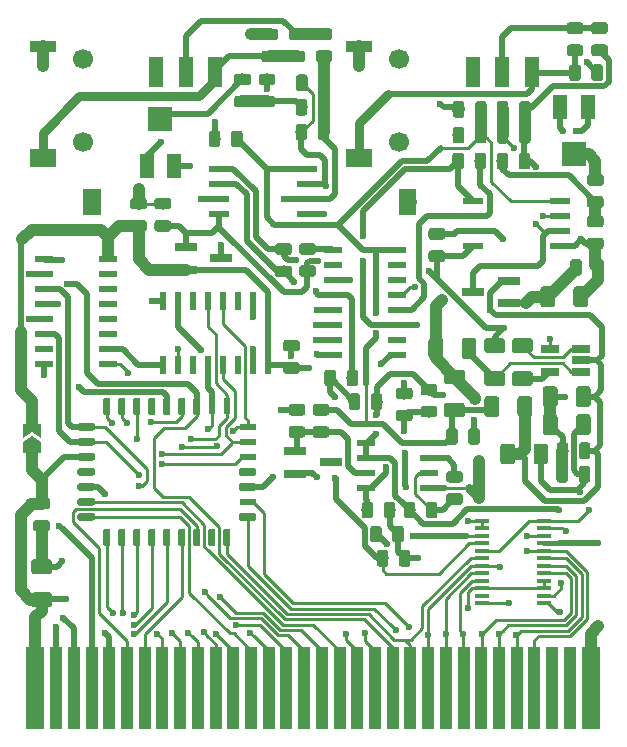
<source format=gbr>
G04 #@! TF.GenerationSoftware,KiCad,Pcbnew,(5.0.2)-1*
G04 #@! TF.CreationDate,2019-03-05T12:52:00+01:00*
G04 #@! TF.ProjectId,GBDSO,47424453-4f2e-46b6-9963-61645f706362,rev?*
G04 #@! TF.SameCoordinates,Original*
G04 #@! TF.FileFunction,Copper,L1,Top*
G04 #@! TF.FilePolarity,Positive*
%FSLAX46Y46*%
G04 Gerber Fmt 4.6, Leading zero omitted, Abs format (unit mm)*
G04 Created by KiCad (PCBNEW (5.0.2)-1) date 05/03/2019 12:52:00*
%MOMM*%
%LPD*%
G01*
G04 APERTURE LIST*
G04 #@! TA.AperFunction,SMDPad,CuDef*
%ADD10R,1.500000X7.000000*%
G04 #@! TD*
G04 #@! TA.AperFunction,SMDPad,CuDef*
%ADD11R,1.000000X7.000000*%
G04 #@! TD*
G04 #@! TA.AperFunction,Conductor*
%ADD12C,0.100000*%
G04 #@! TD*
G04 #@! TA.AperFunction,SMDPad,CuDef*
%ADD13C,0.600000*%
G04 #@! TD*
G04 #@! TA.AperFunction,SMDPad,CuDef*
%ADD14R,1.475000X0.600000*%
G04 #@! TD*
G04 #@! TA.AperFunction,SMDPad,CuDef*
%ADD15R,0.600000X1.475000*%
G04 #@! TD*
G04 #@! TA.AperFunction,SMDPad,CuDef*
%ADD16C,0.975000*%
G04 #@! TD*
G04 #@! TA.AperFunction,SMDPad,CuDef*
%ADD17C,1.250000*%
G04 #@! TD*
G04 #@! TA.AperFunction,SMDPad,CuDef*
%ADD18R,1.900000X0.800000*%
G04 #@! TD*
G04 #@! TA.AperFunction,WasherPad*
%ADD19C,1.700000*%
G04 #@! TD*
G04 #@! TA.AperFunction,SMDPad,CuDef*
%ADD20C,1.000000*%
G04 #@! TD*
G04 #@! TA.AperFunction,SMDPad,CuDef*
%ADD21C,1.500000*%
G04 #@! TD*
G04 #@! TA.AperFunction,SMDPad,CuDef*
%ADD22R,1.300000X2.000000*%
G04 #@! TD*
G04 #@! TA.AperFunction,SMDPad,CuDef*
%ADD23R,2.000000X2.000000*%
G04 #@! TD*
G04 #@! TA.AperFunction,SMDPad,CuDef*
%ADD24R,1.250000X2.500000*%
G04 #@! TD*
G04 #@! TA.AperFunction,SMDPad,CuDef*
%ADD25R,1.750000X0.550000*%
G04 #@! TD*
G04 #@! TA.AperFunction,SMDPad,CuDef*
%ADD26R,1.500000X0.600000*%
G04 #@! TD*
G04 #@! TA.AperFunction,SMDPad,CuDef*
%ADD27R,1.200000X0.400000*%
G04 #@! TD*
G04 #@! TA.AperFunction,SMDPad,CuDef*
%ADD28R,0.600000X1.500000*%
G04 #@! TD*
G04 #@! TA.AperFunction,SMDPad,CuDef*
%ADD29R,1.550000X0.600000*%
G04 #@! TD*
G04 #@! TA.AperFunction,SMDPad,CuDef*
%ADD30R,1.560000X0.650000*%
G04 #@! TD*
G04 #@! TA.AperFunction,SMDPad,CuDef*
%ADD31C,0.300000*%
G04 #@! TD*
G04 #@! TA.AperFunction,ViaPad*
%ADD32C,0.600000*%
G04 #@! TD*
G04 #@! TA.AperFunction,Conductor*
%ADD33C,1.000000*%
G04 #@! TD*
G04 #@! TA.AperFunction,Conductor*
%ADD34C,0.500000*%
G04 #@! TD*
G04 #@! TA.AperFunction,Conductor*
%ADD35C,0.250000*%
G04 #@! TD*
G04 #@! TA.AperFunction,Conductor*
%ADD36C,0.750000*%
G04 #@! TD*
G04 #@! TA.AperFunction,Conductor*
%ADD37C,0.400000*%
G04 #@! TD*
G04 #@! TA.AperFunction,Conductor*
%ADD38C,0.125000*%
G04 #@! TD*
G04 APERTURE END LIST*
D10*
G04 #@! TO.P,J3,1*
G04 #@! TO.N,+5V*
X82770000Y-148160000D03*
D11*
G04 #@! TO.P,J3,2*
G04 #@! TO.N,/ECLK*
X84520000Y-148160000D03*
G04 #@! TO.P,J3,3*
G04 #@! TO.N,/~WR*
X86020000Y-148160000D03*
G04 #@! TO.P,J3,4*
G04 #@! TO.N,/~RD*
X87520000Y-148160000D03*
G04 #@! TO.P,J3,5*
G04 #@! TO.N,/VPP*
X89020000Y-148160000D03*
G04 #@! TO.P,J3,6*
G04 #@! TO.N,/A0*
X90520000Y-148160000D03*
G04 #@! TO.P,J3,7*
G04 #@! TO.N,/A1*
X92020000Y-148160000D03*
G04 #@! TO.P,J3,8*
G04 #@! TO.N,/A2*
X93520000Y-148160000D03*
G04 #@! TO.P,J3,9*
G04 #@! TO.N,/A3*
X95020000Y-148160000D03*
G04 #@! TO.P,J3,10*
G04 #@! TO.N,/A4*
X96520000Y-148160000D03*
G04 #@! TO.P,J3,11*
G04 #@! TO.N,/A5*
X98020000Y-148160000D03*
G04 #@! TO.P,J3,12*
G04 #@! TO.N,/A6*
X99520000Y-148160000D03*
G04 #@! TO.P,J3,13*
G04 #@! TO.N,/A7*
X101020000Y-148160000D03*
G04 #@! TO.P,J3,14*
G04 #@! TO.N,/A8*
X102520000Y-148160000D03*
G04 #@! TO.P,J3,15*
G04 #@! TO.N,/A9*
X104020000Y-148160000D03*
G04 #@! TO.P,J3,16*
G04 #@! TO.N,/A10*
X105520000Y-148160000D03*
G04 #@! TO.P,J3,17*
G04 #@! TO.N,/A11*
X107020000Y-148160000D03*
G04 #@! TO.P,J3,18*
G04 #@! TO.N,/A12*
X108520000Y-148160000D03*
G04 #@! TO.P,J3,19*
G04 #@! TO.N,/A13*
X110020000Y-148160000D03*
G04 #@! TO.P,J3,20*
G04 #@! TO.N,/A14*
X111520000Y-148160000D03*
G04 #@! TO.P,J3,21*
G04 #@! TO.N,/A15*
X113020000Y-148160000D03*
G04 #@! TO.P,J3,22*
G04 #@! TO.N,/D0*
X114520000Y-148160000D03*
G04 #@! TO.P,J3,23*
G04 #@! TO.N,/D1*
X116020000Y-148160000D03*
G04 #@! TO.P,J3,24*
G04 #@! TO.N,/D2*
X117520000Y-148160000D03*
G04 #@! TO.P,J3,25*
G04 #@! TO.N,/D3*
X119020000Y-148160000D03*
G04 #@! TO.P,J3,26*
G04 #@! TO.N,/D4*
X120520000Y-148160000D03*
G04 #@! TO.P,J3,27*
G04 #@! TO.N,/D5*
X122020000Y-148160000D03*
G04 #@! TO.P,J3,28*
G04 #@! TO.N,/D6*
X123520000Y-148160000D03*
G04 #@! TO.P,J3,29*
G04 #@! TO.N,/D7*
X125020000Y-148160000D03*
G04 #@! TO.P,J3,30*
G04 #@! TO.N,Net-(J3-Pad30)*
X126520000Y-148160000D03*
G04 #@! TO.P,J3,31*
G04 #@! TO.N,Net-(J3-Pad31)*
X128020000Y-148160000D03*
D10*
G04 #@! TO.P,J3,32*
G04 #@! TO.N,GND*
X129770000Y-148160000D03*
G04 #@! TD*
D12*
G04 #@! TO.N,Net-(U7-Pad1)*
G04 #@! TO.C,U7*
G36*
X87664703Y-129580722D02*
X87679264Y-129582882D01*
X87693543Y-129586459D01*
X87707403Y-129591418D01*
X87720710Y-129597712D01*
X87733336Y-129605280D01*
X87745159Y-129614048D01*
X87756066Y-129623934D01*
X87765952Y-129634841D01*
X87774720Y-129646664D01*
X87782288Y-129659290D01*
X87788582Y-129672597D01*
X87793541Y-129686457D01*
X87797118Y-129700736D01*
X87799278Y-129715297D01*
X87800000Y-129730000D01*
X87800000Y-130030000D01*
X87799278Y-130044703D01*
X87797118Y-130059264D01*
X87793541Y-130073543D01*
X87788582Y-130087403D01*
X87782288Y-130100710D01*
X87774720Y-130113336D01*
X87765952Y-130125159D01*
X87756066Y-130136066D01*
X87745159Y-130145952D01*
X87733336Y-130154720D01*
X87720710Y-130162288D01*
X87707403Y-130168582D01*
X87693543Y-130173541D01*
X87679264Y-130177118D01*
X87664703Y-130179278D01*
X87650000Y-130180000D01*
X86475000Y-130180000D01*
X86460297Y-130179278D01*
X86445736Y-130177118D01*
X86431457Y-130173541D01*
X86417597Y-130168582D01*
X86404290Y-130162288D01*
X86391664Y-130154720D01*
X86379841Y-130145952D01*
X86368934Y-130136066D01*
X86359048Y-130125159D01*
X86350280Y-130113336D01*
X86342712Y-130100710D01*
X86336418Y-130087403D01*
X86331459Y-130073543D01*
X86327882Y-130059264D01*
X86325722Y-130044703D01*
X86325000Y-130030000D01*
X86325000Y-129730000D01*
X86325722Y-129715297D01*
X86327882Y-129700736D01*
X86331459Y-129686457D01*
X86336418Y-129672597D01*
X86342712Y-129659290D01*
X86350280Y-129646664D01*
X86359048Y-129634841D01*
X86368934Y-129623934D01*
X86379841Y-129614048D01*
X86391664Y-129605280D01*
X86404290Y-129597712D01*
X86417597Y-129591418D01*
X86431457Y-129586459D01*
X86445736Y-129582882D01*
X86460297Y-129580722D01*
X86475000Y-129580000D01*
X87650000Y-129580000D01*
X87664703Y-129580722D01*
X87664703Y-129580722D01*
G37*
D13*
G04 #@! TD*
G04 #@! TO.P,U7,1*
G04 #@! TO.N,Net-(U7-Pad1)*
X87062500Y-129880000D03*
D12*
G04 #@! TO.N,Net-(JP1-Pad2)*
G04 #@! TO.C,U7*
G36*
X87664703Y-130850722D02*
X87679264Y-130852882D01*
X87693543Y-130856459D01*
X87707403Y-130861418D01*
X87720710Y-130867712D01*
X87733336Y-130875280D01*
X87745159Y-130884048D01*
X87756066Y-130893934D01*
X87765952Y-130904841D01*
X87774720Y-130916664D01*
X87782288Y-130929290D01*
X87788582Y-130942597D01*
X87793541Y-130956457D01*
X87797118Y-130970736D01*
X87799278Y-130985297D01*
X87800000Y-131000000D01*
X87800000Y-131300000D01*
X87799278Y-131314703D01*
X87797118Y-131329264D01*
X87793541Y-131343543D01*
X87788582Y-131357403D01*
X87782288Y-131370710D01*
X87774720Y-131383336D01*
X87765952Y-131395159D01*
X87756066Y-131406066D01*
X87745159Y-131415952D01*
X87733336Y-131424720D01*
X87720710Y-131432288D01*
X87707403Y-131438582D01*
X87693543Y-131443541D01*
X87679264Y-131447118D01*
X87664703Y-131449278D01*
X87650000Y-131450000D01*
X86475000Y-131450000D01*
X86460297Y-131449278D01*
X86445736Y-131447118D01*
X86431457Y-131443541D01*
X86417597Y-131438582D01*
X86404290Y-131432288D01*
X86391664Y-131424720D01*
X86379841Y-131415952D01*
X86368934Y-131406066D01*
X86359048Y-131395159D01*
X86350280Y-131383336D01*
X86342712Y-131370710D01*
X86336418Y-131357403D01*
X86331459Y-131343543D01*
X86327882Y-131329264D01*
X86325722Y-131314703D01*
X86325000Y-131300000D01*
X86325000Y-131000000D01*
X86325722Y-130985297D01*
X86327882Y-130970736D01*
X86331459Y-130956457D01*
X86336418Y-130942597D01*
X86342712Y-130929290D01*
X86350280Y-130916664D01*
X86359048Y-130904841D01*
X86368934Y-130893934D01*
X86379841Y-130884048D01*
X86391664Y-130875280D01*
X86404290Y-130867712D01*
X86417597Y-130861418D01*
X86431457Y-130856459D01*
X86445736Y-130852882D01*
X86460297Y-130850722D01*
X86475000Y-130850000D01*
X87650000Y-130850000D01*
X87664703Y-130850722D01*
X87664703Y-130850722D01*
G37*
D13*
G04 #@! TD*
G04 #@! TO.P,U7,2*
G04 #@! TO.N,Net-(JP1-Pad2)*
X87062500Y-131150000D03*
D12*
G04 #@! TO.N,/A12*
G04 #@! TO.C,U7*
G36*
X87664703Y-132120722D02*
X87679264Y-132122882D01*
X87693543Y-132126459D01*
X87707403Y-132131418D01*
X87720710Y-132137712D01*
X87733336Y-132145280D01*
X87745159Y-132154048D01*
X87756066Y-132163934D01*
X87765952Y-132174841D01*
X87774720Y-132186664D01*
X87782288Y-132199290D01*
X87788582Y-132212597D01*
X87793541Y-132226457D01*
X87797118Y-132240736D01*
X87799278Y-132255297D01*
X87800000Y-132270000D01*
X87800000Y-132570000D01*
X87799278Y-132584703D01*
X87797118Y-132599264D01*
X87793541Y-132613543D01*
X87788582Y-132627403D01*
X87782288Y-132640710D01*
X87774720Y-132653336D01*
X87765952Y-132665159D01*
X87756066Y-132676066D01*
X87745159Y-132685952D01*
X87733336Y-132694720D01*
X87720710Y-132702288D01*
X87707403Y-132708582D01*
X87693543Y-132713541D01*
X87679264Y-132717118D01*
X87664703Y-132719278D01*
X87650000Y-132720000D01*
X86475000Y-132720000D01*
X86460297Y-132719278D01*
X86445736Y-132717118D01*
X86431457Y-132713541D01*
X86417597Y-132708582D01*
X86404290Y-132702288D01*
X86391664Y-132694720D01*
X86379841Y-132685952D01*
X86368934Y-132676066D01*
X86359048Y-132665159D01*
X86350280Y-132653336D01*
X86342712Y-132640710D01*
X86336418Y-132627403D01*
X86331459Y-132613543D01*
X86327882Y-132599264D01*
X86325722Y-132584703D01*
X86325000Y-132570000D01*
X86325000Y-132270000D01*
X86325722Y-132255297D01*
X86327882Y-132240736D01*
X86331459Y-132226457D01*
X86336418Y-132212597D01*
X86342712Y-132199290D01*
X86350280Y-132186664D01*
X86359048Y-132174841D01*
X86368934Y-132163934D01*
X86379841Y-132154048D01*
X86391664Y-132145280D01*
X86404290Y-132137712D01*
X86417597Y-132131418D01*
X86431457Y-132126459D01*
X86445736Y-132122882D01*
X86460297Y-132120722D01*
X86475000Y-132120000D01*
X87650000Y-132120000D01*
X87664703Y-132120722D01*
X87664703Y-132120722D01*
G37*
D13*
G04 #@! TD*
G04 #@! TO.P,U7,3*
G04 #@! TO.N,/A12*
X87062500Y-132420000D03*
D12*
G04 #@! TO.N,/A7*
G04 #@! TO.C,U7*
G36*
X87664703Y-133390722D02*
X87679264Y-133392882D01*
X87693543Y-133396459D01*
X87707403Y-133401418D01*
X87720710Y-133407712D01*
X87733336Y-133415280D01*
X87745159Y-133424048D01*
X87756066Y-133433934D01*
X87765952Y-133444841D01*
X87774720Y-133456664D01*
X87782288Y-133469290D01*
X87788582Y-133482597D01*
X87793541Y-133496457D01*
X87797118Y-133510736D01*
X87799278Y-133525297D01*
X87800000Y-133540000D01*
X87800000Y-133840000D01*
X87799278Y-133854703D01*
X87797118Y-133869264D01*
X87793541Y-133883543D01*
X87788582Y-133897403D01*
X87782288Y-133910710D01*
X87774720Y-133923336D01*
X87765952Y-133935159D01*
X87756066Y-133946066D01*
X87745159Y-133955952D01*
X87733336Y-133964720D01*
X87720710Y-133972288D01*
X87707403Y-133978582D01*
X87693543Y-133983541D01*
X87679264Y-133987118D01*
X87664703Y-133989278D01*
X87650000Y-133990000D01*
X86475000Y-133990000D01*
X86460297Y-133989278D01*
X86445736Y-133987118D01*
X86431457Y-133983541D01*
X86417597Y-133978582D01*
X86404290Y-133972288D01*
X86391664Y-133964720D01*
X86379841Y-133955952D01*
X86368934Y-133946066D01*
X86359048Y-133935159D01*
X86350280Y-133923336D01*
X86342712Y-133910710D01*
X86336418Y-133897403D01*
X86331459Y-133883543D01*
X86327882Y-133869264D01*
X86325722Y-133854703D01*
X86325000Y-133840000D01*
X86325000Y-133540000D01*
X86325722Y-133525297D01*
X86327882Y-133510736D01*
X86331459Y-133496457D01*
X86336418Y-133482597D01*
X86342712Y-133469290D01*
X86350280Y-133456664D01*
X86359048Y-133444841D01*
X86368934Y-133433934D01*
X86379841Y-133424048D01*
X86391664Y-133415280D01*
X86404290Y-133407712D01*
X86417597Y-133401418D01*
X86431457Y-133396459D01*
X86445736Y-133392882D01*
X86460297Y-133390722D01*
X86475000Y-133390000D01*
X87650000Y-133390000D01*
X87664703Y-133390722D01*
X87664703Y-133390722D01*
G37*
D13*
G04 #@! TD*
G04 #@! TO.P,U7,4*
G04 #@! TO.N,/A7*
X87062500Y-133690000D03*
D12*
G04 #@! TO.N,/A6*
G04 #@! TO.C,U7*
G36*
X88984703Y-134705722D02*
X88999264Y-134707882D01*
X89013543Y-134711459D01*
X89027403Y-134716418D01*
X89040710Y-134722712D01*
X89053336Y-134730280D01*
X89065159Y-134739048D01*
X89076066Y-134748934D01*
X89085952Y-134759841D01*
X89094720Y-134771664D01*
X89102288Y-134784290D01*
X89108582Y-134797597D01*
X89113541Y-134811457D01*
X89117118Y-134825736D01*
X89119278Y-134840297D01*
X89120000Y-134855000D01*
X89120000Y-136030000D01*
X89119278Y-136044703D01*
X89117118Y-136059264D01*
X89113541Y-136073543D01*
X89108582Y-136087403D01*
X89102288Y-136100710D01*
X89094720Y-136113336D01*
X89085952Y-136125159D01*
X89076066Y-136136066D01*
X89065159Y-136145952D01*
X89053336Y-136154720D01*
X89040710Y-136162288D01*
X89027403Y-136168582D01*
X89013543Y-136173541D01*
X88999264Y-136177118D01*
X88984703Y-136179278D01*
X88970000Y-136180000D01*
X88670000Y-136180000D01*
X88655297Y-136179278D01*
X88640736Y-136177118D01*
X88626457Y-136173541D01*
X88612597Y-136168582D01*
X88599290Y-136162288D01*
X88586664Y-136154720D01*
X88574841Y-136145952D01*
X88563934Y-136136066D01*
X88554048Y-136125159D01*
X88545280Y-136113336D01*
X88537712Y-136100710D01*
X88531418Y-136087403D01*
X88526459Y-136073543D01*
X88522882Y-136059264D01*
X88520722Y-136044703D01*
X88520000Y-136030000D01*
X88520000Y-134855000D01*
X88520722Y-134840297D01*
X88522882Y-134825736D01*
X88526459Y-134811457D01*
X88531418Y-134797597D01*
X88537712Y-134784290D01*
X88545280Y-134771664D01*
X88554048Y-134759841D01*
X88563934Y-134748934D01*
X88574841Y-134739048D01*
X88586664Y-134730280D01*
X88599290Y-134722712D01*
X88612597Y-134716418D01*
X88626457Y-134711459D01*
X88640736Y-134707882D01*
X88655297Y-134705722D01*
X88670000Y-134705000D01*
X88970000Y-134705000D01*
X88984703Y-134705722D01*
X88984703Y-134705722D01*
G37*
D13*
G04 #@! TD*
G04 #@! TO.P,U7,5*
G04 #@! TO.N,/A6*
X88820000Y-135442500D03*
D12*
G04 #@! TO.N,/A5*
G04 #@! TO.C,U7*
G36*
X90254703Y-134705722D02*
X90269264Y-134707882D01*
X90283543Y-134711459D01*
X90297403Y-134716418D01*
X90310710Y-134722712D01*
X90323336Y-134730280D01*
X90335159Y-134739048D01*
X90346066Y-134748934D01*
X90355952Y-134759841D01*
X90364720Y-134771664D01*
X90372288Y-134784290D01*
X90378582Y-134797597D01*
X90383541Y-134811457D01*
X90387118Y-134825736D01*
X90389278Y-134840297D01*
X90390000Y-134855000D01*
X90390000Y-136030000D01*
X90389278Y-136044703D01*
X90387118Y-136059264D01*
X90383541Y-136073543D01*
X90378582Y-136087403D01*
X90372288Y-136100710D01*
X90364720Y-136113336D01*
X90355952Y-136125159D01*
X90346066Y-136136066D01*
X90335159Y-136145952D01*
X90323336Y-136154720D01*
X90310710Y-136162288D01*
X90297403Y-136168582D01*
X90283543Y-136173541D01*
X90269264Y-136177118D01*
X90254703Y-136179278D01*
X90240000Y-136180000D01*
X89940000Y-136180000D01*
X89925297Y-136179278D01*
X89910736Y-136177118D01*
X89896457Y-136173541D01*
X89882597Y-136168582D01*
X89869290Y-136162288D01*
X89856664Y-136154720D01*
X89844841Y-136145952D01*
X89833934Y-136136066D01*
X89824048Y-136125159D01*
X89815280Y-136113336D01*
X89807712Y-136100710D01*
X89801418Y-136087403D01*
X89796459Y-136073543D01*
X89792882Y-136059264D01*
X89790722Y-136044703D01*
X89790000Y-136030000D01*
X89790000Y-134855000D01*
X89790722Y-134840297D01*
X89792882Y-134825736D01*
X89796459Y-134811457D01*
X89801418Y-134797597D01*
X89807712Y-134784290D01*
X89815280Y-134771664D01*
X89824048Y-134759841D01*
X89833934Y-134748934D01*
X89844841Y-134739048D01*
X89856664Y-134730280D01*
X89869290Y-134722712D01*
X89882597Y-134716418D01*
X89896457Y-134711459D01*
X89910736Y-134707882D01*
X89925297Y-134705722D01*
X89940000Y-134705000D01*
X90240000Y-134705000D01*
X90254703Y-134705722D01*
X90254703Y-134705722D01*
G37*
D13*
G04 #@! TD*
G04 #@! TO.P,U7,6*
G04 #@! TO.N,/A5*
X90090000Y-135442500D03*
D12*
G04 #@! TO.N,/A4*
G04 #@! TO.C,U7*
G36*
X91524703Y-134705722D02*
X91539264Y-134707882D01*
X91553543Y-134711459D01*
X91567403Y-134716418D01*
X91580710Y-134722712D01*
X91593336Y-134730280D01*
X91605159Y-134739048D01*
X91616066Y-134748934D01*
X91625952Y-134759841D01*
X91634720Y-134771664D01*
X91642288Y-134784290D01*
X91648582Y-134797597D01*
X91653541Y-134811457D01*
X91657118Y-134825736D01*
X91659278Y-134840297D01*
X91660000Y-134855000D01*
X91660000Y-136030000D01*
X91659278Y-136044703D01*
X91657118Y-136059264D01*
X91653541Y-136073543D01*
X91648582Y-136087403D01*
X91642288Y-136100710D01*
X91634720Y-136113336D01*
X91625952Y-136125159D01*
X91616066Y-136136066D01*
X91605159Y-136145952D01*
X91593336Y-136154720D01*
X91580710Y-136162288D01*
X91567403Y-136168582D01*
X91553543Y-136173541D01*
X91539264Y-136177118D01*
X91524703Y-136179278D01*
X91510000Y-136180000D01*
X91210000Y-136180000D01*
X91195297Y-136179278D01*
X91180736Y-136177118D01*
X91166457Y-136173541D01*
X91152597Y-136168582D01*
X91139290Y-136162288D01*
X91126664Y-136154720D01*
X91114841Y-136145952D01*
X91103934Y-136136066D01*
X91094048Y-136125159D01*
X91085280Y-136113336D01*
X91077712Y-136100710D01*
X91071418Y-136087403D01*
X91066459Y-136073543D01*
X91062882Y-136059264D01*
X91060722Y-136044703D01*
X91060000Y-136030000D01*
X91060000Y-134855000D01*
X91060722Y-134840297D01*
X91062882Y-134825736D01*
X91066459Y-134811457D01*
X91071418Y-134797597D01*
X91077712Y-134784290D01*
X91085280Y-134771664D01*
X91094048Y-134759841D01*
X91103934Y-134748934D01*
X91114841Y-134739048D01*
X91126664Y-134730280D01*
X91139290Y-134722712D01*
X91152597Y-134716418D01*
X91166457Y-134711459D01*
X91180736Y-134707882D01*
X91195297Y-134705722D01*
X91210000Y-134705000D01*
X91510000Y-134705000D01*
X91524703Y-134705722D01*
X91524703Y-134705722D01*
G37*
D13*
G04 #@! TD*
G04 #@! TO.P,U7,7*
G04 #@! TO.N,/A4*
X91360000Y-135442500D03*
D12*
G04 #@! TO.N,/A3*
G04 #@! TO.C,U7*
G36*
X92794703Y-134705722D02*
X92809264Y-134707882D01*
X92823543Y-134711459D01*
X92837403Y-134716418D01*
X92850710Y-134722712D01*
X92863336Y-134730280D01*
X92875159Y-134739048D01*
X92886066Y-134748934D01*
X92895952Y-134759841D01*
X92904720Y-134771664D01*
X92912288Y-134784290D01*
X92918582Y-134797597D01*
X92923541Y-134811457D01*
X92927118Y-134825736D01*
X92929278Y-134840297D01*
X92930000Y-134855000D01*
X92930000Y-136030000D01*
X92929278Y-136044703D01*
X92927118Y-136059264D01*
X92923541Y-136073543D01*
X92918582Y-136087403D01*
X92912288Y-136100710D01*
X92904720Y-136113336D01*
X92895952Y-136125159D01*
X92886066Y-136136066D01*
X92875159Y-136145952D01*
X92863336Y-136154720D01*
X92850710Y-136162288D01*
X92837403Y-136168582D01*
X92823543Y-136173541D01*
X92809264Y-136177118D01*
X92794703Y-136179278D01*
X92780000Y-136180000D01*
X92480000Y-136180000D01*
X92465297Y-136179278D01*
X92450736Y-136177118D01*
X92436457Y-136173541D01*
X92422597Y-136168582D01*
X92409290Y-136162288D01*
X92396664Y-136154720D01*
X92384841Y-136145952D01*
X92373934Y-136136066D01*
X92364048Y-136125159D01*
X92355280Y-136113336D01*
X92347712Y-136100710D01*
X92341418Y-136087403D01*
X92336459Y-136073543D01*
X92332882Y-136059264D01*
X92330722Y-136044703D01*
X92330000Y-136030000D01*
X92330000Y-134855000D01*
X92330722Y-134840297D01*
X92332882Y-134825736D01*
X92336459Y-134811457D01*
X92341418Y-134797597D01*
X92347712Y-134784290D01*
X92355280Y-134771664D01*
X92364048Y-134759841D01*
X92373934Y-134748934D01*
X92384841Y-134739048D01*
X92396664Y-134730280D01*
X92409290Y-134722712D01*
X92422597Y-134716418D01*
X92436457Y-134711459D01*
X92450736Y-134707882D01*
X92465297Y-134705722D01*
X92480000Y-134705000D01*
X92780000Y-134705000D01*
X92794703Y-134705722D01*
X92794703Y-134705722D01*
G37*
D13*
G04 #@! TD*
G04 #@! TO.P,U7,8*
G04 #@! TO.N,/A3*
X92630000Y-135442500D03*
D12*
G04 #@! TO.N,/A2*
G04 #@! TO.C,U7*
G36*
X94064703Y-134705722D02*
X94079264Y-134707882D01*
X94093543Y-134711459D01*
X94107403Y-134716418D01*
X94120710Y-134722712D01*
X94133336Y-134730280D01*
X94145159Y-134739048D01*
X94156066Y-134748934D01*
X94165952Y-134759841D01*
X94174720Y-134771664D01*
X94182288Y-134784290D01*
X94188582Y-134797597D01*
X94193541Y-134811457D01*
X94197118Y-134825736D01*
X94199278Y-134840297D01*
X94200000Y-134855000D01*
X94200000Y-136030000D01*
X94199278Y-136044703D01*
X94197118Y-136059264D01*
X94193541Y-136073543D01*
X94188582Y-136087403D01*
X94182288Y-136100710D01*
X94174720Y-136113336D01*
X94165952Y-136125159D01*
X94156066Y-136136066D01*
X94145159Y-136145952D01*
X94133336Y-136154720D01*
X94120710Y-136162288D01*
X94107403Y-136168582D01*
X94093543Y-136173541D01*
X94079264Y-136177118D01*
X94064703Y-136179278D01*
X94050000Y-136180000D01*
X93750000Y-136180000D01*
X93735297Y-136179278D01*
X93720736Y-136177118D01*
X93706457Y-136173541D01*
X93692597Y-136168582D01*
X93679290Y-136162288D01*
X93666664Y-136154720D01*
X93654841Y-136145952D01*
X93643934Y-136136066D01*
X93634048Y-136125159D01*
X93625280Y-136113336D01*
X93617712Y-136100710D01*
X93611418Y-136087403D01*
X93606459Y-136073543D01*
X93602882Y-136059264D01*
X93600722Y-136044703D01*
X93600000Y-136030000D01*
X93600000Y-134855000D01*
X93600722Y-134840297D01*
X93602882Y-134825736D01*
X93606459Y-134811457D01*
X93611418Y-134797597D01*
X93617712Y-134784290D01*
X93625280Y-134771664D01*
X93634048Y-134759841D01*
X93643934Y-134748934D01*
X93654841Y-134739048D01*
X93666664Y-134730280D01*
X93679290Y-134722712D01*
X93692597Y-134716418D01*
X93706457Y-134711459D01*
X93720736Y-134707882D01*
X93735297Y-134705722D01*
X93750000Y-134705000D01*
X94050000Y-134705000D01*
X94064703Y-134705722D01*
X94064703Y-134705722D01*
G37*
D13*
G04 #@! TD*
G04 #@! TO.P,U7,9*
G04 #@! TO.N,/A2*
X93900000Y-135442500D03*
D12*
G04 #@! TO.N,/A1*
G04 #@! TO.C,U7*
G36*
X95334703Y-134705722D02*
X95349264Y-134707882D01*
X95363543Y-134711459D01*
X95377403Y-134716418D01*
X95390710Y-134722712D01*
X95403336Y-134730280D01*
X95415159Y-134739048D01*
X95426066Y-134748934D01*
X95435952Y-134759841D01*
X95444720Y-134771664D01*
X95452288Y-134784290D01*
X95458582Y-134797597D01*
X95463541Y-134811457D01*
X95467118Y-134825736D01*
X95469278Y-134840297D01*
X95470000Y-134855000D01*
X95470000Y-136030000D01*
X95469278Y-136044703D01*
X95467118Y-136059264D01*
X95463541Y-136073543D01*
X95458582Y-136087403D01*
X95452288Y-136100710D01*
X95444720Y-136113336D01*
X95435952Y-136125159D01*
X95426066Y-136136066D01*
X95415159Y-136145952D01*
X95403336Y-136154720D01*
X95390710Y-136162288D01*
X95377403Y-136168582D01*
X95363543Y-136173541D01*
X95349264Y-136177118D01*
X95334703Y-136179278D01*
X95320000Y-136180000D01*
X95020000Y-136180000D01*
X95005297Y-136179278D01*
X94990736Y-136177118D01*
X94976457Y-136173541D01*
X94962597Y-136168582D01*
X94949290Y-136162288D01*
X94936664Y-136154720D01*
X94924841Y-136145952D01*
X94913934Y-136136066D01*
X94904048Y-136125159D01*
X94895280Y-136113336D01*
X94887712Y-136100710D01*
X94881418Y-136087403D01*
X94876459Y-136073543D01*
X94872882Y-136059264D01*
X94870722Y-136044703D01*
X94870000Y-136030000D01*
X94870000Y-134855000D01*
X94870722Y-134840297D01*
X94872882Y-134825736D01*
X94876459Y-134811457D01*
X94881418Y-134797597D01*
X94887712Y-134784290D01*
X94895280Y-134771664D01*
X94904048Y-134759841D01*
X94913934Y-134748934D01*
X94924841Y-134739048D01*
X94936664Y-134730280D01*
X94949290Y-134722712D01*
X94962597Y-134716418D01*
X94976457Y-134711459D01*
X94990736Y-134707882D01*
X95005297Y-134705722D01*
X95020000Y-134705000D01*
X95320000Y-134705000D01*
X95334703Y-134705722D01*
X95334703Y-134705722D01*
G37*
D13*
G04 #@! TD*
G04 #@! TO.P,U7,10*
G04 #@! TO.N,/A1*
X95170000Y-135442500D03*
D12*
G04 #@! TO.N,/A0*
G04 #@! TO.C,U7*
G36*
X96604703Y-134705722D02*
X96619264Y-134707882D01*
X96633543Y-134711459D01*
X96647403Y-134716418D01*
X96660710Y-134722712D01*
X96673336Y-134730280D01*
X96685159Y-134739048D01*
X96696066Y-134748934D01*
X96705952Y-134759841D01*
X96714720Y-134771664D01*
X96722288Y-134784290D01*
X96728582Y-134797597D01*
X96733541Y-134811457D01*
X96737118Y-134825736D01*
X96739278Y-134840297D01*
X96740000Y-134855000D01*
X96740000Y-136030000D01*
X96739278Y-136044703D01*
X96737118Y-136059264D01*
X96733541Y-136073543D01*
X96728582Y-136087403D01*
X96722288Y-136100710D01*
X96714720Y-136113336D01*
X96705952Y-136125159D01*
X96696066Y-136136066D01*
X96685159Y-136145952D01*
X96673336Y-136154720D01*
X96660710Y-136162288D01*
X96647403Y-136168582D01*
X96633543Y-136173541D01*
X96619264Y-136177118D01*
X96604703Y-136179278D01*
X96590000Y-136180000D01*
X96290000Y-136180000D01*
X96275297Y-136179278D01*
X96260736Y-136177118D01*
X96246457Y-136173541D01*
X96232597Y-136168582D01*
X96219290Y-136162288D01*
X96206664Y-136154720D01*
X96194841Y-136145952D01*
X96183934Y-136136066D01*
X96174048Y-136125159D01*
X96165280Y-136113336D01*
X96157712Y-136100710D01*
X96151418Y-136087403D01*
X96146459Y-136073543D01*
X96142882Y-136059264D01*
X96140722Y-136044703D01*
X96140000Y-136030000D01*
X96140000Y-134855000D01*
X96140722Y-134840297D01*
X96142882Y-134825736D01*
X96146459Y-134811457D01*
X96151418Y-134797597D01*
X96157712Y-134784290D01*
X96165280Y-134771664D01*
X96174048Y-134759841D01*
X96183934Y-134748934D01*
X96194841Y-134739048D01*
X96206664Y-134730280D01*
X96219290Y-134722712D01*
X96232597Y-134716418D01*
X96246457Y-134711459D01*
X96260736Y-134707882D01*
X96275297Y-134705722D01*
X96290000Y-134705000D01*
X96590000Y-134705000D01*
X96604703Y-134705722D01*
X96604703Y-134705722D01*
G37*
D13*
G04 #@! TD*
G04 #@! TO.P,U7,11*
G04 #@! TO.N,/A0*
X96440000Y-135442500D03*
D12*
G04 #@! TO.N,N/C*
G04 #@! TO.C,U7*
G36*
X97874703Y-134705722D02*
X97889264Y-134707882D01*
X97903543Y-134711459D01*
X97917403Y-134716418D01*
X97930710Y-134722712D01*
X97943336Y-134730280D01*
X97955159Y-134739048D01*
X97966066Y-134748934D01*
X97975952Y-134759841D01*
X97984720Y-134771664D01*
X97992288Y-134784290D01*
X97998582Y-134797597D01*
X98003541Y-134811457D01*
X98007118Y-134825736D01*
X98009278Y-134840297D01*
X98010000Y-134855000D01*
X98010000Y-136030000D01*
X98009278Y-136044703D01*
X98007118Y-136059264D01*
X98003541Y-136073543D01*
X97998582Y-136087403D01*
X97992288Y-136100710D01*
X97984720Y-136113336D01*
X97975952Y-136125159D01*
X97966066Y-136136066D01*
X97955159Y-136145952D01*
X97943336Y-136154720D01*
X97930710Y-136162288D01*
X97917403Y-136168582D01*
X97903543Y-136173541D01*
X97889264Y-136177118D01*
X97874703Y-136179278D01*
X97860000Y-136180000D01*
X97560000Y-136180000D01*
X97545297Y-136179278D01*
X97530736Y-136177118D01*
X97516457Y-136173541D01*
X97502597Y-136168582D01*
X97489290Y-136162288D01*
X97476664Y-136154720D01*
X97464841Y-136145952D01*
X97453934Y-136136066D01*
X97444048Y-136125159D01*
X97435280Y-136113336D01*
X97427712Y-136100710D01*
X97421418Y-136087403D01*
X97416459Y-136073543D01*
X97412882Y-136059264D01*
X97410722Y-136044703D01*
X97410000Y-136030000D01*
X97410000Y-134855000D01*
X97410722Y-134840297D01*
X97412882Y-134825736D01*
X97416459Y-134811457D01*
X97421418Y-134797597D01*
X97427712Y-134784290D01*
X97435280Y-134771664D01*
X97444048Y-134759841D01*
X97453934Y-134748934D01*
X97464841Y-134739048D01*
X97476664Y-134730280D01*
X97489290Y-134722712D01*
X97502597Y-134716418D01*
X97516457Y-134711459D01*
X97530736Y-134707882D01*
X97545297Y-134705722D01*
X97560000Y-134705000D01*
X97860000Y-134705000D01*
X97874703Y-134705722D01*
X97874703Y-134705722D01*
G37*
D13*
G04 #@! TD*
G04 #@! TO.P,U7,12*
G04 #@! TO.N,N/C*
X97710000Y-135442500D03*
D12*
G04 #@! TO.N,/D0*
G04 #@! TO.C,U7*
G36*
X99144703Y-134705722D02*
X99159264Y-134707882D01*
X99173543Y-134711459D01*
X99187403Y-134716418D01*
X99200710Y-134722712D01*
X99213336Y-134730280D01*
X99225159Y-134739048D01*
X99236066Y-134748934D01*
X99245952Y-134759841D01*
X99254720Y-134771664D01*
X99262288Y-134784290D01*
X99268582Y-134797597D01*
X99273541Y-134811457D01*
X99277118Y-134825736D01*
X99279278Y-134840297D01*
X99280000Y-134855000D01*
X99280000Y-136030000D01*
X99279278Y-136044703D01*
X99277118Y-136059264D01*
X99273541Y-136073543D01*
X99268582Y-136087403D01*
X99262288Y-136100710D01*
X99254720Y-136113336D01*
X99245952Y-136125159D01*
X99236066Y-136136066D01*
X99225159Y-136145952D01*
X99213336Y-136154720D01*
X99200710Y-136162288D01*
X99187403Y-136168582D01*
X99173543Y-136173541D01*
X99159264Y-136177118D01*
X99144703Y-136179278D01*
X99130000Y-136180000D01*
X98830000Y-136180000D01*
X98815297Y-136179278D01*
X98800736Y-136177118D01*
X98786457Y-136173541D01*
X98772597Y-136168582D01*
X98759290Y-136162288D01*
X98746664Y-136154720D01*
X98734841Y-136145952D01*
X98723934Y-136136066D01*
X98714048Y-136125159D01*
X98705280Y-136113336D01*
X98697712Y-136100710D01*
X98691418Y-136087403D01*
X98686459Y-136073543D01*
X98682882Y-136059264D01*
X98680722Y-136044703D01*
X98680000Y-136030000D01*
X98680000Y-134855000D01*
X98680722Y-134840297D01*
X98682882Y-134825736D01*
X98686459Y-134811457D01*
X98691418Y-134797597D01*
X98697712Y-134784290D01*
X98705280Y-134771664D01*
X98714048Y-134759841D01*
X98723934Y-134748934D01*
X98734841Y-134739048D01*
X98746664Y-134730280D01*
X98759290Y-134722712D01*
X98772597Y-134716418D01*
X98786457Y-134711459D01*
X98800736Y-134707882D01*
X98815297Y-134705722D01*
X98830000Y-134705000D01*
X99130000Y-134705000D01*
X99144703Y-134705722D01*
X99144703Y-134705722D01*
G37*
D13*
G04 #@! TD*
G04 #@! TO.P,U7,13*
G04 #@! TO.N,/D0*
X98980000Y-135442500D03*
D12*
G04 #@! TO.N,/D1*
G04 #@! TO.C,U7*
G36*
X101339703Y-133390722D02*
X101354264Y-133392882D01*
X101368543Y-133396459D01*
X101382403Y-133401418D01*
X101395710Y-133407712D01*
X101408336Y-133415280D01*
X101420159Y-133424048D01*
X101431066Y-133433934D01*
X101440952Y-133444841D01*
X101449720Y-133456664D01*
X101457288Y-133469290D01*
X101463582Y-133482597D01*
X101468541Y-133496457D01*
X101472118Y-133510736D01*
X101474278Y-133525297D01*
X101475000Y-133540000D01*
X101475000Y-133840000D01*
X101474278Y-133854703D01*
X101472118Y-133869264D01*
X101468541Y-133883543D01*
X101463582Y-133897403D01*
X101457288Y-133910710D01*
X101449720Y-133923336D01*
X101440952Y-133935159D01*
X101431066Y-133946066D01*
X101420159Y-133955952D01*
X101408336Y-133964720D01*
X101395710Y-133972288D01*
X101382403Y-133978582D01*
X101368543Y-133983541D01*
X101354264Y-133987118D01*
X101339703Y-133989278D01*
X101325000Y-133990000D01*
X100150000Y-133990000D01*
X100135297Y-133989278D01*
X100120736Y-133987118D01*
X100106457Y-133983541D01*
X100092597Y-133978582D01*
X100079290Y-133972288D01*
X100066664Y-133964720D01*
X100054841Y-133955952D01*
X100043934Y-133946066D01*
X100034048Y-133935159D01*
X100025280Y-133923336D01*
X100017712Y-133910710D01*
X100011418Y-133897403D01*
X100006459Y-133883543D01*
X100002882Y-133869264D01*
X100000722Y-133854703D01*
X100000000Y-133840000D01*
X100000000Y-133540000D01*
X100000722Y-133525297D01*
X100002882Y-133510736D01*
X100006459Y-133496457D01*
X100011418Y-133482597D01*
X100017712Y-133469290D01*
X100025280Y-133456664D01*
X100034048Y-133444841D01*
X100043934Y-133433934D01*
X100054841Y-133424048D01*
X100066664Y-133415280D01*
X100079290Y-133407712D01*
X100092597Y-133401418D01*
X100106457Y-133396459D01*
X100120736Y-133392882D01*
X100135297Y-133390722D01*
X100150000Y-133390000D01*
X101325000Y-133390000D01*
X101339703Y-133390722D01*
X101339703Y-133390722D01*
G37*
D13*
G04 #@! TD*
G04 #@! TO.P,U7,14*
G04 #@! TO.N,/D1*
X100737500Y-133690000D03*
D14*
G04 #@! TO.P,U7,15*
G04 #@! TO.N,/D2*
X100737500Y-132420000D03*
D12*
G04 #@! TD*
G04 #@! TO.N,GND*
G04 #@! TO.C,U7*
G36*
X101339703Y-130850722D02*
X101354264Y-130852882D01*
X101368543Y-130856459D01*
X101382403Y-130861418D01*
X101395710Y-130867712D01*
X101408336Y-130875280D01*
X101420159Y-130884048D01*
X101431066Y-130893934D01*
X101440952Y-130904841D01*
X101449720Y-130916664D01*
X101457288Y-130929290D01*
X101463582Y-130942597D01*
X101468541Y-130956457D01*
X101472118Y-130970736D01*
X101474278Y-130985297D01*
X101475000Y-131000000D01*
X101475000Y-131300000D01*
X101474278Y-131314703D01*
X101472118Y-131329264D01*
X101468541Y-131343543D01*
X101463582Y-131357403D01*
X101457288Y-131370710D01*
X101449720Y-131383336D01*
X101440952Y-131395159D01*
X101431066Y-131406066D01*
X101420159Y-131415952D01*
X101408336Y-131424720D01*
X101395710Y-131432288D01*
X101382403Y-131438582D01*
X101368543Y-131443541D01*
X101354264Y-131447118D01*
X101339703Y-131449278D01*
X101325000Y-131450000D01*
X100150000Y-131450000D01*
X100135297Y-131449278D01*
X100120736Y-131447118D01*
X100106457Y-131443541D01*
X100092597Y-131438582D01*
X100079290Y-131432288D01*
X100066664Y-131424720D01*
X100054841Y-131415952D01*
X100043934Y-131406066D01*
X100034048Y-131395159D01*
X100025280Y-131383336D01*
X100017712Y-131370710D01*
X100011418Y-131357403D01*
X100006459Y-131343543D01*
X100002882Y-131329264D01*
X100000722Y-131314703D01*
X100000000Y-131300000D01*
X100000000Y-131000000D01*
X100000722Y-130985297D01*
X100002882Y-130970736D01*
X100006459Y-130956457D01*
X100011418Y-130942597D01*
X100017712Y-130929290D01*
X100025280Y-130916664D01*
X100034048Y-130904841D01*
X100043934Y-130893934D01*
X100054841Y-130884048D01*
X100066664Y-130875280D01*
X100079290Y-130867712D01*
X100092597Y-130861418D01*
X100106457Y-130856459D01*
X100120736Y-130852882D01*
X100135297Y-130850722D01*
X100150000Y-130850000D01*
X101325000Y-130850000D01*
X101339703Y-130850722D01*
X101339703Y-130850722D01*
G37*
D13*
G04 #@! TO.P,U7,16*
G04 #@! TO.N,GND*
X100737500Y-131150000D03*
D12*
G04 #@! TD*
G04 #@! TO.N,Net-(U7-Pad17)*
G04 #@! TO.C,U7*
G36*
X101339703Y-129580722D02*
X101354264Y-129582882D01*
X101368543Y-129586459D01*
X101382403Y-129591418D01*
X101395710Y-129597712D01*
X101408336Y-129605280D01*
X101420159Y-129614048D01*
X101431066Y-129623934D01*
X101440952Y-129634841D01*
X101449720Y-129646664D01*
X101457288Y-129659290D01*
X101463582Y-129672597D01*
X101468541Y-129686457D01*
X101472118Y-129700736D01*
X101474278Y-129715297D01*
X101475000Y-129730000D01*
X101475000Y-130030000D01*
X101474278Y-130044703D01*
X101472118Y-130059264D01*
X101468541Y-130073543D01*
X101463582Y-130087403D01*
X101457288Y-130100710D01*
X101449720Y-130113336D01*
X101440952Y-130125159D01*
X101431066Y-130136066D01*
X101420159Y-130145952D01*
X101408336Y-130154720D01*
X101395710Y-130162288D01*
X101382403Y-130168582D01*
X101368543Y-130173541D01*
X101354264Y-130177118D01*
X101339703Y-130179278D01*
X101325000Y-130180000D01*
X100150000Y-130180000D01*
X100135297Y-130179278D01*
X100120736Y-130177118D01*
X100106457Y-130173541D01*
X100092597Y-130168582D01*
X100079290Y-130162288D01*
X100066664Y-130154720D01*
X100054841Y-130145952D01*
X100043934Y-130136066D01*
X100034048Y-130125159D01*
X100025280Y-130113336D01*
X100017712Y-130100710D01*
X100011418Y-130087403D01*
X100006459Y-130073543D01*
X100002882Y-130059264D01*
X100000722Y-130044703D01*
X100000000Y-130030000D01*
X100000000Y-129730000D01*
X100000722Y-129715297D01*
X100002882Y-129700736D01*
X100006459Y-129686457D01*
X100011418Y-129672597D01*
X100017712Y-129659290D01*
X100025280Y-129646664D01*
X100034048Y-129634841D01*
X100043934Y-129623934D01*
X100054841Y-129614048D01*
X100066664Y-129605280D01*
X100079290Y-129597712D01*
X100092597Y-129591418D01*
X100106457Y-129586459D01*
X100120736Y-129582882D01*
X100135297Y-129580722D01*
X100150000Y-129580000D01*
X101325000Y-129580000D01*
X101339703Y-129580722D01*
X101339703Y-129580722D01*
G37*
D13*
G04 #@! TO.P,U7,17*
G04 #@! TO.N,Net-(U7-Pad17)*
X100737500Y-129880000D03*
D14*
G04 #@! TO.P,U7,18*
G04 #@! TO.N,/D3*
X100737500Y-128610000D03*
G04 #@! TO.P,U7,19*
G04 #@! TO.N,/D4*
X100737500Y-127340000D03*
G04 #@! TO.P,U7,20*
G04 #@! TO.N,/D5*
X100737500Y-126070000D03*
D15*
G04 #@! TO.P,U7,21*
G04 #@! TO.N,/D6*
X98980000Y-124317500D03*
G04 #@! TO.P,U7,22*
G04 #@! TO.N,/D7*
X97710000Y-124317500D03*
D12*
G04 #@! TD*
G04 #@! TO.N,/A15*
G04 #@! TO.C,U7*
G36*
X96604703Y-123580722D02*
X96619264Y-123582882D01*
X96633543Y-123586459D01*
X96647403Y-123591418D01*
X96660710Y-123597712D01*
X96673336Y-123605280D01*
X96685159Y-123614048D01*
X96696066Y-123623934D01*
X96705952Y-123634841D01*
X96714720Y-123646664D01*
X96722288Y-123659290D01*
X96728582Y-123672597D01*
X96733541Y-123686457D01*
X96737118Y-123700736D01*
X96739278Y-123715297D01*
X96740000Y-123730000D01*
X96740000Y-124905000D01*
X96739278Y-124919703D01*
X96737118Y-124934264D01*
X96733541Y-124948543D01*
X96728582Y-124962403D01*
X96722288Y-124975710D01*
X96714720Y-124988336D01*
X96705952Y-125000159D01*
X96696066Y-125011066D01*
X96685159Y-125020952D01*
X96673336Y-125029720D01*
X96660710Y-125037288D01*
X96647403Y-125043582D01*
X96633543Y-125048541D01*
X96619264Y-125052118D01*
X96604703Y-125054278D01*
X96590000Y-125055000D01*
X96290000Y-125055000D01*
X96275297Y-125054278D01*
X96260736Y-125052118D01*
X96246457Y-125048541D01*
X96232597Y-125043582D01*
X96219290Y-125037288D01*
X96206664Y-125029720D01*
X96194841Y-125020952D01*
X96183934Y-125011066D01*
X96174048Y-125000159D01*
X96165280Y-124988336D01*
X96157712Y-124975710D01*
X96151418Y-124962403D01*
X96146459Y-124948543D01*
X96142882Y-124934264D01*
X96140722Y-124919703D01*
X96140000Y-124905000D01*
X96140000Y-123730000D01*
X96140722Y-123715297D01*
X96142882Y-123700736D01*
X96146459Y-123686457D01*
X96151418Y-123672597D01*
X96157712Y-123659290D01*
X96165280Y-123646664D01*
X96174048Y-123634841D01*
X96183934Y-123623934D01*
X96194841Y-123614048D01*
X96206664Y-123605280D01*
X96219290Y-123597712D01*
X96232597Y-123591418D01*
X96246457Y-123586459D01*
X96260736Y-123582882D01*
X96275297Y-123580722D01*
X96290000Y-123580000D01*
X96590000Y-123580000D01*
X96604703Y-123580722D01*
X96604703Y-123580722D01*
G37*
D13*
G04 #@! TO.P,U7,23*
G04 #@! TO.N,/A15*
X96440000Y-124317500D03*
D12*
G04 #@! TD*
G04 #@! TO.N,/A10*
G04 #@! TO.C,U7*
G36*
X95334703Y-123580722D02*
X95349264Y-123582882D01*
X95363543Y-123586459D01*
X95377403Y-123591418D01*
X95390710Y-123597712D01*
X95403336Y-123605280D01*
X95415159Y-123614048D01*
X95426066Y-123623934D01*
X95435952Y-123634841D01*
X95444720Y-123646664D01*
X95452288Y-123659290D01*
X95458582Y-123672597D01*
X95463541Y-123686457D01*
X95467118Y-123700736D01*
X95469278Y-123715297D01*
X95470000Y-123730000D01*
X95470000Y-124905000D01*
X95469278Y-124919703D01*
X95467118Y-124934264D01*
X95463541Y-124948543D01*
X95458582Y-124962403D01*
X95452288Y-124975710D01*
X95444720Y-124988336D01*
X95435952Y-125000159D01*
X95426066Y-125011066D01*
X95415159Y-125020952D01*
X95403336Y-125029720D01*
X95390710Y-125037288D01*
X95377403Y-125043582D01*
X95363543Y-125048541D01*
X95349264Y-125052118D01*
X95334703Y-125054278D01*
X95320000Y-125055000D01*
X95020000Y-125055000D01*
X95005297Y-125054278D01*
X94990736Y-125052118D01*
X94976457Y-125048541D01*
X94962597Y-125043582D01*
X94949290Y-125037288D01*
X94936664Y-125029720D01*
X94924841Y-125020952D01*
X94913934Y-125011066D01*
X94904048Y-125000159D01*
X94895280Y-124988336D01*
X94887712Y-124975710D01*
X94881418Y-124962403D01*
X94876459Y-124948543D01*
X94872882Y-124934264D01*
X94870722Y-124919703D01*
X94870000Y-124905000D01*
X94870000Y-123730000D01*
X94870722Y-123715297D01*
X94872882Y-123700736D01*
X94876459Y-123686457D01*
X94881418Y-123672597D01*
X94887712Y-123659290D01*
X94895280Y-123646664D01*
X94904048Y-123634841D01*
X94913934Y-123623934D01*
X94924841Y-123614048D01*
X94936664Y-123605280D01*
X94949290Y-123597712D01*
X94962597Y-123591418D01*
X94976457Y-123586459D01*
X94990736Y-123582882D01*
X95005297Y-123580722D01*
X95020000Y-123580000D01*
X95320000Y-123580000D01*
X95334703Y-123580722D01*
X95334703Y-123580722D01*
G37*
D13*
G04 #@! TO.P,U7,24*
G04 #@! TO.N,/A10*
X95170000Y-124317500D03*
D12*
G04 #@! TD*
G04 #@! TO.N,/~RD*
G04 #@! TO.C,U7*
G36*
X94064703Y-123580722D02*
X94079264Y-123582882D01*
X94093543Y-123586459D01*
X94107403Y-123591418D01*
X94120710Y-123597712D01*
X94133336Y-123605280D01*
X94145159Y-123614048D01*
X94156066Y-123623934D01*
X94165952Y-123634841D01*
X94174720Y-123646664D01*
X94182288Y-123659290D01*
X94188582Y-123672597D01*
X94193541Y-123686457D01*
X94197118Y-123700736D01*
X94199278Y-123715297D01*
X94200000Y-123730000D01*
X94200000Y-124905000D01*
X94199278Y-124919703D01*
X94197118Y-124934264D01*
X94193541Y-124948543D01*
X94188582Y-124962403D01*
X94182288Y-124975710D01*
X94174720Y-124988336D01*
X94165952Y-125000159D01*
X94156066Y-125011066D01*
X94145159Y-125020952D01*
X94133336Y-125029720D01*
X94120710Y-125037288D01*
X94107403Y-125043582D01*
X94093543Y-125048541D01*
X94079264Y-125052118D01*
X94064703Y-125054278D01*
X94050000Y-125055000D01*
X93750000Y-125055000D01*
X93735297Y-125054278D01*
X93720736Y-125052118D01*
X93706457Y-125048541D01*
X93692597Y-125043582D01*
X93679290Y-125037288D01*
X93666664Y-125029720D01*
X93654841Y-125020952D01*
X93643934Y-125011066D01*
X93634048Y-125000159D01*
X93625280Y-124988336D01*
X93617712Y-124975710D01*
X93611418Y-124962403D01*
X93606459Y-124948543D01*
X93602882Y-124934264D01*
X93600722Y-124919703D01*
X93600000Y-124905000D01*
X93600000Y-123730000D01*
X93600722Y-123715297D01*
X93602882Y-123700736D01*
X93606459Y-123686457D01*
X93611418Y-123672597D01*
X93617712Y-123659290D01*
X93625280Y-123646664D01*
X93634048Y-123634841D01*
X93643934Y-123623934D01*
X93654841Y-123614048D01*
X93666664Y-123605280D01*
X93679290Y-123597712D01*
X93692597Y-123591418D01*
X93706457Y-123586459D01*
X93720736Y-123582882D01*
X93735297Y-123580722D01*
X93750000Y-123580000D01*
X94050000Y-123580000D01*
X94064703Y-123580722D01*
X94064703Y-123580722D01*
G37*
D13*
G04 #@! TO.P,U7,25*
G04 #@! TO.N,/~RD*
X93900000Y-124317500D03*
D12*
G04 #@! TD*
G04 #@! TO.N,N/C*
G04 #@! TO.C,U7*
G36*
X92794703Y-123580722D02*
X92809264Y-123582882D01*
X92823543Y-123586459D01*
X92837403Y-123591418D01*
X92850710Y-123597712D01*
X92863336Y-123605280D01*
X92875159Y-123614048D01*
X92886066Y-123623934D01*
X92895952Y-123634841D01*
X92904720Y-123646664D01*
X92912288Y-123659290D01*
X92918582Y-123672597D01*
X92923541Y-123686457D01*
X92927118Y-123700736D01*
X92929278Y-123715297D01*
X92930000Y-123730000D01*
X92930000Y-124905000D01*
X92929278Y-124919703D01*
X92927118Y-124934264D01*
X92923541Y-124948543D01*
X92918582Y-124962403D01*
X92912288Y-124975710D01*
X92904720Y-124988336D01*
X92895952Y-125000159D01*
X92886066Y-125011066D01*
X92875159Y-125020952D01*
X92863336Y-125029720D01*
X92850710Y-125037288D01*
X92837403Y-125043582D01*
X92823543Y-125048541D01*
X92809264Y-125052118D01*
X92794703Y-125054278D01*
X92780000Y-125055000D01*
X92480000Y-125055000D01*
X92465297Y-125054278D01*
X92450736Y-125052118D01*
X92436457Y-125048541D01*
X92422597Y-125043582D01*
X92409290Y-125037288D01*
X92396664Y-125029720D01*
X92384841Y-125020952D01*
X92373934Y-125011066D01*
X92364048Y-125000159D01*
X92355280Y-124988336D01*
X92347712Y-124975710D01*
X92341418Y-124962403D01*
X92336459Y-124948543D01*
X92332882Y-124934264D01*
X92330722Y-124919703D01*
X92330000Y-124905000D01*
X92330000Y-123730000D01*
X92330722Y-123715297D01*
X92332882Y-123700736D01*
X92336459Y-123686457D01*
X92341418Y-123672597D01*
X92347712Y-123659290D01*
X92355280Y-123646664D01*
X92364048Y-123634841D01*
X92373934Y-123623934D01*
X92384841Y-123614048D01*
X92396664Y-123605280D01*
X92409290Y-123597712D01*
X92422597Y-123591418D01*
X92436457Y-123586459D01*
X92450736Y-123582882D01*
X92465297Y-123580722D01*
X92480000Y-123580000D01*
X92780000Y-123580000D01*
X92794703Y-123580722D01*
X92794703Y-123580722D01*
G37*
D13*
G04 #@! TO.P,U7,26*
G04 #@! TO.N,N/C*
X92630000Y-124317500D03*
D12*
G04 #@! TD*
G04 #@! TO.N,/A11*
G04 #@! TO.C,U7*
G36*
X91524703Y-123580722D02*
X91539264Y-123582882D01*
X91553543Y-123586459D01*
X91567403Y-123591418D01*
X91580710Y-123597712D01*
X91593336Y-123605280D01*
X91605159Y-123614048D01*
X91616066Y-123623934D01*
X91625952Y-123634841D01*
X91634720Y-123646664D01*
X91642288Y-123659290D01*
X91648582Y-123672597D01*
X91653541Y-123686457D01*
X91657118Y-123700736D01*
X91659278Y-123715297D01*
X91660000Y-123730000D01*
X91660000Y-124905000D01*
X91659278Y-124919703D01*
X91657118Y-124934264D01*
X91653541Y-124948543D01*
X91648582Y-124962403D01*
X91642288Y-124975710D01*
X91634720Y-124988336D01*
X91625952Y-125000159D01*
X91616066Y-125011066D01*
X91605159Y-125020952D01*
X91593336Y-125029720D01*
X91580710Y-125037288D01*
X91567403Y-125043582D01*
X91553543Y-125048541D01*
X91539264Y-125052118D01*
X91524703Y-125054278D01*
X91510000Y-125055000D01*
X91210000Y-125055000D01*
X91195297Y-125054278D01*
X91180736Y-125052118D01*
X91166457Y-125048541D01*
X91152597Y-125043582D01*
X91139290Y-125037288D01*
X91126664Y-125029720D01*
X91114841Y-125020952D01*
X91103934Y-125011066D01*
X91094048Y-125000159D01*
X91085280Y-124988336D01*
X91077712Y-124975710D01*
X91071418Y-124962403D01*
X91066459Y-124948543D01*
X91062882Y-124934264D01*
X91060722Y-124919703D01*
X91060000Y-124905000D01*
X91060000Y-123730000D01*
X91060722Y-123715297D01*
X91062882Y-123700736D01*
X91066459Y-123686457D01*
X91071418Y-123672597D01*
X91077712Y-123659290D01*
X91085280Y-123646664D01*
X91094048Y-123634841D01*
X91103934Y-123623934D01*
X91114841Y-123614048D01*
X91126664Y-123605280D01*
X91139290Y-123597712D01*
X91152597Y-123591418D01*
X91166457Y-123586459D01*
X91180736Y-123582882D01*
X91195297Y-123580722D01*
X91210000Y-123580000D01*
X91510000Y-123580000D01*
X91524703Y-123580722D01*
X91524703Y-123580722D01*
G37*
D13*
G04 #@! TO.P,U7,27*
G04 #@! TO.N,/A11*
X91360000Y-124317500D03*
D12*
G04 #@! TD*
G04 #@! TO.N,/A9*
G04 #@! TO.C,U7*
G36*
X90254703Y-123580722D02*
X90269264Y-123582882D01*
X90283543Y-123586459D01*
X90297403Y-123591418D01*
X90310710Y-123597712D01*
X90323336Y-123605280D01*
X90335159Y-123614048D01*
X90346066Y-123623934D01*
X90355952Y-123634841D01*
X90364720Y-123646664D01*
X90372288Y-123659290D01*
X90378582Y-123672597D01*
X90383541Y-123686457D01*
X90387118Y-123700736D01*
X90389278Y-123715297D01*
X90390000Y-123730000D01*
X90390000Y-124905000D01*
X90389278Y-124919703D01*
X90387118Y-124934264D01*
X90383541Y-124948543D01*
X90378582Y-124962403D01*
X90372288Y-124975710D01*
X90364720Y-124988336D01*
X90355952Y-125000159D01*
X90346066Y-125011066D01*
X90335159Y-125020952D01*
X90323336Y-125029720D01*
X90310710Y-125037288D01*
X90297403Y-125043582D01*
X90283543Y-125048541D01*
X90269264Y-125052118D01*
X90254703Y-125054278D01*
X90240000Y-125055000D01*
X89940000Y-125055000D01*
X89925297Y-125054278D01*
X89910736Y-125052118D01*
X89896457Y-125048541D01*
X89882597Y-125043582D01*
X89869290Y-125037288D01*
X89856664Y-125029720D01*
X89844841Y-125020952D01*
X89833934Y-125011066D01*
X89824048Y-125000159D01*
X89815280Y-124988336D01*
X89807712Y-124975710D01*
X89801418Y-124962403D01*
X89796459Y-124948543D01*
X89792882Y-124934264D01*
X89790722Y-124919703D01*
X89790000Y-124905000D01*
X89790000Y-123730000D01*
X89790722Y-123715297D01*
X89792882Y-123700736D01*
X89796459Y-123686457D01*
X89801418Y-123672597D01*
X89807712Y-123659290D01*
X89815280Y-123646664D01*
X89824048Y-123634841D01*
X89833934Y-123623934D01*
X89844841Y-123614048D01*
X89856664Y-123605280D01*
X89869290Y-123597712D01*
X89882597Y-123591418D01*
X89896457Y-123586459D01*
X89910736Y-123582882D01*
X89925297Y-123580722D01*
X89940000Y-123580000D01*
X90240000Y-123580000D01*
X90254703Y-123580722D01*
X90254703Y-123580722D01*
G37*
D13*
G04 #@! TO.P,U7,28*
G04 #@! TO.N,/A9*
X90090000Y-124317500D03*
D12*
G04 #@! TD*
G04 #@! TO.N,/A8*
G04 #@! TO.C,U7*
G36*
X88984703Y-123580722D02*
X88999264Y-123582882D01*
X89013543Y-123586459D01*
X89027403Y-123591418D01*
X89040710Y-123597712D01*
X89053336Y-123605280D01*
X89065159Y-123614048D01*
X89076066Y-123623934D01*
X89085952Y-123634841D01*
X89094720Y-123646664D01*
X89102288Y-123659290D01*
X89108582Y-123672597D01*
X89113541Y-123686457D01*
X89117118Y-123700736D01*
X89119278Y-123715297D01*
X89120000Y-123730000D01*
X89120000Y-124905000D01*
X89119278Y-124919703D01*
X89117118Y-124934264D01*
X89113541Y-124948543D01*
X89108582Y-124962403D01*
X89102288Y-124975710D01*
X89094720Y-124988336D01*
X89085952Y-125000159D01*
X89076066Y-125011066D01*
X89065159Y-125020952D01*
X89053336Y-125029720D01*
X89040710Y-125037288D01*
X89027403Y-125043582D01*
X89013543Y-125048541D01*
X88999264Y-125052118D01*
X88984703Y-125054278D01*
X88970000Y-125055000D01*
X88670000Y-125055000D01*
X88655297Y-125054278D01*
X88640736Y-125052118D01*
X88626457Y-125048541D01*
X88612597Y-125043582D01*
X88599290Y-125037288D01*
X88586664Y-125029720D01*
X88574841Y-125020952D01*
X88563934Y-125011066D01*
X88554048Y-125000159D01*
X88545280Y-124988336D01*
X88537712Y-124975710D01*
X88531418Y-124962403D01*
X88526459Y-124948543D01*
X88522882Y-124934264D01*
X88520722Y-124919703D01*
X88520000Y-124905000D01*
X88520000Y-123730000D01*
X88520722Y-123715297D01*
X88522882Y-123700736D01*
X88526459Y-123686457D01*
X88531418Y-123672597D01*
X88537712Y-123659290D01*
X88545280Y-123646664D01*
X88554048Y-123634841D01*
X88563934Y-123623934D01*
X88574841Y-123614048D01*
X88586664Y-123605280D01*
X88599290Y-123597712D01*
X88612597Y-123591418D01*
X88626457Y-123586459D01*
X88640736Y-123582882D01*
X88655297Y-123580722D01*
X88670000Y-123580000D01*
X88970000Y-123580000D01*
X88984703Y-123580722D01*
X88984703Y-123580722D01*
G37*
D13*
G04 #@! TO.P,U7,29*
G04 #@! TO.N,/A8*
X88820000Y-124317500D03*
D12*
G04 #@! TD*
G04 #@! TO.N,/A13*
G04 #@! TO.C,U7*
G36*
X87664703Y-125770722D02*
X87679264Y-125772882D01*
X87693543Y-125776459D01*
X87707403Y-125781418D01*
X87720710Y-125787712D01*
X87733336Y-125795280D01*
X87745159Y-125804048D01*
X87756066Y-125813934D01*
X87765952Y-125824841D01*
X87774720Y-125836664D01*
X87782288Y-125849290D01*
X87788582Y-125862597D01*
X87793541Y-125876457D01*
X87797118Y-125890736D01*
X87799278Y-125905297D01*
X87800000Y-125920000D01*
X87800000Y-126220000D01*
X87799278Y-126234703D01*
X87797118Y-126249264D01*
X87793541Y-126263543D01*
X87788582Y-126277403D01*
X87782288Y-126290710D01*
X87774720Y-126303336D01*
X87765952Y-126315159D01*
X87756066Y-126326066D01*
X87745159Y-126335952D01*
X87733336Y-126344720D01*
X87720710Y-126352288D01*
X87707403Y-126358582D01*
X87693543Y-126363541D01*
X87679264Y-126367118D01*
X87664703Y-126369278D01*
X87650000Y-126370000D01*
X86475000Y-126370000D01*
X86460297Y-126369278D01*
X86445736Y-126367118D01*
X86431457Y-126363541D01*
X86417597Y-126358582D01*
X86404290Y-126352288D01*
X86391664Y-126344720D01*
X86379841Y-126335952D01*
X86368934Y-126326066D01*
X86359048Y-126315159D01*
X86350280Y-126303336D01*
X86342712Y-126290710D01*
X86336418Y-126277403D01*
X86331459Y-126263543D01*
X86327882Y-126249264D01*
X86325722Y-126234703D01*
X86325000Y-126220000D01*
X86325000Y-125920000D01*
X86325722Y-125905297D01*
X86327882Y-125890736D01*
X86331459Y-125876457D01*
X86336418Y-125862597D01*
X86342712Y-125849290D01*
X86350280Y-125836664D01*
X86359048Y-125824841D01*
X86368934Y-125813934D01*
X86379841Y-125804048D01*
X86391664Y-125795280D01*
X86404290Y-125787712D01*
X86417597Y-125781418D01*
X86431457Y-125776459D01*
X86445736Y-125772882D01*
X86460297Y-125770722D01*
X86475000Y-125770000D01*
X87650000Y-125770000D01*
X87664703Y-125770722D01*
X87664703Y-125770722D01*
G37*
D13*
G04 #@! TO.P,U7,30*
G04 #@! TO.N,/A13*
X87062500Y-126070000D03*
D12*
G04 #@! TD*
G04 #@! TO.N,/A14*
G04 #@! TO.C,U7*
G36*
X87664703Y-127040722D02*
X87679264Y-127042882D01*
X87693543Y-127046459D01*
X87707403Y-127051418D01*
X87720710Y-127057712D01*
X87733336Y-127065280D01*
X87745159Y-127074048D01*
X87756066Y-127083934D01*
X87765952Y-127094841D01*
X87774720Y-127106664D01*
X87782288Y-127119290D01*
X87788582Y-127132597D01*
X87793541Y-127146457D01*
X87797118Y-127160736D01*
X87799278Y-127175297D01*
X87800000Y-127190000D01*
X87800000Y-127490000D01*
X87799278Y-127504703D01*
X87797118Y-127519264D01*
X87793541Y-127533543D01*
X87788582Y-127547403D01*
X87782288Y-127560710D01*
X87774720Y-127573336D01*
X87765952Y-127585159D01*
X87756066Y-127596066D01*
X87745159Y-127605952D01*
X87733336Y-127614720D01*
X87720710Y-127622288D01*
X87707403Y-127628582D01*
X87693543Y-127633541D01*
X87679264Y-127637118D01*
X87664703Y-127639278D01*
X87650000Y-127640000D01*
X86475000Y-127640000D01*
X86460297Y-127639278D01*
X86445736Y-127637118D01*
X86431457Y-127633541D01*
X86417597Y-127628582D01*
X86404290Y-127622288D01*
X86391664Y-127614720D01*
X86379841Y-127605952D01*
X86368934Y-127596066D01*
X86359048Y-127585159D01*
X86350280Y-127573336D01*
X86342712Y-127560710D01*
X86336418Y-127547403D01*
X86331459Y-127533543D01*
X86327882Y-127519264D01*
X86325722Y-127504703D01*
X86325000Y-127490000D01*
X86325000Y-127190000D01*
X86325722Y-127175297D01*
X86327882Y-127160736D01*
X86331459Y-127146457D01*
X86336418Y-127132597D01*
X86342712Y-127119290D01*
X86350280Y-127106664D01*
X86359048Y-127094841D01*
X86368934Y-127083934D01*
X86379841Y-127074048D01*
X86391664Y-127065280D01*
X86404290Y-127057712D01*
X86417597Y-127051418D01*
X86431457Y-127046459D01*
X86445736Y-127042882D01*
X86460297Y-127040722D01*
X86475000Y-127040000D01*
X87650000Y-127040000D01*
X87664703Y-127040722D01*
X87664703Y-127040722D01*
G37*
D13*
G04 #@! TO.P,U7,31*
G04 #@! TO.N,/A14*
X87062500Y-127340000D03*
D12*
G04 #@! TD*
G04 #@! TO.N,+5V*
G04 #@! TO.C,U7*
G36*
X87664703Y-128310722D02*
X87679264Y-128312882D01*
X87693543Y-128316459D01*
X87707403Y-128321418D01*
X87720710Y-128327712D01*
X87733336Y-128335280D01*
X87745159Y-128344048D01*
X87756066Y-128353934D01*
X87765952Y-128364841D01*
X87774720Y-128376664D01*
X87782288Y-128389290D01*
X87788582Y-128402597D01*
X87793541Y-128416457D01*
X87797118Y-128430736D01*
X87799278Y-128445297D01*
X87800000Y-128460000D01*
X87800000Y-128760000D01*
X87799278Y-128774703D01*
X87797118Y-128789264D01*
X87793541Y-128803543D01*
X87788582Y-128817403D01*
X87782288Y-128830710D01*
X87774720Y-128843336D01*
X87765952Y-128855159D01*
X87756066Y-128866066D01*
X87745159Y-128875952D01*
X87733336Y-128884720D01*
X87720710Y-128892288D01*
X87707403Y-128898582D01*
X87693543Y-128903541D01*
X87679264Y-128907118D01*
X87664703Y-128909278D01*
X87650000Y-128910000D01*
X86475000Y-128910000D01*
X86460297Y-128909278D01*
X86445736Y-128907118D01*
X86431457Y-128903541D01*
X86417597Y-128898582D01*
X86404290Y-128892288D01*
X86391664Y-128884720D01*
X86379841Y-128875952D01*
X86368934Y-128866066D01*
X86359048Y-128855159D01*
X86350280Y-128843336D01*
X86342712Y-128830710D01*
X86336418Y-128817403D01*
X86331459Y-128803543D01*
X86327882Y-128789264D01*
X86325722Y-128774703D01*
X86325000Y-128760000D01*
X86325000Y-128460000D01*
X86325722Y-128445297D01*
X86327882Y-128430736D01*
X86331459Y-128416457D01*
X86336418Y-128402597D01*
X86342712Y-128389290D01*
X86350280Y-128376664D01*
X86359048Y-128364841D01*
X86368934Y-128353934D01*
X86379841Y-128344048D01*
X86391664Y-128335280D01*
X86404290Y-128327712D01*
X86417597Y-128321418D01*
X86431457Y-128316459D01*
X86445736Y-128312882D01*
X86460297Y-128310722D01*
X86475000Y-128310000D01*
X87650000Y-128310000D01*
X87664703Y-128310722D01*
X87664703Y-128310722D01*
G37*
D13*
G04 #@! TO.P,U7,32*
G04 #@! TO.N,+5V*
X87062500Y-128610000D03*
G04 #@! TD*
D12*
G04 #@! TO.N,GND*
G04 #@! TO.C,C1*
G36*
X130592642Y-95376174D02*
X130616303Y-95379684D01*
X130639507Y-95385496D01*
X130662029Y-95393554D01*
X130683653Y-95403782D01*
X130704170Y-95416079D01*
X130723383Y-95430329D01*
X130741107Y-95446393D01*
X130757171Y-95464117D01*
X130771421Y-95483330D01*
X130783718Y-95503847D01*
X130793946Y-95525471D01*
X130802004Y-95547993D01*
X130807816Y-95571197D01*
X130811326Y-95594858D01*
X130812500Y-95618750D01*
X130812500Y-96531250D01*
X130811326Y-96555142D01*
X130807816Y-96578803D01*
X130802004Y-96602007D01*
X130793946Y-96624529D01*
X130783718Y-96646153D01*
X130771421Y-96666670D01*
X130757171Y-96685883D01*
X130741107Y-96703607D01*
X130723383Y-96719671D01*
X130704170Y-96733921D01*
X130683653Y-96746218D01*
X130662029Y-96756446D01*
X130639507Y-96764504D01*
X130616303Y-96770316D01*
X130592642Y-96773826D01*
X130568750Y-96775000D01*
X130081250Y-96775000D01*
X130057358Y-96773826D01*
X130033697Y-96770316D01*
X130010493Y-96764504D01*
X129987971Y-96756446D01*
X129966347Y-96746218D01*
X129945830Y-96733921D01*
X129926617Y-96719671D01*
X129908893Y-96703607D01*
X129892829Y-96685883D01*
X129878579Y-96666670D01*
X129866282Y-96646153D01*
X129856054Y-96624529D01*
X129847996Y-96602007D01*
X129842184Y-96578803D01*
X129838674Y-96555142D01*
X129837500Y-96531250D01*
X129837500Y-95618750D01*
X129838674Y-95594858D01*
X129842184Y-95571197D01*
X129847996Y-95547993D01*
X129856054Y-95525471D01*
X129866282Y-95503847D01*
X129878579Y-95483330D01*
X129892829Y-95464117D01*
X129908893Y-95446393D01*
X129926617Y-95430329D01*
X129945830Y-95416079D01*
X129966347Y-95403782D01*
X129987971Y-95393554D01*
X130010493Y-95385496D01*
X130033697Y-95379684D01*
X130057358Y-95376174D01*
X130081250Y-95375000D01*
X130568750Y-95375000D01*
X130592642Y-95376174D01*
X130592642Y-95376174D01*
G37*
D16*
G04 #@! TD*
G04 #@! TO.P,C1,2*
G04 #@! TO.N,GND*
X130325000Y-96075000D03*
D12*
G04 #@! TO.N,Net-(C1-Pad1)*
G04 #@! TO.C,C1*
G36*
X128717642Y-95376174D02*
X128741303Y-95379684D01*
X128764507Y-95385496D01*
X128787029Y-95393554D01*
X128808653Y-95403782D01*
X128829170Y-95416079D01*
X128848383Y-95430329D01*
X128866107Y-95446393D01*
X128882171Y-95464117D01*
X128896421Y-95483330D01*
X128908718Y-95503847D01*
X128918946Y-95525471D01*
X128927004Y-95547993D01*
X128932816Y-95571197D01*
X128936326Y-95594858D01*
X128937500Y-95618750D01*
X128937500Y-96531250D01*
X128936326Y-96555142D01*
X128932816Y-96578803D01*
X128927004Y-96602007D01*
X128918946Y-96624529D01*
X128908718Y-96646153D01*
X128896421Y-96666670D01*
X128882171Y-96685883D01*
X128866107Y-96703607D01*
X128848383Y-96719671D01*
X128829170Y-96733921D01*
X128808653Y-96746218D01*
X128787029Y-96756446D01*
X128764507Y-96764504D01*
X128741303Y-96770316D01*
X128717642Y-96773826D01*
X128693750Y-96775000D01*
X128206250Y-96775000D01*
X128182358Y-96773826D01*
X128158697Y-96770316D01*
X128135493Y-96764504D01*
X128112971Y-96756446D01*
X128091347Y-96746218D01*
X128070830Y-96733921D01*
X128051617Y-96719671D01*
X128033893Y-96703607D01*
X128017829Y-96685883D01*
X128003579Y-96666670D01*
X127991282Y-96646153D01*
X127981054Y-96624529D01*
X127972996Y-96602007D01*
X127967184Y-96578803D01*
X127963674Y-96555142D01*
X127962500Y-96531250D01*
X127962500Y-95618750D01*
X127963674Y-95594858D01*
X127967184Y-95571197D01*
X127972996Y-95547993D01*
X127981054Y-95525471D01*
X127991282Y-95503847D01*
X128003579Y-95483330D01*
X128017829Y-95464117D01*
X128033893Y-95446393D01*
X128051617Y-95430329D01*
X128070830Y-95416079D01*
X128091347Y-95403782D01*
X128112971Y-95393554D01*
X128135493Y-95385496D01*
X128158697Y-95379684D01*
X128182358Y-95376174D01*
X128206250Y-95375000D01*
X128693750Y-95375000D01*
X128717642Y-95376174D01*
X128717642Y-95376174D01*
G37*
D16*
G04 #@! TD*
G04 #@! TO.P,C1,1*
G04 #@! TO.N,Net-(C1-Pad1)*
X128450000Y-96075000D03*
D12*
G04 #@! TO.N,Net-(C2-Pad2)*
G04 #@! TO.C,C2*
G36*
X128930142Y-91813674D02*
X128953803Y-91817184D01*
X128977007Y-91822996D01*
X128999529Y-91831054D01*
X129021153Y-91841282D01*
X129041670Y-91853579D01*
X129060883Y-91867829D01*
X129078607Y-91883893D01*
X129094671Y-91901617D01*
X129108921Y-91920830D01*
X129121218Y-91941347D01*
X129131446Y-91962971D01*
X129139504Y-91985493D01*
X129145316Y-92008697D01*
X129148826Y-92032358D01*
X129150000Y-92056250D01*
X129150000Y-92543750D01*
X129148826Y-92567642D01*
X129145316Y-92591303D01*
X129139504Y-92614507D01*
X129131446Y-92637029D01*
X129121218Y-92658653D01*
X129108921Y-92679170D01*
X129094671Y-92698383D01*
X129078607Y-92716107D01*
X129060883Y-92732171D01*
X129041670Y-92746421D01*
X129021153Y-92758718D01*
X128999529Y-92768946D01*
X128977007Y-92777004D01*
X128953803Y-92782816D01*
X128930142Y-92786326D01*
X128906250Y-92787500D01*
X127993750Y-92787500D01*
X127969858Y-92786326D01*
X127946197Y-92782816D01*
X127922993Y-92777004D01*
X127900471Y-92768946D01*
X127878847Y-92758718D01*
X127858330Y-92746421D01*
X127839117Y-92732171D01*
X127821393Y-92716107D01*
X127805329Y-92698383D01*
X127791079Y-92679170D01*
X127778782Y-92658653D01*
X127768554Y-92637029D01*
X127760496Y-92614507D01*
X127754684Y-92591303D01*
X127751174Y-92567642D01*
X127750000Y-92543750D01*
X127750000Y-92056250D01*
X127751174Y-92032358D01*
X127754684Y-92008697D01*
X127760496Y-91985493D01*
X127768554Y-91962971D01*
X127778782Y-91941347D01*
X127791079Y-91920830D01*
X127805329Y-91901617D01*
X127821393Y-91883893D01*
X127839117Y-91867829D01*
X127858330Y-91853579D01*
X127878847Y-91841282D01*
X127900471Y-91831054D01*
X127922993Y-91822996D01*
X127946197Y-91817184D01*
X127969858Y-91813674D01*
X127993750Y-91812500D01*
X128906250Y-91812500D01*
X128930142Y-91813674D01*
X128930142Y-91813674D01*
G37*
D16*
G04 #@! TD*
G04 #@! TO.P,C2,2*
G04 #@! TO.N,Net-(C2-Pad2)*
X128450000Y-92300000D03*
D12*
G04 #@! TO.N,Net-(C1-Pad1)*
G04 #@! TO.C,C2*
G36*
X128930142Y-93688674D02*
X128953803Y-93692184D01*
X128977007Y-93697996D01*
X128999529Y-93706054D01*
X129021153Y-93716282D01*
X129041670Y-93728579D01*
X129060883Y-93742829D01*
X129078607Y-93758893D01*
X129094671Y-93776617D01*
X129108921Y-93795830D01*
X129121218Y-93816347D01*
X129131446Y-93837971D01*
X129139504Y-93860493D01*
X129145316Y-93883697D01*
X129148826Y-93907358D01*
X129150000Y-93931250D01*
X129150000Y-94418750D01*
X129148826Y-94442642D01*
X129145316Y-94466303D01*
X129139504Y-94489507D01*
X129131446Y-94512029D01*
X129121218Y-94533653D01*
X129108921Y-94554170D01*
X129094671Y-94573383D01*
X129078607Y-94591107D01*
X129060883Y-94607171D01*
X129041670Y-94621421D01*
X129021153Y-94633718D01*
X128999529Y-94643946D01*
X128977007Y-94652004D01*
X128953803Y-94657816D01*
X128930142Y-94661326D01*
X128906250Y-94662500D01*
X127993750Y-94662500D01*
X127969858Y-94661326D01*
X127946197Y-94657816D01*
X127922993Y-94652004D01*
X127900471Y-94643946D01*
X127878847Y-94633718D01*
X127858330Y-94621421D01*
X127839117Y-94607171D01*
X127821393Y-94591107D01*
X127805329Y-94573383D01*
X127791079Y-94554170D01*
X127778782Y-94533653D01*
X127768554Y-94512029D01*
X127760496Y-94489507D01*
X127754684Y-94466303D01*
X127751174Y-94442642D01*
X127750000Y-94418750D01*
X127750000Y-93931250D01*
X127751174Y-93907358D01*
X127754684Y-93883697D01*
X127760496Y-93860493D01*
X127768554Y-93837971D01*
X127778782Y-93816347D01*
X127791079Y-93795830D01*
X127805329Y-93776617D01*
X127821393Y-93758893D01*
X127839117Y-93742829D01*
X127858330Y-93728579D01*
X127878847Y-93716282D01*
X127900471Y-93706054D01*
X127922993Y-93697996D01*
X127946197Y-93692184D01*
X127969858Y-93688674D01*
X127993750Y-93687500D01*
X128906250Y-93687500D01*
X128930142Y-93688674D01*
X128930142Y-93688674D01*
G37*
D16*
G04 #@! TD*
G04 #@! TO.P,C2,1*
G04 #@! TO.N,Net-(C1-Pad1)*
X128450000Y-94175000D03*
D12*
G04 #@! TO.N,Net-(C3-Pad2)*
G04 #@! TO.C,C3*
G36*
X122602642Y-98481174D02*
X122626303Y-98484684D01*
X122649507Y-98490496D01*
X122672029Y-98498554D01*
X122693653Y-98508782D01*
X122714170Y-98521079D01*
X122733383Y-98535329D01*
X122751107Y-98551393D01*
X122767171Y-98569117D01*
X122781421Y-98588330D01*
X122793718Y-98608847D01*
X122803946Y-98630471D01*
X122812004Y-98652993D01*
X122817816Y-98676197D01*
X122821326Y-98699858D01*
X122822500Y-98723750D01*
X122822500Y-99636250D01*
X122821326Y-99660142D01*
X122817816Y-99683803D01*
X122812004Y-99707007D01*
X122803946Y-99729529D01*
X122793718Y-99751153D01*
X122781421Y-99771670D01*
X122767171Y-99790883D01*
X122751107Y-99808607D01*
X122733383Y-99824671D01*
X122714170Y-99838921D01*
X122693653Y-99851218D01*
X122672029Y-99861446D01*
X122649507Y-99869504D01*
X122626303Y-99875316D01*
X122602642Y-99878826D01*
X122578750Y-99880000D01*
X122091250Y-99880000D01*
X122067358Y-99878826D01*
X122043697Y-99875316D01*
X122020493Y-99869504D01*
X121997971Y-99861446D01*
X121976347Y-99851218D01*
X121955830Y-99838921D01*
X121936617Y-99824671D01*
X121918893Y-99808607D01*
X121902829Y-99790883D01*
X121888579Y-99771670D01*
X121876282Y-99751153D01*
X121866054Y-99729529D01*
X121857996Y-99707007D01*
X121852184Y-99683803D01*
X121848674Y-99660142D01*
X121847500Y-99636250D01*
X121847500Y-98723750D01*
X121848674Y-98699858D01*
X121852184Y-98676197D01*
X121857996Y-98652993D01*
X121866054Y-98630471D01*
X121876282Y-98608847D01*
X121888579Y-98588330D01*
X121902829Y-98569117D01*
X121918893Y-98551393D01*
X121936617Y-98535329D01*
X121955830Y-98521079D01*
X121976347Y-98508782D01*
X121997971Y-98498554D01*
X122020493Y-98490496D01*
X122043697Y-98484684D01*
X122067358Y-98481174D01*
X122091250Y-98480000D01*
X122578750Y-98480000D01*
X122602642Y-98481174D01*
X122602642Y-98481174D01*
G37*
D16*
G04 #@! TD*
G04 #@! TO.P,C3,2*
G04 #@! TO.N,Net-(C3-Pad2)*
X122335000Y-99180000D03*
D12*
G04 #@! TO.N,Net-(C3-Pad1)*
G04 #@! TO.C,C3*
G36*
X124477642Y-98481174D02*
X124501303Y-98484684D01*
X124524507Y-98490496D01*
X124547029Y-98498554D01*
X124568653Y-98508782D01*
X124589170Y-98521079D01*
X124608383Y-98535329D01*
X124626107Y-98551393D01*
X124642171Y-98569117D01*
X124656421Y-98588330D01*
X124668718Y-98608847D01*
X124678946Y-98630471D01*
X124687004Y-98652993D01*
X124692816Y-98676197D01*
X124696326Y-98699858D01*
X124697500Y-98723750D01*
X124697500Y-99636250D01*
X124696326Y-99660142D01*
X124692816Y-99683803D01*
X124687004Y-99707007D01*
X124678946Y-99729529D01*
X124668718Y-99751153D01*
X124656421Y-99771670D01*
X124642171Y-99790883D01*
X124626107Y-99808607D01*
X124608383Y-99824671D01*
X124589170Y-99838921D01*
X124568653Y-99851218D01*
X124547029Y-99861446D01*
X124524507Y-99869504D01*
X124501303Y-99875316D01*
X124477642Y-99878826D01*
X124453750Y-99880000D01*
X123966250Y-99880000D01*
X123942358Y-99878826D01*
X123918697Y-99875316D01*
X123895493Y-99869504D01*
X123872971Y-99861446D01*
X123851347Y-99851218D01*
X123830830Y-99838921D01*
X123811617Y-99824671D01*
X123793893Y-99808607D01*
X123777829Y-99790883D01*
X123763579Y-99771670D01*
X123751282Y-99751153D01*
X123741054Y-99729529D01*
X123732996Y-99707007D01*
X123727184Y-99683803D01*
X123723674Y-99660142D01*
X123722500Y-99636250D01*
X123722500Y-98723750D01*
X123723674Y-98699858D01*
X123727184Y-98676197D01*
X123732996Y-98652993D01*
X123741054Y-98630471D01*
X123751282Y-98608847D01*
X123763579Y-98588330D01*
X123777829Y-98569117D01*
X123793893Y-98551393D01*
X123811617Y-98535329D01*
X123830830Y-98521079D01*
X123851347Y-98508782D01*
X123872971Y-98498554D01*
X123895493Y-98490496D01*
X123918697Y-98484684D01*
X123942358Y-98481174D01*
X123966250Y-98480000D01*
X124453750Y-98480000D01*
X124477642Y-98481174D01*
X124477642Y-98481174D01*
G37*
D16*
G04 #@! TD*
G04 #@! TO.P,C3,1*
G04 #@! TO.N,Net-(C3-Pad1)*
X124210000Y-99180000D03*
D12*
G04 #@! TO.N,-5V*
G04 #@! TO.C,C4*
G36*
X117230142Y-111113674D02*
X117253803Y-111117184D01*
X117277007Y-111122996D01*
X117299529Y-111131054D01*
X117321153Y-111141282D01*
X117341670Y-111153579D01*
X117360883Y-111167829D01*
X117378607Y-111183893D01*
X117394671Y-111201617D01*
X117408921Y-111220830D01*
X117421218Y-111241347D01*
X117431446Y-111262971D01*
X117439504Y-111285493D01*
X117445316Y-111308697D01*
X117448826Y-111332358D01*
X117450000Y-111356250D01*
X117450000Y-111843750D01*
X117448826Y-111867642D01*
X117445316Y-111891303D01*
X117439504Y-111914507D01*
X117431446Y-111937029D01*
X117421218Y-111958653D01*
X117408921Y-111979170D01*
X117394671Y-111998383D01*
X117378607Y-112016107D01*
X117360883Y-112032171D01*
X117341670Y-112046421D01*
X117321153Y-112058718D01*
X117299529Y-112068946D01*
X117277007Y-112077004D01*
X117253803Y-112082816D01*
X117230142Y-112086326D01*
X117206250Y-112087500D01*
X116293750Y-112087500D01*
X116269858Y-112086326D01*
X116246197Y-112082816D01*
X116222993Y-112077004D01*
X116200471Y-112068946D01*
X116178847Y-112058718D01*
X116158330Y-112046421D01*
X116139117Y-112032171D01*
X116121393Y-112016107D01*
X116105329Y-111998383D01*
X116091079Y-111979170D01*
X116078782Y-111958653D01*
X116068554Y-111937029D01*
X116060496Y-111914507D01*
X116054684Y-111891303D01*
X116051174Y-111867642D01*
X116050000Y-111843750D01*
X116050000Y-111356250D01*
X116051174Y-111332358D01*
X116054684Y-111308697D01*
X116060496Y-111285493D01*
X116068554Y-111262971D01*
X116078782Y-111241347D01*
X116091079Y-111220830D01*
X116105329Y-111201617D01*
X116121393Y-111183893D01*
X116139117Y-111167829D01*
X116158330Y-111153579D01*
X116178847Y-111141282D01*
X116200471Y-111131054D01*
X116222993Y-111122996D01*
X116246197Y-111117184D01*
X116269858Y-111113674D01*
X116293750Y-111112500D01*
X117206250Y-111112500D01*
X117230142Y-111113674D01*
X117230142Y-111113674D01*
G37*
D16*
G04 #@! TD*
G04 #@! TO.P,C4,2*
G04 #@! TO.N,-5V*
X116750000Y-111600000D03*
D12*
G04 #@! TO.N,GND*
G04 #@! TO.C,C4*
G36*
X117230142Y-109238674D02*
X117253803Y-109242184D01*
X117277007Y-109247996D01*
X117299529Y-109256054D01*
X117321153Y-109266282D01*
X117341670Y-109278579D01*
X117360883Y-109292829D01*
X117378607Y-109308893D01*
X117394671Y-109326617D01*
X117408921Y-109345830D01*
X117421218Y-109366347D01*
X117431446Y-109387971D01*
X117439504Y-109410493D01*
X117445316Y-109433697D01*
X117448826Y-109457358D01*
X117450000Y-109481250D01*
X117450000Y-109968750D01*
X117448826Y-109992642D01*
X117445316Y-110016303D01*
X117439504Y-110039507D01*
X117431446Y-110062029D01*
X117421218Y-110083653D01*
X117408921Y-110104170D01*
X117394671Y-110123383D01*
X117378607Y-110141107D01*
X117360883Y-110157171D01*
X117341670Y-110171421D01*
X117321153Y-110183718D01*
X117299529Y-110193946D01*
X117277007Y-110202004D01*
X117253803Y-110207816D01*
X117230142Y-110211326D01*
X117206250Y-110212500D01*
X116293750Y-110212500D01*
X116269858Y-110211326D01*
X116246197Y-110207816D01*
X116222993Y-110202004D01*
X116200471Y-110193946D01*
X116178847Y-110183718D01*
X116158330Y-110171421D01*
X116139117Y-110157171D01*
X116121393Y-110141107D01*
X116105329Y-110123383D01*
X116091079Y-110104170D01*
X116078782Y-110083653D01*
X116068554Y-110062029D01*
X116060496Y-110039507D01*
X116054684Y-110016303D01*
X116051174Y-109992642D01*
X116050000Y-109968750D01*
X116050000Y-109481250D01*
X116051174Y-109457358D01*
X116054684Y-109433697D01*
X116060496Y-109410493D01*
X116068554Y-109387971D01*
X116078782Y-109366347D01*
X116091079Y-109345830D01*
X116105329Y-109326617D01*
X116121393Y-109308893D01*
X116139117Y-109292829D01*
X116158330Y-109278579D01*
X116178847Y-109266282D01*
X116200471Y-109256054D01*
X116222993Y-109247996D01*
X116246197Y-109242184D01*
X116269858Y-109238674D01*
X116293750Y-109237500D01*
X117206250Y-109237500D01*
X117230142Y-109238674D01*
X117230142Y-109238674D01*
G37*
D16*
G04 #@! TD*
G04 #@! TO.P,C4,1*
G04 #@! TO.N,GND*
X116750000Y-109725000D03*
D12*
G04 #@! TO.N,GND*
G04 #@! TO.C,C5*
G36*
X118870142Y-98481174D02*
X118893803Y-98484684D01*
X118917007Y-98490496D01*
X118939529Y-98498554D01*
X118961153Y-98508782D01*
X118981670Y-98521079D01*
X119000883Y-98535329D01*
X119018607Y-98551393D01*
X119034671Y-98569117D01*
X119048921Y-98588330D01*
X119061218Y-98608847D01*
X119071446Y-98630471D01*
X119079504Y-98652993D01*
X119085316Y-98676197D01*
X119088826Y-98699858D01*
X119090000Y-98723750D01*
X119090000Y-99636250D01*
X119088826Y-99660142D01*
X119085316Y-99683803D01*
X119079504Y-99707007D01*
X119071446Y-99729529D01*
X119061218Y-99751153D01*
X119048921Y-99771670D01*
X119034671Y-99790883D01*
X119018607Y-99808607D01*
X119000883Y-99824671D01*
X118981670Y-99838921D01*
X118961153Y-99851218D01*
X118939529Y-99861446D01*
X118917007Y-99869504D01*
X118893803Y-99875316D01*
X118870142Y-99878826D01*
X118846250Y-99880000D01*
X118358750Y-99880000D01*
X118334858Y-99878826D01*
X118311197Y-99875316D01*
X118287993Y-99869504D01*
X118265471Y-99861446D01*
X118243847Y-99851218D01*
X118223330Y-99838921D01*
X118204117Y-99824671D01*
X118186393Y-99808607D01*
X118170329Y-99790883D01*
X118156079Y-99771670D01*
X118143782Y-99751153D01*
X118133554Y-99729529D01*
X118125496Y-99707007D01*
X118119684Y-99683803D01*
X118116174Y-99660142D01*
X118115000Y-99636250D01*
X118115000Y-98723750D01*
X118116174Y-98699858D01*
X118119684Y-98676197D01*
X118125496Y-98652993D01*
X118133554Y-98630471D01*
X118143782Y-98608847D01*
X118156079Y-98588330D01*
X118170329Y-98569117D01*
X118186393Y-98551393D01*
X118204117Y-98535329D01*
X118223330Y-98521079D01*
X118243847Y-98508782D01*
X118265471Y-98498554D01*
X118287993Y-98490496D01*
X118311197Y-98484684D01*
X118334858Y-98481174D01*
X118358750Y-98480000D01*
X118846250Y-98480000D01*
X118870142Y-98481174D01*
X118870142Y-98481174D01*
G37*
D16*
G04 #@! TD*
G04 #@! TO.P,C5,2*
G04 #@! TO.N,GND*
X118602500Y-99180000D03*
D12*
G04 #@! TO.N,+5VA*
G04 #@! TO.C,C5*
G36*
X120745142Y-98481174D02*
X120768803Y-98484684D01*
X120792007Y-98490496D01*
X120814529Y-98498554D01*
X120836153Y-98508782D01*
X120856670Y-98521079D01*
X120875883Y-98535329D01*
X120893607Y-98551393D01*
X120909671Y-98569117D01*
X120923921Y-98588330D01*
X120936218Y-98608847D01*
X120946446Y-98630471D01*
X120954504Y-98652993D01*
X120960316Y-98676197D01*
X120963826Y-98699858D01*
X120965000Y-98723750D01*
X120965000Y-99636250D01*
X120963826Y-99660142D01*
X120960316Y-99683803D01*
X120954504Y-99707007D01*
X120946446Y-99729529D01*
X120936218Y-99751153D01*
X120923921Y-99771670D01*
X120909671Y-99790883D01*
X120893607Y-99808607D01*
X120875883Y-99824671D01*
X120856670Y-99838921D01*
X120836153Y-99851218D01*
X120814529Y-99861446D01*
X120792007Y-99869504D01*
X120768803Y-99875316D01*
X120745142Y-99878826D01*
X120721250Y-99880000D01*
X120233750Y-99880000D01*
X120209858Y-99878826D01*
X120186197Y-99875316D01*
X120162993Y-99869504D01*
X120140471Y-99861446D01*
X120118847Y-99851218D01*
X120098330Y-99838921D01*
X120079117Y-99824671D01*
X120061393Y-99808607D01*
X120045329Y-99790883D01*
X120031079Y-99771670D01*
X120018782Y-99751153D01*
X120008554Y-99729529D01*
X120000496Y-99707007D01*
X119994684Y-99683803D01*
X119991174Y-99660142D01*
X119990000Y-99636250D01*
X119990000Y-98723750D01*
X119991174Y-98699858D01*
X119994684Y-98676197D01*
X120000496Y-98652993D01*
X120008554Y-98630471D01*
X120018782Y-98608847D01*
X120031079Y-98588330D01*
X120045329Y-98569117D01*
X120061393Y-98551393D01*
X120079117Y-98535329D01*
X120098330Y-98521079D01*
X120118847Y-98508782D01*
X120140471Y-98498554D01*
X120162993Y-98490496D01*
X120186197Y-98484684D01*
X120209858Y-98481174D01*
X120233750Y-98480000D01*
X120721250Y-98480000D01*
X120745142Y-98481174D01*
X120745142Y-98481174D01*
G37*
D16*
G04 #@! TD*
G04 #@! TO.P,C5,1*
G04 #@! TO.N,+5VA*
X120477500Y-99180000D03*
D12*
G04 #@! TO.N,Net-(C6-Pad2)*
G04 #@! TO.C,C6*
G36*
X118830142Y-102841174D02*
X118853803Y-102844684D01*
X118877007Y-102850496D01*
X118899529Y-102858554D01*
X118921153Y-102868782D01*
X118941670Y-102881079D01*
X118960883Y-102895329D01*
X118978607Y-102911393D01*
X118994671Y-102929117D01*
X119008921Y-102948330D01*
X119021218Y-102968847D01*
X119031446Y-102990471D01*
X119039504Y-103012993D01*
X119045316Y-103036197D01*
X119048826Y-103059858D01*
X119050000Y-103083750D01*
X119050000Y-103996250D01*
X119048826Y-104020142D01*
X119045316Y-104043803D01*
X119039504Y-104067007D01*
X119031446Y-104089529D01*
X119021218Y-104111153D01*
X119008921Y-104131670D01*
X118994671Y-104150883D01*
X118978607Y-104168607D01*
X118960883Y-104184671D01*
X118941670Y-104198921D01*
X118921153Y-104211218D01*
X118899529Y-104221446D01*
X118877007Y-104229504D01*
X118853803Y-104235316D01*
X118830142Y-104238826D01*
X118806250Y-104240000D01*
X118318750Y-104240000D01*
X118294858Y-104238826D01*
X118271197Y-104235316D01*
X118247993Y-104229504D01*
X118225471Y-104221446D01*
X118203847Y-104211218D01*
X118183330Y-104198921D01*
X118164117Y-104184671D01*
X118146393Y-104168607D01*
X118130329Y-104150883D01*
X118116079Y-104131670D01*
X118103782Y-104111153D01*
X118093554Y-104089529D01*
X118085496Y-104067007D01*
X118079684Y-104043803D01*
X118076174Y-104020142D01*
X118075000Y-103996250D01*
X118075000Y-103083750D01*
X118076174Y-103059858D01*
X118079684Y-103036197D01*
X118085496Y-103012993D01*
X118093554Y-102990471D01*
X118103782Y-102968847D01*
X118116079Y-102948330D01*
X118130329Y-102929117D01*
X118146393Y-102911393D01*
X118164117Y-102895329D01*
X118183330Y-102881079D01*
X118203847Y-102868782D01*
X118225471Y-102858554D01*
X118247993Y-102850496D01*
X118271197Y-102844684D01*
X118294858Y-102841174D01*
X118318750Y-102840000D01*
X118806250Y-102840000D01*
X118830142Y-102841174D01*
X118830142Y-102841174D01*
G37*
D16*
G04 #@! TD*
G04 #@! TO.P,C6,2*
G04 #@! TO.N,Net-(C6-Pad2)*
X118562500Y-103540000D03*
D12*
G04 #@! TO.N,Net-(C6-Pad1)*
G04 #@! TO.C,C6*
G36*
X120705142Y-102841174D02*
X120728803Y-102844684D01*
X120752007Y-102850496D01*
X120774529Y-102858554D01*
X120796153Y-102868782D01*
X120816670Y-102881079D01*
X120835883Y-102895329D01*
X120853607Y-102911393D01*
X120869671Y-102929117D01*
X120883921Y-102948330D01*
X120896218Y-102968847D01*
X120906446Y-102990471D01*
X120914504Y-103012993D01*
X120920316Y-103036197D01*
X120923826Y-103059858D01*
X120925000Y-103083750D01*
X120925000Y-103996250D01*
X120923826Y-104020142D01*
X120920316Y-104043803D01*
X120914504Y-104067007D01*
X120906446Y-104089529D01*
X120896218Y-104111153D01*
X120883921Y-104131670D01*
X120869671Y-104150883D01*
X120853607Y-104168607D01*
X120835883Y-104184671D01*
X120816670Y-104198921D01*
X120796153Y-104211218D01*
X120774529Y-104221446D01*
X120752007Y-104229504D01*
X120728803Y-104235316D01*
X120705142Y-104238826D01*
X120681250Y-104240000D01*
X120193750Y-104240000D01*
X120169858Y-104238826D01*
X120146197Y-104235316D01*
X120122993Y-104229504D01*
X120100471Y-104221446D01*
X120078847Y-104211218D01*
X120058330Y-104198921D01*
X120039117Y-104184671D01*
X120021393Y-104168607D01*
X120005329Y-104150883D01*
X119991079Y-104131670D01*
X119978782Y-104111153D01*
X119968554Y-104089529D01*
X119960496Y-104067007D01*
X119954684Y-104043803D01*
X119951174Y-104020142D01*
X119950000Y-103996250D01*
X119950000Y-103083750D01*
X119951174Y-103059858D01*
X119954684Y-103036197D01*
X119960496Y-103012993D01*
X119968554Y-102990471D01*
X119978782Y-102968847D01*
X119991079Y-102948330D01*
X120005329Y-102929117D01*
X120021393Y-102911393D01*
X120039117Y-102895329D01*
X120058330Y-102881079D01*
X120078847Y-102868782D01*
X120100471Y-102858554D01*
X120122993Y-102850496D01*
X120146197Y-102844684D01*
X120169858Y-102841174D01*
X120193750Y-102840000D01*
X120681250Y-102840000D01*
X120705142Y-102841174D01*
X120705142Y-102841174D01*
G37*
D16*
G04 #@! TD*
G04 #@! TO.P,C6,1*
G04 #@! TO.N,Net-(C6-Pad1)*
X120437500Y-103540000D03*
D12*
G04 #@! TO.N,GND*
G04 #@! TO.C,C7*
G36*
X113742642Y-134451174D02*
X113766303Y-134454684D01*
X113789507Y-134460496D01*
X113812029Y-134468554D01*
X113833653Y-134478782D01*
X113854170Y-134491079D01*
X113873383Y-134505329D01*
X113891107Y-134521393D01*
X113907171Y-134539117D01*
X113921421Y-134558330D01*
X113933718Y-134578847D01*
X113943946Y-134600471D01*
X113952004Y-134622993D01*
X113957816Y-134646197D01*
X113961326Y-134669858D01*
X113962500Y-134693750D01*
X113962500Y-135606250D01*
X113961326Y-135630142D01*
X113957816Y-135653803D01*
X113952004Y-135677007D01*
X113943946Y-135699529D01*
X113933718Y-135721153D01*
X113921421Y-135741670D01*
X113907171Y-135760883D01*
X113891107Y-135778607D01*
X113873383Y-135794671D01*
X113854170Y-135808921D01*
X113833653Y-135821218D01*
X113812029Y-135831446D01*
X113789507Y-135839504D01*
X113766303Y-135845316D01*
X113742642Y-135848826D01*
X113718750Y-135850000D01*
X113231250Y-135850000D01*
X113207358Y-135848826D01*
X113183697Y-135845316D01*
X113160493Y-135839504D01*
X113137971Y-135831446D01*
X113116347Y-135821218D01*
X113095830Y-135808921D01*
X113076617Y-135794671D01*
X113058893Y-135778607D01*
X113042829Y-135760883D01*
X113028579Y-135741670D01*
X113016282Y-135721153D01*
X113006054Y-135699529D01*
X112997996Y-135677007D01*
X112992184Y-135653803D01*
X112988674Y-135630142D01*
X112987500Y-135606250D01*
X112987500Y-134693750D01*
X112988674Y-134669858D01*
X112992184Y-134646197D01*
X112997996Y-134622993D01*
X113006054Y-134600471D01*
X113016282Y-134578847D01*
X113028579Y-134558330D01*
X113042829Y-134539117D01*
X113058893Y-134521393D01*
X113076617Y-134505329D01*
X113095830Y-134491079D01*
X113116347Y-134478782D01*
X113137971Y-134468554D01*
X113160493Y-134460496D01*
X113183697Y-134454684D01*
X113207358Y-134451174D01*
X113231250Y-134450000D01*
X113718750Y-134450000D01*
X113742642Y-134451174D01*
X113742642Y-134451174D01*
G37*
D16*
G04 #@! TD*
G04 #@! TO.P,C7,2*
G04 #@! TO.N,GND*
X113475000Y-135150000D03*
D12*
G04 #@! TO.N,Net-(C7-Pad1)*
G04 #@! TO.C,C7*
G36*
X111867642Y-134451174D02*
X111891303Y-134454684D01*
X111914507Y-134460496D01*
X111937029Y-134468554D01*
X111958653Y-134478782D01*
X111979170Y-134491079D01*
X111998383Y-134505329D01*
X112016107Y-134521393D01*
X112032171Y-134539117D01*
X112046421Y-134558330D01*
X112058718Y-134578847D01*
X112068946Y-134600471D01*
X112077004Y-134622993D01*
X112082816Y-134646197D01*
X112086326Y-134669858D01*
X112087500Y-134693750D01*
X112087500Y-135606250D01*
X112086326Y-135630142D01*
X112082816Y-135653803D01*
X112077004Y-135677007D01*
X112068946Y-135699529D01*
X112058718Y-135721153D01*
X112046421Y-135741670D01*
X112032171Y-135760883D01*
X112016107Y-135778607D01*
X111998383Y-135794671D01*
X111979170Y-135808921D01*
X111958653Y-135821218D01*
X111937029Y-135831446D01*
X111914507Y-135839504D01*
X111891303Y-135845316D01*
X111867642Y-135848826D01*
X111843750Y-135850000D01*
X111356250Y-135850000D01*
X111332358Y-135848826D01*
X111308697Y-135845316D01*
X111285493Y-135839504D01*
X111262971Y-135831446D01*
X111241347Y-135821218D01*
X111220830Y-135808921D01*
X111201617Y-135794671D01*
X111183893Y-135778607D01*
X111167829Y-135760883D01*
X111153579Y-135741670D01*
X111141282Y-135721153D01*
X111131054Y-135699529D01*
X111122996Y-135677007D01*
X111117184Y-135653803D01*
X111113674Y-135630142D01*
X111112500Y-135606250D01*
X111112500Y-134693750D01*
X111113674Y-134669858D01*
X111117184Y-134646197D01*
X111122996Y-134622993D01*
X111131054Y-134600471D01*
X111141282Y-134578847D01*
X111153579Y-134558330D01*
X111167829Y-134539117D01*
X111183893Y-134521393D01*
X111201617Y-134505329D01*
X111220830Y-134491079D01*
X111241347Y-134478782D01*
X111262971Y-134468554D01*
X111285493Y-134460496D01*
X111308697Y-134454684D01*
X111332358Y-134451174D01*
X111356250Y-134450000D01*
X111843750Y-134450000D01*
X111867642Y-134451174D01*
X111867642Y-134451174D01*
G37*
D16*
G04 #@! TD*
G04 #@! TO.P,C7,1*
G04 #@! TO.N,Net-(C7-Pad1)*
X111600000Y-135150000D03*
D12*
G04 #@! TO.N,-5V*
G04 #@! TO.C,C8*
G36*
X106280142Y-112376174D02*
X106303803Y-112379684D01*
X106327007Y-112385496D01*
X106349529Y-112393554D01*
X106371153Y-112403782D01*
X106391670Y-112416079D01*
X106410883Y-112430329D01*
X106428607Y-112446393D01*
X106444671Y-112464117D01*
X106458921Y-112483330D01*
X106471218Y-112503847D01*
X106481446Y-112525471D01*
X106489504Y-112547993D01*
X106495316Y-112571197D01*
X106498826Y-112594858D01*
X106500000Y-112618750D01*
X106500000Y-113106250D01*
X106498826Y-113130142D01*
X106495316Y-113153803D01*
X106489504Y-113177007D01*
X106481446Y-113199529D01*
X106471218Y-113221153D01*
X106458921Y-113241670D01*
X106444671Y-113260883D01*
X106428607Y-113278607D01*
X106410883Y-113294671D01*
X106391670Y-113308921D01*
X106371153Y-113321218D01*
X106349529Y-113331446D01*
X106327007Y-113339504D01*
X106303803Y-113345316D01*
X106280142Y-113348826D01*
X106256250Y-113350000D01*
X105343750Y-113350000D01*
X105319858Y-113348826D01*
X105296197Y-113345316D01*
X105272993Y-113339504D01*
X105250471Y-113331446D01*
X105228847Y-113321218D01*
X105208330Y-113308921D01*
X105189117Y-113294671D01*
X105171393Y-113278607D01*
X105155329Y-113260883D01*
X105141079Y-113241670D01*
X105128782Y-113221153D01*
X105118554Y-113199529D01*
X105110496Y-113177007D01*
X105104684Y-113153803D01*
X105101174Y-113130142D01*
X105100000Y-113106250D01*
X105100000Y-112618750D01*
X105101174Y-112594858D01*
X105104684Y-112571197D01*
X105110496Y-112547993D01*
X105118554Y-112525471D01*
X105128782Y-112503847D01*
X105141079Y-112483330D01*
X105155329Y-112464117D01*
X105171393Y-112446393D01*
X105189117Y-112430329D01*
X105208330Y-112416079D01*
X105228847Y-112403782D01*
X105250471Y-112393554D01*
X105272993Y-112385496D01*
X105296197Y-112379684D01*
X105319858Y-112376174D01*
X105343750Y-112375000D01*
X106256250Y-112375000D01*
X106280142Y-112376174D01*
X106280142Y-112376174D01*
G37*
D16*
G04 #@! TD*
G04 #@! TO.P,C8,2*
G04 #@! TO.N,-5V*
X105800000Y-112862500D03*
D12*
G04 #@! TO.N,Net-(C8-Pad1)*
G04 #@! TO.C,C8*
G36*
X106280142Y-110501174D02*
X106303803Y-110504684D01*
X106327007Y-110510496D01*
X106349529Y-110518554D01*
X106371153Y-110528782D01*
X106391670Y-110541079D01*
X106410883Y-110555329D01*
X106428607Y-110571393D01*
X106444671Y-110589117D01*
X106458921Y-110608330D01*
X106471218Y-110628847D01*
X106481446Y-110650471D01*
X106489504Y-110672993D01*
X106495316Y-110696197D01*
X106498826Y-110719858D01*
X106500000Y-110743750D01*
X106500000Y-111231250D01*
X106498826Y-111255142D01*
X106495316Y-111278803D01*
X106489504Y-111302007D01*
X106481446Y-111324529D01*
X106471218Y-111346153D01*
X106458921Y-111366670D01*
X106444671Y-111385883D01*
X106428607Y-111403607D01*
X106410883Y-111419671D01*
X106391670Y-111433921D01*
X106371153Y-111446218D01*
X106349529Y-111456446D01*
X106327007Y-111464504D01*
X106303803Y-111470316D01*
X106280142Y-111473826D01*
X106256250Y-111475000D01*
X105343750Y-111475000D01*
X105319858Y-111473826D01*
X105296197Y-111470316D01*
X105272993Y-111464504D01*
X105250471Y-111456446D01*
X105228847Y-111446218D01*
X105208330Y-111433921D01*
X105189117Y-111419671D01*
X105171393Y-111403607D01*
X105155329Y-111385883D01*
X105141079Y-111366670D01*
X105128782Y-111346153D01*
X105118554Y-111324529D01*
X105110496Y-111302007D01*
X105104684Y-111278803D01*
X105101174Y-111255142D01*
X105100000Y-111231250D01*
X105100000Y-110743750D01*
X105101174Y-110719858D01*
X105104684Y-110696197D01*
X105110496Y-110672993D01*
X105118554Y-110650471D01*
X105128782Y-110628847D01*
X105141079Y-110608330D01*
X105155329Y-110589117D01*
X105171393Y-110571393D01*
X105189117Y-110555329D01*
X105208330Y-110541079D01*
X105228847Y-110528782D01*
X105250471Y-110518554D01*
X105272993Y-110510496D01*
X105296197Y-110504684D01*
X105319858Y-110501174D01*
X105343750Y-110500000D01*
X106256250Y-110500000D01*
X106280142Y-110501174D01*
X106280142Y-110501174D01*
G37*
D16*
G04 #@! TD*
G04 #@! TO.P,C8,1*
G04 #@! TO.N,Net-(C8-Pad1)*
X105800000Y-110987500D03*
D12*
G04 #@! TO.N,GND*
G04 #@! TO.C,C9*
G36*
X118850142Y-100661174D02*
X118873803Y-100664684D01*
X118897007Y-100670496D01*
X118919529Y-100678554D01*
X118941153Y-100688782D01*
X118961670Y-100701079D01*
X118980883Y-100715329D01*
X118998607Y-100731393D01*
X119014671Y-100749117D01*
X119028921Y-100768330D01*
X119041218Y-100788847D01*
X119051446Y-100810471D01*
X119059504Y-100832993D01*
X119065316Y-100856197D01*
X119068826Y-100879858D01*
X119070000Y-100903750D01*
X119070000Y-101816250D01*
X119068826Y-101840142D01*
X119065316Y-101863803D01*
X119059504Y-101887007D01*
X119051446Y-101909529D01*
X119041218Y-101931153D01*
X119028921Y-101951670D01*
X119014671Y-101970883D01*
X118998607Y-101988607D01*
X118980883Y-102004671D01*
X118961670Y-102018921D01*
X118941153Y-102031218D01*
X118919529Y-102041446D01*
X118897007Y-102049504D01*
X118873803Y-102055316D01*
X118850142Y-102058826D01*
X118826250Y-102060000D01*
X118338750Y-102060000D01*
X118314858Y-102058826D01*
X118291197Y-102055316D01*
X118267993Y-102049504D01*
X118245471Y-102041446D01*
X118223847Y-102031218D01*
X118203330Y-102018921D01*
X118184117Y-102004671D01*
X118166393Y-101988607D01*
X118150329Y-101970883D01*
X118136079Y-101951670D01*
X118123782Y-101931153D01*
X118113554Y-101909529D01*
X118105496Y-101887007D01*
X118099684Y-101863803D01*
X118096174Y-101840142D01*
X118095000Y-101816250D01*
X118095000Y-100903750D01*
X118096174Y-100879858D01*
X118099684Y-100856197D01*
X118105496Y-100832993D01*
X118113554Y-100810471D01*
X118123782Y-100788847D01*
X118136079Y-100768330D01*
X118150329Y-100749117D01*
X118166393Y-100731393D01*
X118184117Y-100715329D01*
X118203330Y-100701079D01*
X118223847Y-100688782D01*
X118245471Y-100678554D01*
X118267993Y-100670496D01*
X118291197Y-100664684D01*
X118314858Y-100661174D01*
X118338750Y-100660000D01*
X118826250Y-100660000D01*
X118850142Y-100661174D01*
X118850142Y-100661174D01*
G37*
D16*
G04 #@! TD*
G04 #@! TO.P,C9,2*
G04 #@! TO.N,GND*
X118582500Y-101360000D03*
D12*
G04 #@! TO.N,+5VA*
G04 #@! TO.C,C9*
G36*
X120725142Y-100661174D02*
X120748803Y-100664684D01*
X120772007Y-100670496D01*
X120794529Y-100678554D01*
X120816153Y-100688782D01*
X120836670Y-100701079D01*
X120855883Y-100715329D01*
X120873607Y-100731393D01*
X120889671Y-100749117D01*
X120903921Y-100768330D01*
X120916218Y-100788847D01*
X120926446Y-100810471D01*
X120934504Y-100832993D01*
X120940316Y-100856197D01*
X120943826Y-100879858D01*
X120945000Y-100903750D01*
X120945000Y-101816250D01*
X120943826Y-101840142D01*
X120940316Y-101863803D01*
X120934504Y-101887007D01*
X120926446Y-101909529D01*
X120916218Y-101931153D01*
X120903921Y-101951670D01*
X120889671Y-101970883D01*
X120873607Y-101988607D01*
X120855883Y-102004671D01*
X120836670Y-102018921D01*
X120816153Y-102031218D01*
X120794529Y-102041446D01*
X120772007Y-102049504D01*
X120748803Y-102055316D01*
X120725142Y-102058826D01*
X120701250Y-102060000D01*
X120213750Y-102060000D01*
X120189858Y-102058826D01*
X120166197Y-102055316D01*
X120142993Y-102049504D01*
X120120471Y-102041446D01*
X120098847Y-102031218D01*
X120078330Y-102018921D01*
X120059117Y-102004671D01*
X120041393Y-101988607D01*
X120025329Y-101970883D01*
X120011079Y-101951670D01*
X119998782Y-101931153D01*
X119988554Y-101909529D01*
X119980496Y-101887007D01*
X119974684Y-101863803D01*
X119971174Y-101840142D01*
X119970000Y-101816250D01*
X119970000Y-100903750D01*
X119971174Y-100879858D01*
X119974684Y-100856197D01*
X119980496Y-100832993D01*
X119988554Y-100810471D01*
X119998782Y-100788847D01*
X120011079Y-100768330D01*
X120025329Y-100749117D01*
X120041393Y-100731393D01*
X120059117Y-100715329D01*
X120078330Y-100701079D01*
X120098847Y-100688782D01*
X120120471Y-100678554D01*
X120142993Y-100670496D01*
X120166197Y-100664684D01*
X120189858Y-100661174D01*
X120213750Y-100660000D01*
X120701250Y-100660000D01*
X120725142Y-100661174D01*
X120725142Y-100661174D01*
G37*
D16*
G04 #@! TD*
G04 #@! TO.P,C9,1*
G04 #@! TO.N,+5VA*
X120457500Y-101360000D03*
D12*
G04 #@! TO.N,GND*
G04 #@! TO.C,C10*
G36*
X103080142Y-92338674D02*
X103103803Y-92342184D01*
X103127007Y-92347996D01*
X103149529Y-92356054D01*
X103171153Y-92366282D01*
X103191670Y-92378579D01*
X103210883Y-92392829D01*
X103228607Y-92408893D01*
X103244671Y-92426617D01*
X103258921Y-92445830D01*
X103271218Y-92466347D01*
X103281446Y-92487971D01*
X103289504Y-92510493D01*
X103295316Y-92533697D01*
X103298826Y-92557358D01*
X103300000Y-92581250D01*
X103300000Y-93068750D01*
X103298826Y-93092642D01*
X103295316Y-93116303D01*
X103289504Y-93139507D01*
X103281446Y-93162029D01*
X103271218Y-93183653D01*
X103258921Y-93204170D01*
X103244671Y-93223383D01*
X103228607Y-93241107D01*
X103210883Y-93257171D01*
X103191670Y-93271421D01*
X103171153Y-93283718D01*
X103149529Y-93293946D01*
X103127007Y-93302004D01*
X103103803Y-93307816D01*
X103080142Y-93311326D01*
X103056250Y-93312500D01*
X102143750Y-93312500D01*
X102119858Y-93311326D01*
X102096197Y-93307816D01*
X102072993Y-93302004D01*
X102050471Y-93293946D01*
X102028847Y-93283718D01*
X102008330Y-93271421D01*
X101989117Y-93257171D01*
X101971393Y-93241107D01*
X101955329Y-93223383D01*
X101941079Y-93204170D01*
X101928782Y-93183653D01*
X101918554Y-93162029D01*
X101910496Y-93139507D01*
X101904684Y-93116303D01*
X101901174Y-93092642D01*
X101900000Y-93068750D01*
X101900000Y-92581250D01*
X101901174Y-92557358D01*
X101904684Y-92533697D01*
X101910496Y-92510493D01*
X101918554Y-92487971D01*
X101928782Y-92466347D01*
X101941079Y-92445830D01*
X101955329Y-92426617D01*
X101971393Y-92408893D01*
X101989117Y-92392829D01*
X102008330Y-92378579D01*
X102028847Y-92366282D01*
X102050471Y-92356054D01*
X102072993Y-92347996D01*
X102096197Y-92342184D01*
X102119858Y-92338674D01*
X102143750Y-92337500D01*
X103056250Y-92337500D01*
X103080142Y-92338674D01*
X103080142Y-92338674D01*
G37*
D16*
G04 #@! TD*
G04 #@! TO.P,C10,2*
G04 #@! TO.N,GND*
X102600000Y-92825000D03*
D12*
G04 #@! TO.N,Net-(C10-Pad1)*
G04 #@! TO.C,C10*
G36*
X103080142Y-94213674D02*
X103103803Y-94217184D01*
X103127007Y-94222996D01*
X103149529Y-94231054D01*
X103171153Y-94241282D01*
X103191670Y-94253579D01*
X103210883Y-94267829D01*
X103228607Y-94283893D01*
X103244671Y-94301617D01*
X103258921Y-94320830D01*
X103271218Y-94341347D01*
X103281446Y-94362971D01*
X103289504Y-94385493D01*
X103295316Y-94408697D01*
X103298826Y-94432358D01*
X103300000Y-94456250D01*
X103300000Y-94943750D01*
X103298826Y-94967642D01*
X103295316Y-94991303D01*
X103289504Y-95014507D01*
X103281446Y-95037029D01*
X103271218Y-95058653D01*
X103258921Y-95079170D01*
X103244671Y-95098383D01*
X103228607Y-95116107D01*
X103210883Y-95132171D01*
X103191670Y-95146421D01*
X103171153Y-95158718D01*
X103149529Y-95168946D01*
X103127007Y-95177004D01*
X103103803Y-95182816D01*
X103080142Y-95186326D01*
X103056250Y-95187500D01*
X102143750Y-95187500D01*
X102119858Y-95186326D01*
X102096197Y-95182816D01*
X102072993Y-95177004D01*
X102050471Y-95168946D01*
X102028847Y-95158718D01*
X102008330Y-95146421D01*
X101989117Y-95132171D01*
X101971393Y-95116107D01*
X101955329Y-95098383D01*
X101941079Y-95079170D01*
X101928782Y-95058653D01*
X101918554Y-95037029D01*
X101910496Y-95014507D01*
X101904684Y-94991303D01*
X101901174Y-94967642D01*
X101900000Y-94943750D01*
X101900000Y-94456250D01*
X101901174Y-94432358D01*
X101904684Y-94408697D01*
X101910496Y-94385493D01*
X101918554Y-94362971D01*
X101928782Y-94341347D01*
X101941079Y-94320830D01*
X101955329Y-94301617D01*
X101971393Y-94283893D01*
X101989117Y-94267829D01*
X102008330Y-94253579D01*
X102028847Y-94241282D01*
X102050471Y-94231054D01*
X102072993Y-94222996D01*
X102096197Y-94217184D01*
X102119858Y-94213674D01*
X102143750Y-94212500D01*
X103056250Y-94212500D01*
X103080142Y-94213674D01*
X103080142Y-94213674D01*
G37*
D16*
G04 #@! TD*
G04 #@! TO.P,C10,1*
G04 #@! TO.N,Net-(C10-Pad1)*
X102600000Y-94700000D03*
D12*
G04 #@! TO.N,Net-(C10-Pad1)*
G04 #@! TO.C,C11*
G36*
X105380142Y-94213674D02*
X105403803Y-94217184D01*
X105427007Y-94222996D01*
X105449529Y-94231054D01*
X105471153Y-94241282D01*
X105491670Y-94253579D01*
X105510883Y-94267829D01*
X105528607Y-94283893D01*
X105544671Y-94301617D01*
X105558921Y-94320830D01*
X105571218Y-94341347D01*
X105581446Y-94362971D01*
X105589504Y-94385493D01*
X105595316Y-94408697D01*
X105598826Y-94432358D01*
X105600000Y-94456250D01*
X105600000Y-94943750D01*
X105598826Y-94967642D01*
X105595316Y-94991303D01*
X105589504Y-95014507D01*
X105581446Y-95037029D01*
X105571218Y-95058653D01*
X105558921Y-95079170D01*
X105544671Y-95098383D01*
X105528607Y-95116107D01*
X105510883Y-95132171D01*
X105491670Y-95146421D01*
X105471153Y-95158718D01*
X105449529Y-95168946D01*
X105427007Y-95177004D01*
X105403803Y-95182816D01*
X105380142Y-95186326D01*
X105356250Y-95187500D01*
X104443750Y-95187500D01*
X104419858Y-95186326D01*
X104396197Y-95182816D01*
X104372993Y-95177004D01*
X104350471Y-95168946D01*
X104328847Y-95158718D01*
X104308330Y-95146421D01*
X104289117Y-95132171D01*
X104271393Y-95116107D01*
X104255329Y-95098383D01*
X104241079Y-95079170D01*
X104228782Y-95058653D01*
X104218554Y-95037029D01*
X104210496Y-95014507D01*
X104204684Y-94991303D01*
X104201174Y-94967642D01*
X104200000Y-94943750D01*
X104200000Y-94456250D01*
X104201174Y-94432358D01*
X104204684Y-94408697D01*
X104210496Y-94385493D01*
X104218554Y-94362971D01*
X104228782Y-94341347D01*
X104241079Y-94320830D01*
X104255329Y-94301617D01*
X104271393Y-94283893D01*
X104289117Y-94267829D01*
X104308330Y-94253579D01*
X104328847Y-94241282D01*
X104350471Y-94231054D01*
X104372993Y-94222996D01*
X104396197Y-94217184D01*
X104419858Y-94213674D01*
X104443750Y-94212500D01*
X105356250Y-94212500D01*
X105380142Y-94213674D01*
X105380142Y-94213674D01*
G37*
D16*
G04 #@! TD*
G04 #@! TO.P,C11,2*
G04 #@! TO.N,Net-(C10-Pad1)*
X104900000Y-94700000D03*
D12*
G04 #@! TO.N,Net-(C11-Pad1)*
G04 #@! TO.C,C11*
G36*
X105380142Y-92338674D02*
X105403803Y-92342184D01*
X105427007Y-92347996D01*
X105449529Y-92356054D01*
X105471153Y-92366282D01*
X105491670Y-92378579D01*
X105510883Y-92392829D01*
X105528607Y-92408893D01*
X105544671Y-92426617D01*
X105558921Y-92445830D01*
X105571218Y-92466347D01*
X105581446Y-92487971D01*
X105589504Y-92510493D01*
X105595316Y-92533697D01*
X105598826Y-92557358D01*
X105600000Y-92581250D01*
X105600000Y-93068750D01*
X105598826Y-93092642D01*
X105595316Y-93116303D01*
X105589504Y-93139507D01*
X105581446Y-93162029D01*
X105571218Y-93183653D01*
X105558921Y-93204170D01*
X105544671Y-93223383D01*
X105528607Y-93241107D01*
X105510883Y-93257171D01*
X105491670Y-93271421D01*
X105471153Y-93283718D01*
X105449529Y-93293946D01*
X105427007Y-93302004D01*
X105403803Y-93307816D01*
X105380142Y-93311326D01*
X105356250Y-93312500D01*
X104443750Y-93312500D01*
X104419858Y-93311326D01*
X104396197Y-93307816D01*
X104372993Y-93302004D01*
X104350471Y-93293946D01*
X104328847Y-93283718D01*
X104308330Y-93271421D01*
X104289117Y-93257171D01*
X104271393Y-93241107D01*
X104255329Y-93223383D01*
X104241079Y-93204170D01*
X104228782Y-93183653D01*
X104218554Y-93162029D01*
X104210496Y-93139507D01*
X104204684Y-93116303D01*
X104201174Y-93092642D01*
X104200000Y-93068750D01*
X104200000Y-92581250D01*
X104201174Y-92557358D01*
X104204684Y-92533697D01*
X104210496Y-92510493D01*
X104218554Y-92487971D01*
X104228782Y-92466347D01*
X104241079Y-92445830D01*
X104255329Y-92426617D01*
X104271393Y-92408893D01*
X104289117Y-92392829D01*
X104308330Y-92378579D01*
X104328847Y-92366282D01*
X104350471Y-92356054D01*
X104372993Y-92347996D01*
X104396197Y-92342184D01*
X104419858Y-92338674D01*
X104443750Y-92337500D01*
X105356250Y-92337500D01*
X105380142Y-92338674D01*
X105380142Y-92338674D01*
G37*
D16*
G04 #@! TD*
G04 #@! TO.P,C11,1*
G04 #@! TO.N,Net-(C11-Pad1)*
X104900000Y-92825000D03*
D12*
G04 #@! TO.N,-5V*
G04 #@! TO.C,C12*
G36*
X94030142Y-108551174D02*
X94053803Y-108554684D01*
X94077007Y-108560496D01*
X94099529Y-108568554D01*
X94121153Y-108578782D01*
X94141670Y-108591079D01*
X94160883Y-108605329D01*
X94178607Y-108621393D01*
X94194671Y-108639117D01*
X94208921Y-108658330D01*
X94221218Y-108678847D01*
X94231446Y-108700471D01*
X94239504Y-108722993D01*
X94245316Y-108746197D01*
X94248826Y-108769858D01*
X94250000Y-108793750D01*
X94250000Y-109281250D01*
X94248826Y-109305142D01*
X94245316Y-109328803D01*
X94239504Y-109352007D01*
X94231446Y-109374529D01*
X94221218Y-109396153D01*
X94208921Y-109416670D01*
X94194671Y-109435883D01*
X94178607Y-109453607D01*
X94160883Y-109469671D01*
X94141670Y-109483921D01*
X94121153Y-109496218D01*
X94099529Y-109506446D01*
X94077007Y-109514504D01*
X94053803Y-109520316D01*
X94030142Y-109523826D01*
X94006250Y-109525000D01*
X93093750Y-109525000D01*
X93069858Y-109523826D01*
X93046197Y-109520316D01*
X93022993Y-109514504D01*
X93000471Y-109506446D01*
X92978847Y-109496218D01*
X92958330Y-109483921D01*
X92939117Y-109469671D01*
X92921393Y-109453607D01*
X92905329Y-109435883D01*
X92891079Y-109416670D01*
X92878782Y-109396153D01*
X92868554Y-109374529D01*
X92860496Y-109352007D01*
X92854684Y-109328803D01*
X92851174Y-109305142D01*
X92850000Y-109281250D01*
X92850000Y-108793750D01*
X92851174Y-108769858D01*
X92854684Y-108746197D01*
X92860496Y-108722993D01*
X92868554Y-108700471D01*
X92878782Y-108678847D01*
X92891079Y-108658330D01*
X92905329Y-108639117D01*
X92921393Y-108621393D01*
X92939117Y-108605329D01*
X92958330Y-108591079D01*
X92978847Y-108578782D01*
X93000471Y-108568554D01*
X93022993Y-108560496D01*
X93046197Y-108554684D01*
X93069858Y-108551174D01*
X93093750Y-108550000D01*
X94006250Y-108550000D01*
X94030142Y-108551174D01*
X94030142Y-108551174D01*
G37*
D16*
G04 #@! TD*
G04 #@! TO.P,C12,2*
G04 #@! TO.N,-5V*
X93550000Y-109037500D03*
D12*
G04 #@! TO.N,GND*
G04 #@! TO.C,C12*
G36*
X94030142Y-106676174D02*
X94053803Y-106679684D01*
X94077007Y-106685496D01*
X94099529Y-106693554D01*
X94121153Y-106703782D01*
X94141670Y-106716079D01*
X94160883Y-106730329D01*
X94178607Y-106746393D01*
X94194671Y-106764117D01*
X94208921Y-106783330D01*
X94221218Y-106803847D01*
X94231446Y-106825471D01*
X94239504Y-106847993D01*
X94245316Y-106871197D01*
X94248826Y-106894858D01*
X94250000Y-106918750D01*
X94250000Y-107406250D01*
X94248826Y-107430142D01*
X94245316Y-107453803D01*
X94239504Y-107477007D01*
X94231446Y-107499529D01*
X94221218Y-107521153D01*
X94208921Y-107541670D01*
X94194671Y-107560883D01*
X94178607Y-107578607D01*
X94160883Y-107594671D01*
X94141670Y-107608921D01*
X94121153Y-107621218D01*
X94099529Y-107631446D01*
X94077007Y-107639504D01*
X94053803Y-107645316D01*
X94030142Y-107648826D01*
X94006250Y-107650000D01*
X93093750Y-107650000D01*
X93069858Y-107648826D01*
X93046197Y-107645316D01*
X93022993Y-107639504D01*
X93000471Y-107631446D01*
X92978847Y-107621218D01*
X92958330Y-107608921D01*
X92939117Y-107594671D01*
X92921393Y-107578607D01*
X92905329Y-107560883D01*
X92891079Y-107541670D01*
X92878782Y-107521153D01*
X92868554Y-107499529D01*
X92860496Y-107477007D01*
X92854684Y-107453803D01*
X92851174Y-107430142D01*
X92850000Y-107406250D01*
X92850000Y-106918750D01*
X92851174Y-106894858D01*
X92854684Y-106871197D01*
X92860496Y-106847993D01*
X92868554Y-106825471D01*
X92878782Y-106803847D01*
X92891079Y-106783330D01*
X92905329Y-106764117D01*
X92921393Y-106746393D01*
X92939117Y-106730329D01*
X92958330Y-106716079D01*
X92978847Y-106703782D01*
X93000471Y-106693554D01*
X93022993Y-106685496D01*
X93046197Y-106679684D01*
X93069858Y-106676174D01*
X93093750Y-106675000D01*
X94006250Y-106675000D01*
X94030142Y-106676174D01*
X94030142Y-106676174D01*
G37*
D16*
G04 #@! TD*
G04 #@! TO.P,C12,1*
G04 #@! TO.N,GND*
X93550000Y-107162500D03*
D12*
G04 #@! TO.N,Net-(C13-Pad2)*
G04 #@! TO.C,C13*
G36*
X105592642Y-96226174D02*
X105616303Y-96229684D01*
X105639507Y-96235496D01*
X105662029Y-96243554D01*
X105683653Y-96253782D01*
X105704170Y-96266079D01*
X105723383Y-96280329D01*
X105741107Y-96296393D01*
X105757171Y-96314117D01*
X105771421Y-96333330D01*
X105783718Y-96353847D01*
X105793946Y-96375471D01*
X105802004Y-96397993D01*
X105807816Y-96421197D01*
X105811326Y-96444858D01*
X105812500Y-96468750D01*
X105812500Y-97381250D01*
X105811326Y-97405142D01*
X105807816Y-97428803D01*
X105802004Y-97452007D01*
X105793946Y-97474529D01*
X105783718Y-97496153D01*
X105771421Y-97516670D01*
X105757171Y-97535883D01*
X105741107Y-97553607D01*
X105723383Y-97569671D01*
X105704170Y-97583921D01*
X105683653Y-97596218D01*
X105662029Y-97606446D01*
X105639507Y-97614504D01*
X105616303Y-97620316D01*
X105592642Y-97623826D01*
X105568750Y-97625000D01*
X105081250Y-97625000D01*
X105057358Y-97623826D01*
X105033697Y-97620316D01*
X105010493Y-97614504D01*
X104987971Y-97606446D01*
X104966347Y-97596218D01*
X104945830Y-97583921D01*
X104926617Y-97569671D01*
X104908893Y-97553607D01*
X104892829Y-97535883D01*
X104878579Y-97516670D01*
X104866282Y-97496153D01*
X104856054Y-97474529D01*
X104847996Y-97452007D01*
X104842184Y-97428803D01*
X104838674Y-97405142D01*
X104837500Y-97381250D01*
X104837500Y-96468750D01*
X104838674Y-96444858D01*
X104842184Y-96421197D01*
X104847996Y-96397993D01*
X104856054Y-96375471D01*
X104866282Y-96353847D01*
X104878579Y-96333330D01*
X104892829Y-96314117D01*
X104908893Y-96296393D01*
X104926617Y-96280329D01*
X104945830Y-96266079D01*
X104966347Y-96253782D01*
X104987971Y-96243554D01*
X105010493Y-96235496D01*
X105033697Y-96229684D01*
X105057358Y-96226174D01*
X105081250Y-96225000D01*
X105568750Y-96225000D01*
X105592642Y-96226174D01*
X105592642Y-96226174D01*
G37*
D16*
G04 #@! TD*
G04 #@! TO.P,C13,2*
G04 #@! TO.N,Net-(C13-Pad2)*
X105325000Y-96925000D03*
D12*
G04 #@! TO.N,Net-(C13-Pad1)*
G04 #@! TO.C,C13*
G36*
X107467642Y-96226174D02*
X107491303Y-96229684D01*
X107514507Y-96235496D01*
X107537029Y-96243554D01*
X107558653Y-96253782D01*
X107579170Y-96266079D01*
X107598383Y-96280329D01*
X107616107Y-96296393D01*
X107632171Y-96314117D01*
X107646421Y-96333330D01*
X107658718Y-96353847D01*
X107668946Y-96375471D01*
X107677004Y-96397993D01*
X107682816Y-96421197D01*
X107686326Y-96444858D01*
X107687500Y-96468750D01*
X107687500Y-97381250D01*
X107686326Y-97405142D01*
X107682816Y-97428803D01*
X107677004Y-97452007D01*
X107668946Y-97474529D01*
X107658718Y-97496153D01*
X107646421Y-97516670D01*
X107632171Y-97535883D01*
X107616107Y-97553607D01*
X107598383Y-97569671D01*
X107579170Y-97583921D01*
X107558653Y-97596218D01*
X107537029Y-97606446D01*
X107514507Y-97614504D01*
X107491303Y-97620316D01*
X107467642Y-97623826D01*
X107443750Y-97625000D01*
X106956250Y-97625000D01*
X106932358Y-97623826D01*
X106908697Y-97620316D01*
X106885493Y-97614504D01*
X106862971Y-97606446D01*
X106841347Y-97596218D01*
X106820830Y-97583921D01*
X106801617Y-97569671D01*
X106783893Y-97553607D01*
X106767829Y-97535883D01*
X106753579Y-97516670D01*
X106741282Y-97496153D01*
X106731054Y-97474529D01*
X106722996Y-97452007D01*
X106717184Y-97428803D01*
X106713674Y-97405142D01*
X106712500Y-97381250D01*
X106712500Y-96468750D01*
X106713674Y-96444858D01*
X106717184Y-96421197D01*
X106722996Y-96397993D01*
X106731054Y-96375471D01*
X106741282Y-96353847D01*
X106753579Y-96333330D01*
X106767829Y-96314117D01*
X106783893Y-96296393D01*
X106801617Y-96280329D01*
X106820830Y-96266079D01*
X106841347Y-96253782D01*
X106862971Y-96243554D01*
X106885493Y-96235496D01*
X106908697Y-96229684D01*
X106932358Y-96226174D01*
X106956250Y-96225000D01*
X107443750Y-96225000D01*
X107467642Y-96226174D01*
X107467642Y-96226174D01*
G37*
D16*
G04 #@! TD*
G04 #@! TO.P,C13,1*
G04 #@! TO.N,Net-(C13-Pad1)*
X107200000Y-96925000D03*
D12*
G04 #@! TO.N,GND*
G04 #@! TO.C,C14*
G36*
X98217642Y-100976174D02*
X98241303Y-100979684D01*
X98264507Y-100985496D01*
X98287029Y-100993554D01*
X98308653Y-101003782D01*
X98329170Y-101016079D01*
X98348383Y-101030329D01*
X98366107Y-101046393D01*
X98382171Y-101064117D01*
X98396421Y-101083330D01*
X98408718Y-101103847D01*
X98418946Y-101125471D01*
X98427004Y-101147993D01*
X98432816Y-101171197D01*
X98436326Y-101194858D01*
X98437500Y-101218750D01*
X98437500Y-102131250D01*
X98436326Y-102155142D01*
X98432816Y-102178803D01*
X98427004Y-102202007D01*
X98418946Y-102224529D01*
X98408718Y-102246153D01*
X98396421Y-102266670D01*
X98382171Y-102285883D01*
X98366107Y-102303607D01*
X98348383Y-102319671D01*
X98329170Y-102333921D01*
X98308653Y-102346218D01*
X98287029Y-102356446D01*
X98264507Y-102364504D01*
X98241303Y-102370316D01*
X98217642Y-102373826D01*
X98193750Y-102375000D01*
X97706250Y-102375000D01*
X97682358Y-102373826D01*
X97658697Y-102370316D01*
X97635493Y-102364504D01*
X97612971Y-102356446D01*
X97591347Y-102346218D01*
X97570830Y-102333921D01*
X97551617Y-102319671D01*
X97533893Y-102303607D01*
X97517829Y-102285883D01*
X97503579Y-102266670D01*
X97491282Y-102246153D01*
X97481054Y-102224529D01*
X97472996Y-102202007D01*
X97467184Y-102178803D01*
X97463674Y-102155142D01*
X97462500Y-102131250D01*
X97462500Y-101218750D01*
X97463674Y-101194858D01*
X97467184Y-101171197D01*
X97472996Y-101147993D01*
X97481054Y-101125471D01*
X97491282Y-101103847D01*
X97503579Y-101083330D01*
X97517829Y-101064117D01*
X97533893Y-101046393D01*
X97551617Y-101030329D01*
X97570830Y-101016079D01*
X97591347Y-101003782D01*
X97612971Y-100993554D01*
X97635493Y-100985496D01*
X97658697Y-100979684D01*
X97682358Y-100976174D01*
X97706250Y-100975000D01*
X98193750Y-100975000D01*
X98217642Y-100976174D01*
X98217642Y-100976174D01*
G37*
D16*
G04 #@! TD*
G04 #@! TO.P,C14,2*
G04 #@! TO.N,GND*
X97950000Y-101675000D03*
D12*
G04 #@! TO.N,+5VA*
G04 #@! TO.C,C14*
G36*
X100092642Y-100976174D02*
X100116303Y-100979684D01*
X100139507Y-100985496D01*
X100162029Y-100993554D01*
X100183653Y-101003782D01*
X100204170Y-101016079D01*
X100223383Y-101030329D01*
X100241107Y-101046393D01*
X100257171Y-101064117D01*
X100271421Y-101083330D01*
X100283718Y-101103847D01*
X100293946Y-101125471D01*
X100302004Y-101147993D01*
X100307816Y-101171197D01*
X100311326Y-101194858D01*
X100312500Y-101218750D01*
X100312500Y-102131250D01*
X100311326Y-102155142D01*
X100307816Y-102178803D01*
X100302004Y-102202007D01*
X100293946Y-102224529D01*
X100283718Y-102246153D01*
X100271421Y-102266670D01*
X100257171Y-102285883D01*
X100241107Y-102303607D01*
X100223383Y-102319671D01*
X100204170Y-102333921D01*
X100183653Y-102346218D01*
X100162029Y-102356446D01*
X100139507Y-102364504D01*
X100116303Y-102370316D01*
X100092642Y-102373826D01*
X100068750Y-102375000D01*
X99581250Y-102375000D01*
X99557358Y-102373826D01*
X99533697Y-102370316D01*
X99510493Y-102364504D01*
X99487971Y-102356446D01*
X99466347Y-102346218D01*
X99445830Y-102333921D01*
X99426617Y-102319671D01*
X99408893Y-102303607D01*
X99392829Y-102285883D01*
X99378579Y-102266670D01*
X99366282Y-102246153D01*
X99356054Y-102224529D01*
X99347996Y-102202007D01*
X99342184Y-102178803D01*
X99338674Y-102155142D01*
X99337500Y-102131250D01*
X99337500Y-101218750D01*
X99338674Y-101194858D01*
X99342184Y-101171197D01*
X99347996Y-101147993D01*
X99356054Y-101125471D01*
X99366282Y-101103847D01*
X99378579Y-101083330D01*
X99392829Y-101064117D01*
X99408893Y-101046393D01*
X99426617Y-101030329D01*
X99445830Y-101016079D01*
X99466347Y-101003782D01*
X99487971Y-100993554D01*
X99510493Y-100985496D01*
X99533697Y-100979684D01*
X99557358Y-100976174D01*
X99581250Y-100975000D01*
X100068750Y-100975000D01*
X100092642Y-100976174D01*
X100092642Y-100976174D01*
G37*
D16*
G04 #@! TD*
G04 #@! TO.P,C14,1*
G04 #@! TO.N,+5VA*
X99825000Y-101675000D03*
D12*
G04 #@! TO.N,Net-(C15-Pad2)*
G04 #@! TO.C,C15*
G36*
X104255142Y-112401174D02*
X104278803Y-112404684D01*
X104302007Y-112410496D01*
X104324529Y-112418554D01*
X104346153Y-112428782D01*
X104366670Y-112441079D01*
X104385883Y-112455329D01*
X104403607Y-112471393D01*
X104419671Y-112489117D01*
X104433921Y-112508330D01*
X104446218Y-112528847D01*
X104456446Y-112550471D01*
X104464504Y-112572993D01*
X104470316Y-112596197D01*
X104473826Y-112619858D01*
X104475000Y-112643750D01*
X104475000Y-113131250D01*
X104473826Y-113155142D01*
X104470316Y-113178803D01*
X104464504Y-113202007D01*
X104456446Y-113224529D01*
X104446218Y-113246153D01*
X104433921Y-113266670D01*
X104419671Y-113285883D01*
X104403607Y-113303607D01*
X104385883Y-113319671D01*
X104366670Y-113333921D01*
X104346153Y-113346218D01*
X104324529Y-113356446D01*
X104302007Y-113364504D01*
X104278803Y-113370316D01*
X104255142Y-113373826D01*
X104231250Y-113375000D01*
X103318750Y-113375000D01*
X103294858Y-113373826D01*
X103271197Y-113370316D01*
X103247993Y-113364504D01*
X103225471Y-113356446D01*
X103203847Y-113346218D01*
X103183330Y-113333921D01*
X103164117Y-113319671D01*
X103146393Y-113303607D01*
X103130329Y-113285883D01*
X103116079Y-113266670D01*
X103103782Y-113246153D01*
X103093554Y-113224529D01*
X103085496Y-113202007D01*
X103079684Y-113178803D01*
X103076174Y-113155142D01*
X103075000Y-113131250D01*
X103075000Y-112643750D01*
X103076174Y-112619858D01*
X103079684Y-112596197D01*
X103085496Y-112572993D01*
X103093554Y-112550471D01*
X103103782Y-112528847D01*
X103116079Y-112508330D01*
X103130329Y-112489117D01*
X103146393Y-112471393D01*
X103164117Y-112455329D01*
X103183330Y-112441079D01*
X103203847Y-112428782D01*
X103225471Y-112418554D01*
X103247993Y-112410496D01*
X103271197Y-112404684D01*
X103294858Y-112401174D01*
X103318750Y-112400000D01*
X104231250Y-112400000D01*
X104255142Y-112401174D01*
X104255142Y-112401174D01*
G37*
D16*
G04 #@! TD*
G04 #@! TO.P,C15,2*
G04 #@! TO.N,Net-(C15-Pad2)*
X103775000Y-112887500D03*
D12*
G04 #@! TO.N,Net-(C15-Pad1)*
G04 #@! TO.C,C15*
G36*
X104255142Y-110526174D02*
X104278803Y-110529684D01*
X104302007Y-110535496D01*
X104324529Y-110543554D01*
X104346153Y-110553782D01*
X104366670Y-110566079D01*
X104385883Y-110580329D01*
X104403607Y-110596393D01*
X104419671Y-110614117D01*
X104433921Y-110633330D01*
X104446218Y-110653847D01*
X104456446Y-110675471D01*
X104464504Y-110697993D01*
X104470316Y-110721197D01*
X104473826Y-110744858D01*
X104475000Y-110768750D01*
X104475000Y-111256250D01*
X104473826Y-111280142D01*
X104470316Y-111303803D01*
X104464504Y-111327007D01*
X104456446Y-111349529D01*
X104446218Y-111371153D01*
X104433921Y-111391670D01*
X104419671Y-111410883D01*
X104403607Y-111428607D01*
X104385883Y-111444671D01*
X104366670Y-111458921D01*
X104346153Y-111471218D01*
X104324529Y-111481446D01*
X104302007Y-111489504D01*
X104278803Y-111495316D01*
X104255142Y-111498826D01*
X104231250Y-111500000D01*
X103318750Y-111500000D01*
X103294858Y-111498826D01*
X103271197Y-111495316D01*
X103247993Y-111489504D01*
X103225471Y-111481446D01*
X103203847Y-111471218D01*
X103183330Y-111458921D01*
X103164117Y-111444671D01*
X103146393Y-111428607D01*
X103130329Y-111410883D01*
X103116079Y-111391670D01*
X103103782Y-111371153D01*
X103093554Y-111349529D01*
X103085496Y-111327007D01*
X103079684Y-111303803D01*
X103076174Y-111280142D01*
X103075000Y-111256250D01*
X103075000Y-110768750D01*
X103076174Y-110744858D01*
X103079684Y-110721197D01*
X103085496Y-110697993D01*
X103093554Y-110675471D01*
X103103782Y-110653847D01*
X103116079Y-110633330D01*
X103130329Y-110614117D01*
X103146393Y-110596393D01*
X103164117Y-110580329D01*
X103183330Y-110566079D01*
X103203847Y-110553782D01*
X103225471Y-110543554D01*
X103247993Y-110535496D01*
X103271197Y-110529684D01*
X103294858Y-110526174D01*
X103318750Y-110525000D01*
X104231250Y-110525000D01*
X104255142Y-110526174D01*
X104255142Y-110526174D01*
G37*
D16*
G04 #@! TD*
G04 #@! TO.P,C15,1*
G04 #@! TO.N,Net-(C15-Pad1)*
X103775000Y-111012500D03*
D12*
G04 #@! TO.N,GND*
G04 #@! TO.C,C16*
G36*
X114305142Y-136501174D02*
X114328803Y-136504684D01*
X114352007Y-136510496D01*
X114374529Y-136518554D01*
X114396153Y-136528782D01*
X114416670Y-136541079D01*
X114435883Y-136555329D01*
X114453607Y-136571393D01*
X114469671Y-136589117D01*
X114483921Y-136608330D01*
X114496218Y-136628847D01*
X114506446Y-136650471D01*
X114514504Y-136672993D01*
X114520316Y-136696197D01*
X114523826Y-136719858D01*
X114525000Y-136743750D01*
X114525000Y-137656250D01*
X114523826Y-137680142D01*
X114520316Y-137703803D01*
X114514504Y-137727007D01*
X114506446Y-137749529D01*
X114496218Y-137771153D01*
X114483921Y-137791670D01*
X114469671Y-137810883D01*
X114453607Y-137828607D01*
X114435883Y-137844671D01*
X114416670Y-137858921D01*
X114396153Y-137871218D01*
X114374529Y-137881446D01*
X114352007Y-137889504D01*
X114328803Y-137895316D01*
X114305142Y-137898826D01*
X114281250Y-137900000D01*
X113793750Y-137900000D01*
X113769858Y-137898826D01*
X113746197Y-137895316D01*
X113722993Y-137889504D01*
X113700471Y-137881446D01*
X113678847Y-137871218D01*
X113658330Y-137858921D01*
X113639117Y-137844671D01*
X113621393Y-137828607D01*
X113605329Y-137810883D01*
X113591079Y-137791670D01*
X113578782Y-137771153D01*
X113568554Y-137749529D01*
X113560496Y-137727007D01*
X113554684Y-137703803D01*
X113551174Y-137680142D01*
X113550000Y-137656250D01*
X113550000Y-136743750D01*
X113551174Y-136719858D01*
X113554684Y-136696197D01*
X113560496Y-136672993D01*
X113568554Y-136650471D01*
X113578782Y-136628847D01*
X113591079Y-136608330D01*
X113605329Y-136589117D01*
X113621393Y-136571393D01*
X113639117Y-136555329D01*
X113658330Y-136541079D01*
X113678847Y-136528782D01*
X113700471Y-136518554D01*
X113722993Y-136510496D01*
X113746197Y-136504684D01*
X113769858Y-136501174D01*
X113793750Y-136500000D01*
X114281250Y-136500000D01*
X114305142Y-136501174D01*
X114305142Y-136501174D01*
G37*
D16*
G04 #@! TD*
G04 #@! TO.P,C16,2*
G04 #@! TO.N,GND*
X114037500Y-137200000D03*
D12*
G04 #@! TO.N,Net-(C16-Pad1)*
G04 #@! TO.C,C16*
G36*
X112430142Y-136501174D02*
X112453803Y-136504684D01*
X112477007Y-136510496D01*
X112499529Y-136518554D01*
X112521153Y-136528782D01*
X112541670Y-136541079D01*
X112560883Y-136555329D01*
X112578607Y-136571393D01*
X112594671Y-136589117D01*
X112608921Y-136608330D01*
X112621218Y-136628847D01*
X112631446Y-136650471D01*
X112639504Y-136672993D01*
X112645316Y-136696197D01*
X112648826Y-136719858D01*
X112650000Y-136743750D01*
X112650000Y-137656250D01*
X112648826Y-137680142D01*
X112645316Y-137703803D01*
X112639504Y-137727007D01*
X112631446Y-137749529D01*
X112621218Y-137771153D01*
X112608921Y-137791670D01*
X112594671Y-137810883D01*
X112578607Y-137828607D01*
X112560883Y-137844671D01*
X112541670Y-137858921D01*
X112521153Y-137871218D01*
X112499529Y-137881446D01*
X112477007Y-137889504D01*
X112453803Y-137895316D01*
X112430142Y-137898826D01*
X112406250Y-137900000D01*
X111918750Y-137900000D01*
X111894858Y-137898826D01*
X111871197Y-137895316D01*
X111847993Y-137889504D01*
X111825471Y-137881446D01*
X111803847Y-137871218D01*
X111783330Y-137858921D01*
X111764117Y-137844671D01*
X111746393Y-137828607D01*
X111730329Y-137810883D01*
X111716079Y-137791670D01*
X111703782Y-137771153D01*
X111693554Y-137749529D01*
X111685496Y-137727007D01*
X111679684Y-137703803D01*
X111676174Y-137680142D01*
X111675000Y-137656250D01*
X111675000Y-136743750D01*
X111676174Y-136719858D01*
X111679684Y-136696197D01*
X111685496Y-136672993D01*
X111693554Y-136650471D01*
X111703782Y-136628847D01*
X111716079Y-136608330D01*
X111730329Y-136589117D01*
X111746393Y-136571393D01*
X111764117Y-136555329D01*
X111783330Y-136541079D01*
X111803847Y-136528782D01*
X111825471Y-136518554D01*
X111847993Y-136510496D01*
X111871197Y-136504684D01*
X111894858Y-136501174D01*
X111918750Y-136500000D01*
X112406250Y-136500000D01*
X112430142Y-136501174D01*
X112430142Y-136501174D01*
G37*
D16*
G04 #@! TD*
G04 #@! TO.P,C16,1*
G04 #@! TO.N,Net-(C16-Pad1)*
X112162500Y-137200000D03*
D12*
G04 #@! TO.N,GND*
G04 #@! TO.C,C17*
G36*
X127642642Y-129376174D02*
X127666303Y-129379684D01*
X127689507Y-129385496D01*
X127712029Y-129393554D01*
X127733653Y-129403782D01*
X127754170Y-129416079D01*
X127773383Y-129430329D01*
X127791107Y-129446393D01*
X127807171Y-129464117D01*
X127821421Y-129483330D01*
X127833718Y-129503847D01*
X127843946Y-129525471D01*
X127852004Y-129547993D01*
X127857816Y-129571197D01*
X127861326Y-129594858D01*
X127862500Y-129618750D01*
X127862500Y-130531250D01*
X127861326Y-130555142D01*
X127857816Y-130578803D01*
X127852004Y-130602007D01*
X127843946Y-130624529D01*
X127833718Y-130646153D01*
X127821421Y-130666670D01*
X127807171Y-130685883D01*
X127791107Y-130703607D01*
X127773383Y-130719671D01*
X127754170Y-130733921D01*
X127733653Y-130746218D01*
X127712029Y-130756446D01*
X127689507Y-130764504D01*
X127666303Y-130770316D01*
X127642642Y-130773826D01*
X127618750Y-130775000D01*
X127131250Y-130775000D01*
X127107358Y-130773826D01*
X127083697Y-130770316D01*
X127060493Y-130764504D01*
X127037971Y-130756446D01*
X127016347Y-130746218D01*
X126995830Y-130733921D01*
X126976617Y-130719671D01*
X126958893Y-130703607D01*
X126942829Y-130685883D01*
X126928579Y-130666670D01*
X126916282Y-130646153D01*
X126906054Y-130624529D01*
X126897996Y-130602007D01*
X126892184Y-130578803D01*
X126888674Y-130555142D01*
X126887500Y-130531250D01*
X126887500Y-129618750D01*
X126888674Y-129594858D01*
X126892184Y-129571197D01*
X126897996Y-129547993D01*
X126906054Y-129525471D01*
X126916282Y-129503847D01*
X126928579Y-129483330D01*
X126942829Y-129464117D01*
X126958893Y-129446393D01*
X126976617Y-129430329D01*
X126995830Y-129416079D01*
X127016347Y-129403782D01*
X127037971Y-129393554D01*
X127060493Y-129385496D01*
X127083697Y-129379684D01*
X127107358Y-129376174D01*
X127131250Y-129375000D01*
X127618750Y-129375000D01*
X127642642Y-129376174D01*
X127642642Y-129376174D01*
G37*
D16*
G04 #@! TD*
G04 #@! TO.P,C17,2*
G04 #@! TO.N,GND*
X127375000Y-130075000D03*
D12*
G04 #@! TO.N,+5VC*
G04 #@! TO.C,C17*
G36*
X129517642Y-129376174D02*
X129541303Y-129379684D01*
X129564507Y-129385496D01*
X129587029Y-129393554D01*
X129608653Y-129403782D01*
X129629170Y-129416079D01*
X129648383Y-129430329D01*
X129666107Y-129446393D01*
X129682171Y-129464117D01*
X129696421Y-129483330D01*
X129708718Y-129503847D01*
X129718946Y-129525471D01*
X129727004Y-129547993D01*
X129732816Y-129571197D01*
X129736326Y-129594858D01*
X129737500Y-129618750D01*
X129737500Y-130531250D01*
X129736326Y-130555142D01*
X129732816Y-130578803D01*
X129727004Y-130602007D01*
X129718946Y-130624529D01*
X129708718Y-130646153D01*
X129696421Y-130666670D01*
X129682171Y-130685883D01*
X129666107Y-130703607D01*
X129648383Y-130719671D01*
X129629170Y-130733921D01*
X129608653Y-130746218D01*
X129587029Y-130756446D01*
X129564507Y-130764504D01*
X129541303Y-130770316D01*
X129517642Y-130773826D01*
X129493750Y-130775000D01*
X129006250Y-130775000D01*
X128982358Y-130773826D01*
X128958697Y-130770316D01*
X128935493Y-130764504D01*
X128912971Y-130756446D01*
X128891347Y-130746218D01*
X128870830Y-130733921D01*
X128851617Y-130719671D01*
X128833893Y-130703607D01*
X128817829Y-130685883D01*
X128803579Y-130666670D01*
X128791282Y-130646153D01*
X128781054Y-130624529D01*
X128772996Y-130602007D01*
X128767184Y-130578803D01*
X128763674Y-130555142D01*
X128762500Y-130531250D01*
X128762500Y-129618750D01*
X128763674Y-129594858D01*
X128767184Y-129571197D01*
X128772996Y-129547993D01*
X128781054Y-129525471D01*
X128791282Y-129503847D01*
X128803579Y-129483330D01*
X128817829Y-129464117D01*
X128833893Y-129446393D01*
X128851617Y-129430329D01*
X128870830Y-129416079D01*
X128891347Y-129403782D01*
X128912971Y-129393554D01*
X128935493Y-129385496D01*
X128958697Y-129379684D01*
X128982358Y-129376174D01*
X129006250Y-129375000D01*
X129493750Y-129375000D01*
X129517642Y-129376174D01*
X129517642Y-129376174D01*
G37*
D16*
G04 #@! TD*
G04 #@! TO.P,C17,1*
G04 #@! TO.N,+5VC*
X129250000Y-130075000D03*
D12*
G04 #@! TO.N,GND*
G04 #@! TO.C,C18*
G36*
X83780142Y-133951174D02*
X83803803Y-133954684D01*
X83827007Y-133960496D01*
X83849529Y-133968554D01*
X83871153Y-133978782D01*
X83891670Y-133991079D01*
X83910883Y-134005329D01*
X83928607Y-134021393D01*
X83944671Y-134039117D01*
X83958921Y-134058330D01*
X83971218Y-134078847D01*
X83981446Y-134100471D01*
X83989504Y-134122993D01*
X83995316Y-134146197D01*
X83998826Y-134169858D01*
X84000000Y-134193750D01*
X84000000Y-134681250D01*
X83998826Y-134705142D01*
X83995316Y-134728803D01*
X83989504Y-134752007D01*
X83981446Y-134774529D01*
X83971218Y-134796153D01*
X83958921Y-134816670D01*
X83944671Y-134835883D01*
X83928607Y-134853607D01*
X83910883Y-134869671D01*
X83891670Y-134883921D01*
X83871153Y-134896218D01*
X83849529Y-134906446D01*
X83827007Y-134914504D01*
X83803803Y-134920316D01*
X83780142Y-134923826D01*
X83756250Y-134925000D01*
X82843750Y-134925000D01*
X82819858Y-134923826D01*
X82796197Y-134920316D01*
X82772993Y-134914504D01*
X82750471Y-134906446D01*
X82728847Y-134896218D01*
X82708330Y-134883921D01*
X82689117Y-134869671D01*
X82671393Y-134853607D01*
X82655329Y-134835883D01*
X82641079Y-134816670D01*
X82628782Y-134796153D01*
X82618554Y-134774529D01*
X82610496Y-134752007D01*
X82604684Y-134728803D01*
X82601174Y-134705142D01*
X82600000Y-134681250D01*
X82600000Y-134193750D01*
X82601174Y-134169858D01*
X82604684Y-134146197D01*
X82610496Y-134122993D01*
X82618554Y-134100471D01*
X82628782Y-134078847D01*
X82641079Y-134058330D01*
X82655329Y-134039117D01*
X82671393Y-134021393D01*
X82689117Y-134005329D01*
X82708330Y-133991079D01*
X82728847Y-133978782D01*
X82750471Y-133968554D01*
X82772993Y-133960496D01*
X82796197Y-133954684D01*
X82819858Y-133951174D01*
X82843750Y-133950000D01*
X83756250Y-133950000D01*
X83780142Y-133951174D01*
X83780142Y-133951174D01*
G37*
D16*
G04 #@! TD*
G04 #@! TO.P,C18,2*
G04 #@! TO.N,GND*
X83300000Y-134437500D03*
D12*
G04 #@! TO.N,+5V*
G04 #@! TO.C,C18*
G36*
X83780142Y-132076174D02*
X83803803Y-132079684D01*
X83827007Y-132085496D01*
X83849529Y-132093554D01*
X83871153Y-132103782D01*
X83891670Y-132116079D01*
X83910883Y-132130329D01*
X83928607Y-132146393D01*
X83944671Y-132164117D01*
X83958921Y-132183330D01*
X83971218Y-132203847D01*
X83981446Y-132225471D01*
X83989504Y-132247993D01*
X83995316Y-132271197D01*
X83998826Y-132294858D01*
X84000000Y-132318750D01*
X84000000Y-132806250D01*
X83998826Y-132830142D01*
X83995316Y-132853803D01*
X83989504Y-132877007D01*
X83981446Y-132899529D01*
X83971218Y-132921153D01*
X83958921Y-132941670D01*
X83944671Y-132960883D01*
X83928607Y-132978607D01*
X83910883Y-132994671D01*
X83891670Y-133008921D01*
X83871153Y-133021218D01*
X83849529Y-133031446D01*
X83827007Y-133039504D01*
X83803803Y-133045316D01*
X83780142Y-133048826D01*
X83756250Y-133050000D01*
X82843750Y-133050000D01*
X82819858Y-133048826D01*
X82796197Y-133045316D01*
X82772993Y-133039504D01*
X82750471Y-133031446D01*
X82728847Y-133021218D01*
X82708330Y-133008921D01*
X82689117Y-132994671D01*
X82671393Y-132978607D01*
X82655329Y-132960883D01*
X82641079Y-132941670D01*
X82628782Y-132921153D01*
X82618554Y-132899529D01*
X82610496Y-132877007D01*
X82604684Y-132853803D01*
X82601174Y-132830142D01*
X82600000Y-132806250D01*
X82600000Y-132318750D01*
X82601174Y-132294858D01*
X82604684Y-132271197D01*
X82610496Y-132247993D01*
X82618554Y-132225471D01*
X82628782Y-132203847D01*
X82641079Y-132183330D01*
X82655329Y-132164117D01*
X82671393Y-132146393D01*
X82689117Y-132130329D01*
X82708330Y-132116079D01*
X82728847Y-132103782D01*
X82750471Y-132093554D01*
X82772993Y-132085496D01*
X82796197Y-132079684D01*
X82819858Y-132076174D01*
X82843750Y-132075000D01*
X83756250Y-132075000D01*
X83780142Y-132076174D01*
X83780142Y-132076174D01*
G37*
D16*
G04 #@! TD*
G04 #@! TO.P,C18,1*
G04 #@! TO.N,+5V*
X83300000Y-132562500D03*
D12*
G04 #@! TO.N,GND*
G04 #@! TO.C,C19*
G36*
X105382142Y-124130674D02*
X105405803Y-124134184D01*
X105429007Y-124139996D01*
X105451529Y-124148054D01*
X105473153Y-124158282D01*
X105493670Y-124170579D01*
X105512883Y-124184829D01*
X105530607Y-124200893D01*
X105546671Y-124218617D01*
X105560921Y-124237830D01*
X105573218Y-124258347D01*
X105583446Y-124279971D01*
X105591504Y-124302493D01*
X105597316Y-124325697D01*
X105600826Y-124349358D01*
X105602000Y-124373250D01*
X105602000Y-124860750D01*
X105600826Y-124884642D01*
X105597316Y-124908303D01*
X105591504Y-124931507D01*
X105583446Y-124954029D01*
X105573218Y-124975653D01*
X105560921Y-124996170D01*
X105546671Y-125015383D01*
X105530607Y-125033107D01*
X105512883Y-125049171D01*
X105493670Y-125063421D01*
X105473153Y-125075718D01*
X105451529Y-125085946D01*
X105429007Y-125094004D01*
X105405803Y-125099816D01*
X105382142Y-125103326D01*
X105358250Y-125104500D01*
X104445750Y-125104500D01*
X104421858Y-125103326D01*
X104398197Y-125099816D01*
X104374993Y-125094004D01*
X104352471Y-125085946D01*
X104330847Y-125075718D01*
X104310330Y-125063421D01*
X104291117Y-125049171D01*
X104273393Y-125033107D01*
X104257329Y-125015383D01*
X104243079Y-124996170D01*
X104230782Y-124975653D01*
X104220554Y-124954029D01*
X104212496Y-124931507D01*
X104206684Y-124908303D01*
X104203174Y-124884642D01*
X104202000Y-124860750D01*
X104202000Y-124373250D01*
X104203174Y-124349358D01*
X104206684Y-124325697D01*
X104212496Y-124302493D01*
X104220554Y-124279971D01*
X104230782Y-124258347D01*
X104243079Y-124237830D01*
X104257329Y-124218617D01*
X104273393Y-124200893D01*
X104291117Y-124184829D01*
X104310330Y-124170579D01*
X104330847Y-124158282D01*
X104352471Y-124148054D01*
X104374993Y-124139996D01*
X104398197Y-124134184D01*
X104421858Y-124130674D01*
X104445750Y-124129500D01*
X105358250Y-124129500D01*
X105382142Y-124130674D01*
X105382142Y-124130674D01*
G37*
D16*
G04 #@! TD*
G04 #@! TO.P,C19,2*
G04 #@! TO.N,GND*
X104902000Y-124617000D03*
D12*
G04 #@! TO.N,Net-(C19-Pad1)*
G04 #@! TO.C,C19*
G36*
X105382142Y-126005674D02*
X105405803Y-126009184D01*
X105429007Y-126014996D01*
X105451529Y-126023054D01*
X105473153Y-126033282D01*
X105493670Y-126045579D01*
X105512883Y-126059829D01*
X105530607Y-126075893D01*
X105546671Y-126093617D01*
X105560921Y-126112830D01*
X105573218Y-126133347D01*
X105583446Y-126154971D01*
X105591504Y-126177493D01*
X105597316Y-126200697D01*
X105600826Y-126224358D01*
X105602000Y-126248250D01*
X105602000Y-126735750D01*
X105600826Y-126759642D01*
X105597316Y-126783303D01*
X105591504Y-126806507D01*
X105583446Y-126829029D01*
X105573218Y-126850653D01*
X105560921Y-126871170D01*
X105546671Y-126890383D01*
X105530607Y-126908107D01*
X105512883Y-126924171D01*
X105493670Y-126938421D01*
X105473153Y-126950718D01*
X105451529Y-126960946D01*
X105429007Y-126969004D01*
X105405803Y-126974816D01*
X105382142Y-126978326D01*
X105358250Y-126979500D01*
X104445750Y-126979500D01*
X104421858Y-126978326D01*
X104398197Y-126974816D01*
X104374993Y-126969004D01*
X104352471Y-126960946D01*
X104330847Y-126950718D01*
X104310330Y-126938421D01*
X104291117Y-126924171D01*
X104273393Y-126908107D01*
X104257329Y-126890383D01*
X104243079Y-126871170D01*
X104230782Y-126850653D01*
X104220554Y-126829029D01*
X104212496Y-126806507D01*
X104206684Y-126783303D01*
X104203174Y-126759642D01*
X104202000Y-126735750D01*
X104202000Y-126248250D01*
X104203174Y-126224358D01*
X104206684Y-126200697D01*
X104212496Y-126177493D01*
X104220554Y-126154971D01*
X104230782Y-126133347D01*
X104243079Y-126112830D01*
X104257329Y-126093617D01*
X104273393Y-126075893D01*
X104291117Y-126059829D01*
X104310330Y-126045579D01*
X104330847Y-126033282D01*
X104352471Y-126023054D01*
X104374993Y-126014996D01*
X104398197Y-126009184D01*
X104421858Y-126005674D01*
X104445750Y-126004500D01*
X105358250Y-126004500D01*
X105382142Y-126005674D01*
X105382142Y-126005674D01*
G37*
D16*
G04 #@! TD*
G04 #@! TO.P,C19,1*
G04 #@! TO.N,Net-(C19-Pad1)*
X104902000Y-126492000D03*
D12*
G04 #@! TO.N,GND*
G04 #@! TO.C,C20*
G36*
X120180142Y-126176174D02*
X120203803Y-126179684D01*
X120227007Y-126185496D01*
X120249529Y-126193554D01*
X120271153Y-126203782D01*
X120291670Y-126216079D01*
X120310883Y-126230329D01*
X120328607Y-126246393D01*
X120344671Y-126264117D01*
X120358921Y-126283330D01*
X120371218Y-126303847D01*
X120381446Y-126325471D01*
X120389504Y-126347993D01*
X120395316Y-126371197D01*
X120398826Y-126394858D01*
X120400000Y-126418750D01*
X120400000Y-127331250D01*
X120398826Y-127355142D01*
X120395316Y-127378803D01*
X120389504Y-127402007D01*
X120381446Y-127424529D01*
X120371218Y-127446153D01*
X120358921Y-127466670D01*
X120344671Y-127485883D01*
X120328607Y-127503607D01*
X120310883Y-127519671D01*
X120291670Y-127533921D01*
X120271153Y-127546218D01*
X120249529Y-127556446D01*
X120227007Y-127564504D01*
X120203803Y-127570316D01*
X120180142Y-127573826D01*
X120156250Y-127575000D01*
X119668750Y-127575000D01*
X119644858Y-127573826D01*
X119621197Y-127570316D01*
X119597993Y-127564504D01*
X119575471Y-127556446D01*
X119553847Y-127546218D01*
X119533330Y-127533921D01*
X119514117Y-127519671D01*
X119496393Y-127503607D01*
X119480329Y-127485883D01*
X119466079Y-127466670D01*
X119453782Y-127446153D01*
X119443554Y-127424529D01*
X119435496Y-127402007D01*
X119429684Y-127378803D01*
X119426174Y-127355142D01*
X119425000Y-127331250D01*
X119425000Y-126418750D01*
X119426174Y-126394858D01*
X119429684Y-126371197D01*
X119435496Y-126347993D01*
X119443554Y-126325471D01*
X119453782Y-126303847D01*
X119466079Y-126283330D01*
X119480329Y-126264117D01*
X119496393Y-126246393D01*
X119514117Y-126230329D01*
X119533330Y-126216079D01*
X119553847Y-126203782D01*
X119575471Y-126193554D01*
X119597993Y-126185496D01*
X119621197Y-126179684D01*
X119644858Y-126176174D01*
X119668750Y-126175000D01*
X120156250Y-126175000D01*
X120180142Y-126176174D01*
X120180142Y-126176174D01*
G37*
D16*
G04 #@! TD*
G04 #@! TO.P,C20,2*
G04 #@! TO.N,GND*
X119912500Y-126875000D03*
D12*
G04 #@! TO.N,+5VA*
G04 #@! TO.C,C20*
G36*
X118305142Y-126176174D02*
X118328803Y-126179684D01*
X118352007Y-126185496D01*
X118374529Y-126193554D01*
X118396153Y-126203782D01*
X118416670Y-126216079D01*
X118435883Y-126230329D01*
X118453607Y-126246393D01*
X118469671Y-126264117D01*
X118483921Y-126283330D01*
X118496218Y-126303847D01*
X118506446Y-126325471D01*
X118514504Y-126347993D01*
X118520316Y-126371197D01*
X118523826Y-126394858D01*
X118525000Y-126418750D01*
X118525000Y-127331250D01*
X118523826Y-127355142D01*
X118520316Y-127378803D01*
X118514504Y-127402007D01*
X118506446Y-127424529D01*
X118496218Y-127446153D01*
X118483921Y-127466670D01*
X118469671Y-127485883D01*
X118453607Y-127503607D01*
X118435883Y-127519671D01*
X118416670Y-127533921D01*
X118396153Y-127546218D01*
X118374529Y-127556446D01*
X118352007Y-127564504D01*
X118328803Y-127570316D01*
X118305142Y-127573826D01*
X118281250Y-127575000D01*
X117793750Y-127575000D01*
X117769858Y-127573826D01*
X117746197Y-127570316D01*
X117722993Y-127564504D01*
X117700471Y-127556446D01*
X117678847Y-127546218D01*
X117658330Y-127533921D01*
X117639117Y-127519671D01*
X117621393Y-127503607D01*
X117605329Y-127485883D01*
X117591079Y-127466670D01*
X117578782Y-127446153D01*
X117568554Y-127424529D01*
X117560496Y-127402007D01*
X117554684Y-127378803D01*
X117551174Y-127355142D01*
X117550000Y-127331250D01*
X117550000Y-126418750D01*
X117551174Y-126394858D01*
X117554684Y-126371197D01*
X117560496Y-126347993D01*
X117568554Y-126325471D01*
X117578782Y-126303847D01*
X117591079Y-126283330D01*
X117605329Y-126264117D01*
X117621393Y-126246393D01*
X117639117Y-126230329D01*
X117658330Y-126216079D01*
X117678847Y-126203782D01*
X117700471Y-126193554D01*
X117722993Y-126185496D01*
X117746197Y-126179684D01*
X117769858Y-126176174D01*
X117793750Y-126175000D01*
X118281250Y-126175000D01*
X118305142Y-126176174D01*
X118305142Y-126176174D01*
G37*
D16*
G04 #@! TD*
G04 #@! TO.P,C20,1*
G04 #@! TO.N,+5VA*
X118037500Y-126875000D03*
D12*
G04 #@! TO.N,GND*
G04 #@! TO.C,C21*
G36*
X113017642Y-132401174D02*
X113041303Y-132404684D01*
X113064507Y-132410496D01*
X113087029Y-132418554D01*
X113108653Y-132428782D01*
X113129170Y-132441079D01*
X113148383Y-132455329D01*
X113166107Y-132471393D01*
X113182171Y-132489117D01*
X113196421Y-132508330D01*
X113208718Y-132528847D01*
X113218946Y-132550471D01*
X113227004Y-132572993D01*
X113232816Y-132596197D01*
X113236326Y-132619858D01*
X113237500Y-132643750D01*
X113237500Y-133556250D01*
X113236326Y-133580142D01*
X113232816Y-133603803D01*
X113227004Y-133627007D01*
X113218946Y-133649529D01*
X113208718Y-133671153D01*
X113196421Y-133691670D01*
X113182171Y-133710883D01*
X113166107Y-133728607D01*
X113148383Y-133744671D01*
X113129170Y-133758921D01*
X113108653Y-133771218D01*
X113087029Y-133781446D01*
X113064507Y-133789504D01*
X113041303Y-133795316D01*
X113017642Y-133798826D01*
X112993750Y-133800000D01*
X112506250Y-133800000D01*
X112482358Y-133798826D01*
X112458697Y-133795316D01*
X112435493Y-133789504D01*
X112412971Y-133781446D01*
X112391347Y-133771218D01*
X112370830Y-133758921D01*
X112351617Y-133744671D01*
X112333893Y-133728607D01*
X112317829Y-133710883D01*
X112303579Y-133691670D01*
X112291282Y-133671153D01*
X112281054Y-133649529D01*
X112272996Y-133627007D01*
X112267184Y-133603803D01*
X112263674Y-133580142D01*
X112262500Y-133556250D01*
X112262500Y-132643750D01*
X112263674Y-132619858D01*
X112267184Y-132596197D01*
X112272996Y-132572993D01*
X112281054Y-132550471D01*
X112291282Y-132528847D01*
X112303579Y-132508330D01*
X112317829Y-132489117D01*
X112333893Y-132471393D01*
X112351617Y-132455329D01*
X112370830Y-132441079D01*
X112391347Y-132428782D01*
X112412971Y-132418554D01*
X112435493Y-132410496D01*
X112458697Y-132404684D01*
X112482358Y-132401174D01*
X112506250Y-132400000D01*
X112993750Y-132400000D01*
X113017642Y-132401174D01*
X113017642Y-132401174D01*
G37*
D16*
G04 #@! TD*
G04 #@! TO.P,C21,2*
G04 #@! TO.N,GND*
X112750000Y-133100000D03*
D12*
G04 #@! TO.N,-5V*
G04 #@! TO.C,C21*
G36*
X111142642Y-132401174D02*
X111166303Y-132404684D01*
X111189507Y-132410496D01*
X111212029Y-132418554D01*
X111233653Y-132428782D01*
X111254170Y-132441079D01*
X111273383Y-132455329D01*
X111291107Y-132471393D01*
X111307171Y-132489117D01*
X111321421Y-132508330D01*
X111333718Y-132528847D01*
X111343946Y-132550471D01*
X111352004Y-132572993D01*
X111357816Y-132596197D01*
X111361326Y-132619858D01*
X111362500Y-132643750D01*
X111362500Y-133556250D01*
X111361326Y-133580142D01*
X111357816Y-133603803D01*
X111352004Y-133627007D01*
X111343946Y-133649529D01*
X111333718Y-133671153D01*
X111321421Y-133691670D01*
X111307171Y-133710883D01*
X111291107Y-133728607D01*
X111273383Y-133744671D01*
X111254170Y-133758921D01*
X111233653Y-133771218D01*
X111212029Y-133781446D01*
X111189507Y-133789504D01*
X111166303Y-133795316D01*
X111142642Y-133798826D01*
X111118750Y-133800000D01*
X110631250Y-133800000D01*
X110607358Y-133798826D01*
X110583697Y-133795316D01*
X110560493Y-133789504D01*
X110537971Y-133781446D01*
X110516347Y-133771218D01*
X110495830Y-133758921D01*
X110476617Y-133744671D01*
X110458893Y-133728607D01*
X110442829Y-133710883D01*
X110428579Y-133691670D01*
X110416282Y-133671153D01*
X110406054Y-133649529D01*
X110397996Y-133627007D01*
X110392184Y-133603803D01*
X110388674Y-133580142D01*
X110387500Y-133556250D01*
X110387500Y-132643750D01*
X110388674Y-132619858D01*
X110392184Y-132596197D01*
X110397996Y-132572993D01*
X110406054Y-132550471D01*
X110416282Y-132528847D01*
X110428579Y-132508330D01*
X110442829Y-132489117D01*
X110458893Y-132471393D01*
X110476617Y-132455329D01*
X110495830Y-132441079D01*
X110516347Y-132428782D01*
X110537971Y-132418554D01*
X110560493Y-132410496D01*
X110583697Y-132404684D01*
X110607358Y-132401174D01*
X110631250Y-132400000D01*
X111118750Y-132400000D01*
X111142642Y-132401174D01*
X111142642Y-132401174D01*
G37*
D16*
G04 #@! TD*
G04 #@! TO.P,C21,1*
G04 #@! TO.N,-5V*
X110875000Y-133100000D03*
D12*
G04 #@! TO.N,GND*
G04 #@! TO.C,C22*
G36*
X126749504Y-122626204D02*
X126773773Y-122629804D01*
X126797571Y-122635765D01*
X126820671Y-122644030D01*
X126842849Y-122654520D01*
X126863893Y-122667133D01*
X126883598Y-122681747D01*
X126901777Y-122698223D01*
X126918253Y-122716402D01*
X126932867Y-122736107D01*
X126945480Y-122757151D01*
X126955970Y-122779329D01*
X126964235Y-122802429D01*
X126970196Y-122826227D01*
X126973796Y-122850496D01*
X126975000Y-122875000D01*
X126975000Y-124125000D01*
X126973796Y-124149504D01*
X126970196Y-124173773D01*
X126964235Y-124197571D01*
X126955970Y-124220671D01*
X126945480Y-124242849D01*
X126932867Y-124263893D01*
X126918253Y-124283598D01*
X126901777Y-124301777D01*
X126883598Y-124318253D01*
X126863893Y-124332867D01*
X126842849Y-124345480D01*
X126820671Y-124355970D01*
X126797571Y-124364235D01*
X126773773Y-124370196D01*
X126749504Y-124373796D01*
X126725000Y-124375000D01*
X125975000Y-124375000D01*
X125950496Y-124373796D01*
X125926227Y-124370196D01*
X125902429Y-124364235D01*
X125879329Y-124355970D01*
X125857151Y-124345480D01*
X125836107Y-124332867D01*
X125816402Y-124318253D01*
X125798223Y-124301777D01*
X125781747Y-124283598D01*
X125767133Y-124263893D01*
X125754520Y-124242849D01*
X125744030Y-124220671D01*
X125735765Y-124197571D01*
X125729804Y-124173773D01*
X125726204Y-124149504D01*
X125725000Y-124125000D01*
X125725000Y-122875000D01*
X125726204Y-122850496D01*
X125729804Y-122826227D01*
X125735765Y-122802429D01*
X125744030Y-122779329D01*
X125754520Y-122757151D01*
X125767133Y-122736107D01*
X125781747Y-122716402D01*
X125798223Y-122698223D01*
X125816402Y-122681747D01*
X125836107Y-122667133D01*
X125857151Y-122654520D01*
X125879329Y-122644030D01*
X125902429Y-122635765D01*
X125926227Y-122629804D01*
X125950496Y-122626204D01*
X125975000Y-122625000D01*
X126725000Y-122625000D01*
X126749504Y-122626204D01*
X126749504Y-122626204D01*
G37*
D17*
G04 #@! TD*
G04 #@! TO.P,C22,2*
G04 #@! TO.N,GND*
X126350000Y-123500000D03*
D12*
G04 #@! TO.N,+5V*
G04 #@! TO.C,C22*
G36*
X129549504Y-122626204D02*
X129573773Y-122629804D01*
X129597571Y-122635765D01*
X129620671Y-122644030D01*
X129642849Y-122654520D01*
X129663893Y-122667133D01*
X129683598Y-122681747D01*
X129701777Y-122698223D01*
X129718253Y-122716402D01*
X129732867Y-122736107D01*
X129745480Y-122757151D01*
X129755970Y-122779329D01*
X129764235Y-122802429D01*
X129770196Y-122826227D01*
X129773796Y-122850496D01*
X129775000Y-122875000D01*
X129775000Y-124125000D01*
X129773796Y-124149504D01*
X129770196Y-124173773D01*
X129764235Y-124197571D01*
X129755970Y-124220671D01*
X129745480Y-124242849D01*
X129732867Y-124263893D01*
X129718253Y-124283598D01*
X129701777Y-124301777D01*
X129683598Y-124318253D01*
X129663893Y-124332867D01*
X129642849Y-124345480D01*
X129620671Y-124355970D01*
X129597571Y-124364235D01*
X129573773Y-124370196D01*
X129549504Y-124373796D01*
X129525000Y-124375000D01*
X128775000Y-124375000D01*
X128750496Y-124373796D01*
X128726227Y-124370196D01*
X128702429Y-124364235D01*
X128679329Y-124355970D01*
X128657151Y-124345480D01*
X128636107Y-124332867D01*
X128616402Y-124318253D01*
X128598223Y-124301777D01*
X128581747Y-124283598D01*
X128567133Y-124263893D01*
X128554520Y-124242849D01*
X128544030Y-124220671D01*
X128535765Y-124197571D01*
X128529804Y-124173773D01*
X128526204Y-124149504D01*
X128525000Y-124125000D01*
X128525000Y-122875000D01*
X128526204Y-122850496D01*
X128529804Y-122826227D01*
X128535765Y-122802429D01*
X128544030Y-122779329D01*
X128554520Y-122757151D01*
X128567133Y-122736107D01*
X128581747Y-122716402D01*
X128598223Y-122698223D01*
X128616402Y-122681747D01*
X128636107Y-122667133D01*
X128657151Y-122654520D01*
X128679329Y-122644030D01*
X128702429Y-122635765D01*
X128726227Y-122629804D01*
X128750496Y-122626204D01*
X128775000Y-122625000D01*
X129525000Y-122625000D01*
X129549504Y-122626204D01*
X129549504Y-122626204D01*
G37*
D17*
G04 #@! TD*
G04 #@! TO.P,C22,1*
G04 #@! TO.N,+5V*
X129150000Y-123500000D03*
D12*
G04 #@! TO.N,GND*
G04 #@! TO.C,C23*
G36*
X127667642Y-127376174D02*
X127691303Y-127379684D01*
X127714507Y-127385496D01*
X127737029Y-127393554D01*
X127758653Y-127403782D01*
X127779170Y-127416079D01*
X127798383Y-127430329D01*
X127816107Y-127446393D01*
X127832171Y-127464117D01*
X127846421Y-127483330D01*
X127858718Y-127503847D01*
X127868946Y-127525471D01*
X127877004Y-127547993D01*
X127882816Y-127571197D01*
X127886326Y-127594858D01*
X127887500Y-127618750D01*
X127887500Y-128531250D01*
X127886326Y-128555142D01*
X127882816Y-128578803D01*
X127877004Y-128602007D01*
X127868946Y-128624529D01*
X127858718Y-128646153D01*
X127846421Y-128666670D01*
X127832171Y-128685883D01*
X127816107Y-128703607D01*
X127798383Y-128719671D01*
X127779170Y-128733921D01*
X127758653Y-128746218D01*
X127737029Y-128756446D01*
X127714507Y-128764504D01*
X127691303Y-128770316D01*
X127667642Y-128773826D01*
X127643750Y-128775000D01*
X127156250Y-128775000D01*
X127132358Y-128773826D01*
X127108697Y-128770316D01*
X127085493Y-128764504D01*
X127062971Y-128756446D01*
X127041347Y-128746218D01*
X127020830Y-128733921D01*
X127001617Y-128719671D01*
X126983893Y-128703607D01*
X126967829Y-128685883D01*
X126953579Y-128666670D01*
X126941282Y-128646153D01*
X126931054Y-128624529D01*
X126922996Y-128602007D01*
X126917184Y-128578803D01*
X126913674Y-128555142D01*
X126912500Y-128531250D01*
X126912500Y-127618750D01*
X126913674Y-127594858D01*
X126917184Y-127571197D01*
X126922996Y-127547993D01*
X126931054Y-127525471D01*
X126941282Y-127503847D01*
X126953579Y-127483330D01*
X126967829Y-127464117D01*
X126983893Y-127446393D01*
X127001617Y-127430329D01*
X127020830Y-127416079D01*
X127041347Y-127403782D01*
X127062971Y-127393554D01*
X127085493Y-127385496D01*
X127108697Y-127379684D01*
X127132358Y-127376174D01*
X127156250Y-127375000D01*
X127643750Y-127375000D01*
X127667642Y-127376174D01*
X127667642Y-127376174D01*
G37*
D16*
G04 #@! TD*
G04 #@! TO.P,C23,2*
G04 #@! TO.N,GND*
X127400000Y-128075000D03*
D12*
G04 #@! TO.N,+5V*
G04 #@! TO.C,C23*
G36*
X129542642Y-127376174D02*
X129566303Y-127379684D01*
X129589507Y-127385496D01*
X129612029Y-127393554D01*
X129633653Y-127403782D01*
X129654170Y-127416079D01*
X129673383Y-127430329D01*
X129691107Y-127446393D01*
X129707171Y-127464117D01*
X129721421Y-127483330D01*
X129733718Y-127503847D01*
X129743946Y-127525471D01*
X129752004Y-127547993D01*
X129757816Y-127571197D01*
X129761326Y-127594858D01*
X129762500Y-127618750D01*
X129762500Y-128531250D01*
X129761326Y-128555142D01*
X129757816Y-128578803D01*
X129752004Y-128602007D01*
X129743946Y-128624529D01*
X129733718Y-128646153D01*
X129721421Y-128666670D01*
X129707171Y-128685883D01*
X129691107Y-128703607D01*
X129673383Y-128719671D01*
X129654170Y-128733921D01*
X129633653Y-128746218D01*
X129612029Y-128756446D01*
X129589507Y-128764504D01*
X129566303Y-128770316D01*
X129542642Y-128773826D01*
X129518750Y-128775000D01*
X129031250Y-128775000D01*
X129007358Y-128773826D01*
X128983697Y-128770316D01*
X128960493Y-128764504D01*
X128937971Y-128756446D01*
X128916347Y-128746218D01*
X128895830Y-128733921D01*
X128876617Y-128719671D01*
X128858893Y-128703607D01*
X128842829Y-128685883D01*
X128828579Y-128666670D01*
X128816282Y-128646153D01*
X128806054Y-128624529D01*
X128797996Y-128602007D01*
X128792184Y-128578803D01*
X128788674Y-128555142D01*
X128787500Y-128531250D01*
X128787500Y-127618750D01*
X128788674Y-127594858D01*
X128792184Y-127571197D01*
X128797996Y-127547993D01*
X128806054Y-127525471D01*
X128816282Y-127503847D01*
X128828579Y-127483330D01*
X128842829Y-127464117D01*
X128858893Y-127446393D01*
X128876617Y-127430329D01*
X128895830Y-127416079D01*
X128916347Y-127403782D01*
X128937971Y-127393554D01*
X128960493Y-127385496D01*
X128983697Y-127379684D01*
X129007358Y-127376174D01*
X129031250Y-127375000D01*
X129518750Y-127375000D01*
X129542642Y-127376174D01*
X129542642Y-127376174D01*
G37*
D16*
G04 #@! TD*
G04 #@! TO.P,C23,1*
G04 #@! TO.N,+5V*
X129275000Y-128075000D03*
D12*
G04 #@! TO.N,Net-(C24-Pad2)*
G04 #@! TO.C,C24*
G36*
X124649504Y-118551204D02*
X124673773Y-118554804D01*
X124697571Y-118560765D01*
X124720671Y-118569030D01*
X124742849Y-118579520D01*
X124763893Y-118592133D01*
X124783598Y-118606747D01*
X124801777Y-118623223D01*
X124818253Y-118641402D01*
X124832867Y-118661107D01*
X124845480Y-118682151D01*
X124855970Y-118704329D01*
X124864235Y-118727429D01*
X124870196Y-118751227D01*
X124873796Y-118775496D01*
X124875000Y-118800000D01*
X124875000Y-119550000D01*
X124873796Y-119574504D01*
X124870196Y-119598773D01*
X124864235Y-119622571D01*
X124855970Y-119645671D01*
X124845480Y-119667849D01*
X124832867Y-119688893D01*
X124818253Y-119708598D01*
X124801777Y-119726777D01*
X124783598Y-119743253D01*
X124763893Y-119757867D01*
X124742849Y-119770480D01*
X124720671Y-119780970D01*
X124697571Y-119789235D01*
X124673773Y-119795196D01*
X124649504Y-119798796D01*
X124625000Y-119800000D01*
X123375000Y-119800000D01*
X123350496Y-119798796D01*
X123326227Y-119795196D01*
X123302429Y-119789235D01*
X123279329Y-119780970D01*
X123257151Y-119770480D01*
X123236107Y-119757867D01*
X123216402Y-119743253D01*
X123198223Y-119726777D01*
X123181747Y-119708598D01*
X123167133Y-119688893D01*
X123154520Y-119667849D01*
X123144030Y-119645671D01*
X123135765Y-119622571D01*
X123129804Y-119598773D01*
X123126204Y-119574504D01*
X123125000Y-119550000D01*
X123125000Y-118800000D01*
X123126204Y-118775496D01*
X123129804Y-118751227D01*
X123135765Y-118727429D01*
X123144030Y-118704329D01*
X123154520Y-118682151D01*
X123167133Y-118661107D01*
X123181747Y-118641402D01*
X123198223Y-118623223D01*
X123216402Y-118606747D01*
X123236107Y-118592133D01*
X123257151Y-118579520D01*
X123279329Y-118569030D01*
X123302429Y-118560765D01*
X123326227Y-118554804D01*
X123350496Y-118551204D01*
X123375000Y-118550000D01*
X124625000Y-118550000D01*
X124649504Y-118551204D01*
X124649504Y-118551204D01*
G37*
D17*
G04 #@! TD*
G04 #@! TO.P,C24,2*
G04 #@! TO.N,Net-(C24-Pad2)*
X124000000Y-119175000D03*
D12*
G04 #@! TO.N,Net-(C24-Pad1)*
G04 #@! TO.C,C24*
G36*
X124649504Y-121351204D02*
X124673773Y-121354804D01*
X124697571Y-121360765D01*
X124720671Y-121369030D01*
X124742849Y-121379520D01*
X124763893Y-121392133D01*
X124783598Y-121406747D01*
X124801777Y-121423223D01*
X124818253Y-121441402D01*
X124832867Y-121461107D01*
X124845480Y-121482151D01*
X124855970Y-121504329D01*
X124864235Y-121527429D01*
X124870196Y-121551227D01*
X124873796Y-121575496D01*
X124875000Y-121600000D01*
X124875000Y-122350000D01*
X124873796Y-122374504D01*
X124870196Y-122398773D01*
X124864235Y-122422571D01*
X124855970Y-122445671D01*
X124845480Y-122467849D01*
X124832867Y-122488893D01*
X124818253Y-122508598D01*
X124801777Y-122526777D01*
X124783598Y-122543253D01*
X124763893Y-122557867D01*
X124742849Y-122570480D01*
X124720671Y-122580970D01*
X124697571Y-122589235D01*
X124673773Y-122595196D01*
X124649504Y-122598796D01*
X124625000Y-122600000D01*
X123375000Y-122600000D01*
X123350496Y-122598796D01*
X123326227Y-122595196D01*
X123302429Y-122589235D01*
X123279329Y-122580970D01*
X123257151Y-122570480D01*
X123236107Y-122557867D01*
X123216402Y-122543253D01*
X123198223Y-122526777D01*
X123181747Y-122508598D01*
X123167133Y-122488893D01*
X123154520Y-122467849D01*
X123144030Y-122445671D01*
X123135765Y-122422571D01*
X123129804Y-122398773D01*
X123126204Y-122374504D01*
X123125000Y-122350000D01*
X123125000Y-121600000D01*
X123126204Y-121575496D01*
X123129804Y-121551227D01*
X123135765Y-121527429D01*
X123144030Y-121504329D01*
X123154520Y-121482151D01*
X123167133Y-121461107D01*
X123181747Y-121441402D01*
X123198223Y-121423223D01*
X123216402Y-121406747D01*
X123236107Y-121392133D01*
X123257151Y-121379520D01*
X123279329Y-121369030D01*
X123302429Y-121360765D01*
X123326227Y-121354804D01*
X123350496Y-121351204D01*
X123375000Y-121350000D01*
X124625000Y-121350000D01*
X124649504Y-121351204D01*
X124649504Y-121351204D01*
G37*
D17*
G04 #@! TD*
G04 #@! TO.P,C24,1*
G04 #@! TO.N,Net-(C24-Pad1)*
X124000000Y-121975000D03*
D12*
G04 #@! TO.N,GND*
G04 #@! TO.C,C25*
G36*
X117074504Y-118551204D02*
X117098773Y-118554804D01*
X117122571Y-118560765D01*
X117145671Y-118569030D01*
X117167849Y-118579520D01*
X117188893Y-118592133D01*
X117208598Y-118606747D01*
X117226777Y-118623223D01*
X117243253Y-118641402D01*
X117257867Y-118661107D01*
X117270480Y-118682151D01*
X117280970Y-118704329D01*
X117289235Y-118727429D01*
X117295196Y-118751227D01*
X117298796Y-118775496D01*
X117300000Y-118800000D01*
X117300000Y-120050000D01*
X117298796Y-120074504D01*
X117295196Y-120098773D01*
X117289235Y-120122571D01*
X117280970Y-120145671D01*
X117270480Y-120167849D01*
X117257867Y-120188893D01*
X117243253Y-120208598D01*
X117226777Y-120226777D01*
X117208598Y-120243253D01*
X117188893Y-120257867D01*
X117167849Y-120270480D01*
X117145671Y-120280970D01*
X117122571Y-120289235D01*
X117098773Y-120295196D01*
X117074504Y-120298796D01*
X117050000Y-120300000D01*
X116300000Y-120300000D01*
X116275496Y-120298796D01*
X116251227Y-120295196D01*
X116227429Y-120289235D01*
X116204329Y-120280970D01*
X116182151Y-120270480D01*
X116161107Y-120257867D01*
X116141402Y-120243253D01*
X116123223Y-120226777D01*
X116106747Y-120208598D01*
X116092133Y-120188893D01*
X116079520Y-120167849D01*
X116069030Y-120145671D01*
X116060765Y-120122571D01*
X116054804Y-120098773D01*
X116051204Y-120074504D01*
X116050000Y-120050000D01*
X116050000Y-118800000D01*
X116051204Y-118775496D01*
X116054804Y-118751227D01*
X116060765Y-118727429D01*
X116069030Y-118704329D01*
X116079520Y-118682151D01*
X116092133Y-118661107D01*
X116106747Y-118641402D01*
X116123223Y-118623223D01*
X116141402Y-118606747D01*
X116161107Y-118592133D01*
X116182151Y-118579520D01*
X116204329Y-118569030D01*
X116227429Y-118560765D01*
X116251227Y-118554804D01*
X116275496Y-118551204D01*
X116300000Y-118550000D01*
X117050000Y-118550000D01*
X117074504Y-118551204D01*
X117074504Y-118551204D01*
G37*
D17*
G04 #@! TD*
G04 #@! TO.P,C25,2*
G04 #@! TO.N,GND*
X116675000Y-119425000D03*
D12*
G04 #@! TO.N,Net-(C25-Pad1)*
G04 #@! TO.C,C25*
G36*
X119874504Y-118551204D02*
X119898773Y-118554804D01*
X119922571Y-118560765D01*
X119945671Y-118569030D01*
X119967849Y-118579520D01*
X119988893Y-118592133D01*
X120008598Y-118606747D01*
X120026777Y-118623223D01*
X120043253Y-118641402D01*
X120057867Y-118661107D01*
X120070480Y-118682151D01*
X120080970Y-118704329D01*
X120089235Y-118727429D01*
X120095196Y-118751227D01*
X120098796Y-118775496D01*
X120100000Y-118800000D01*
X120100000Y-120050000D01*
X120098796Y-120074504D01*
X120095196Y-120098773D01*
X120089235Y-120122571D01*
X120080970Y-120145671D01*
X120070480Y-120167849D01*
X120057867Y-120188893D01*
X120043253Y-120208598D01*
X120026777Y-120226777D01*
X120008598Y-120243253D01*
X119988893Y-120257867D01*
X119967849Y-120270480D01*
X119945671Y-120280970D01*
X119922571Y-120289235D01*
X119898773Y-120295196D01*
X119874504Y-120298796D01*
X119850000Y-120300000D01*
X119100000Y-120300000D01*
X119075496Y-120298796D01*
X119051227Y-120295196D01*
X119027429Y-120289235D01*
X119004329Y-120280970D01*
X118982151Y-120270480D01*
X118961107Y-120257867D01*
X118941402Y-120243253D01*
X118923223Y-120226777D01*
X118906747Y-120208598D01*
X118892133Y-120188893D01*
X118879520Y-120167849D01*
X118869030Y-120145671D01*
X118860765Y-120122571D01*
X118854804Y-120098773D01*
X118851204Y-120074504D01*
X118850000Y-120050000D01*
X118850000Y-118800000D01*
X118851204Y-118775496D01*
X118854804Y-118751227D01*
X118860765Y-118727429D01*
X118869030Y-118704329D01*
X118879520Y-118682151D01*
X118892133Y-118661107D01*
X118906747Y-118641402D01*
X118923223Y-118623223D01*
X118941402Y-118606747D01*
X118961107Y-118592133D01*
X118982151Y-118579520D01*
X119004329Y-118569030D01*
X119027429Y-118560765D01*
X119051227Y-118554804D01*
X119075496Y-118551204D01*
X119100000Y-118550000D01*
X119850000Y-118550000D01*
X119874504Y-118551204D01*
X119874504Y-118551204D01*
G37*
D17*
G04 #@! TD*
G04 #@! TO.P,C25,1*
G04 #@! TO.N,Net-(C25-Pad1)*
X119475000Y-119425000D03*
D12*
G04 #@! TO.N,GND*
G04 #@! TO.C,C26*
G36*
X129349504Y-114176204D02*
X129373773Y-114179804D01*
X129397571Y-114185765D01*
X129420671Y-114194030D01*
X129442849Y-114204520D01*
X129463893Y-114217133D01*
X129483598Y-114231747D01*
X129501777Y-114248223D01*
X129518253Y-114266402D01*
X129532867Y-114286107D01*
X129545480Y-114307151D01*
X129555970Y-114329329D01*
X129564235Y-114352429D01*
X129570196Y-114376227D01*
X129573796Y-114400496D01*
X129575000Y-114425000D01*
X129575000Y-115675000D01*
X129573796Y-115699504D01*
X129570196Y-115723773D01*
X129564235Y-115747571D01*
X129555970Y-115770671D01*
X129545480Y-115792849D01*
X129532867Y-115813893D01*
X129518253Y-115833598D01*
X129501777Y-115851777D01*
X129483598Y-115868253D01*
X129463893Y-115882867D01*
X129442849Y-115895480D01*
X129420671Y-115905970D01*
X129397571Y-115914235D01*
X129373773Y-115920196D01*
X129349504Y-115923796D01*
X129325000Y-115925000D01*
X128575000Y-115925000D01*
X128550496Y-115923796D01*
X128526227Y-115920196D01*
X128502429Y-115914235D01*
X128479329Y-115905970D01*
X128457151Y-115895480D01*
X128436107Y-115882867D01*
X128416402Y-115868253D01*
X128398223Y-115851777D01*
X128381747Y-115833598D01*
X128367133Y-115813893D01*
X128354520Y-115792849D01*
X128344030Y-115770671D01*
X128335765Y-115747571D01*
X128329804Y-115723773D01*
X128326204Y-115699504D01*
X128325000Y-115675000D01*
X128325000Y-114425000D01*
X128326204Y-114400496D01*
X128329804Y-114376227D01*
X128335765Y-114352429D01*
X128344030Y-114329329D01*
X128354520Y-114307151D01*
X128367133Y-114286107D01*
X128381747Y-114266402D01*
X128398223Y-114248223D01*
X128416402Y-114231747D01*
X128436107Y-114217133D01*
X128457151Y-114204520D01*
X128479329Y-114194030D01*
X128502429Y-114185765D01*
X128526227Y-114179804D01*
X128550496Y-114176204D01*
X128575000Y-114175000D01*
X129325000Y-114175000D01*
X129349504Y-114176204D01*
X129349504Y-114176204D01*
G37*
D17*
G04 #@! TD*
G04 #@! TO.P,C26,2*
G04 #@! TO.N,GND*
X128950000Y-115050000D03*
D12*
G04 #@! TO.N,-5V*
G04 #@! TO.C,C26*
G36*
X126549504Y-114176204D02*
X126573773Y-114179804D01*
X126597571Y-114185765D01*
X126620671Y-114194030D01*
X126642849Y-114204520D01*
X126663893Y-114217133D01*
X126683598Y-114231747D01*
X126701777Y-114248223D01*
X126718253Y-114266402D01*
X126732867Y-114286107D01*
X126745480Y-114307151D01*
X126755970Y-114329329D01*
X126764235Y-114352429D01*
X126770196Y-114376227D01*
X126773796Y-114400496D01*
X126775000Y-114425000D01*
X126775000Y-115675000D01*
X126773796Y-115699504D01*
X126770196Y-115723773D01*
X126764235Y-115747571D01*
X126755970Y-115770671D01*
X126745480Y-115792849D01*
X126732867Y-115813893D01*
X126718253Y-115833598D01*
X126701777Y-115851777D01*
X126683598Y-115868253D01*
X126663893Y-115882867D01*
X126642849Y-115895480D01*
X126620671Y-115905970D01*
X126597571Y-115914235D01*
X126573773Y-115920196D01*
X126549504Y-115923796D01*
X126525000Y-115925000D01*
X125775000Y-115925000D01*
X125750496Y-115923796D01*
X125726227Y-115920196D01*
X125702429Y-115914235D01*
X125679329Y-115905970D01*
X125657151Y-115895480D01*
X125636107Y-115882867D01*
X125616402Y-115868253D01*
X125598223Y-115851777D01*
X125581747Y-115833598D01*
X125567133Y-115813893D01*
X125554520Y-115792849D01*
X125544030Y-115770671D01*
X125535765Y-115747571D01*
X125529804Y-115723773D01*
X125526204Y-115699504D01*
X125525000Y-115675000D01*
X125525000Y-114425000D01*
X125526204Y-114400496D01*
X125529804Y-114376227D01*
X125535765Y-114352429D01*
X125544030Y-114329329D01*
X125554520Y-114307151D01*
X125567133Y-114286107D01*
X125581747Y-114266402D01*
X125598223Y-114248223D01*
X125616402Y-114231747D01*
X125636107Y-114217133D01*
X125657151Y-114204520D01*
X125679329Y-114194030D01*
X125702429Y-114185765D01*
X125726227Y-114179804D01*
X125750496Y-114176204D01*
X125775000Y-114175000D01*
X126525000Y-114175000D01*
X126549504Y-114176204D01*
X126549504Y-114176204D01*
G37*
D17*
G04 #@! TD*
G04 #@! TO.P,C26,1*
G04 #@! TO.N,-5V*
X126150000Y-115050000D03*
D12*
G04 #@! TO.N,GND*
G04 #@! TO.C,C27*
G36*
X130680142Y-111876174D02*
X130703803Y-111879684D01*
X130727007Y-111885496D01*
X130749529Y-111893554D01*
X130771153Y-111903782D01*
X130791670Y-111916079D01*
X130810883Y-111930329D01*
X130828607Y-111946393D01*
X130844671Y-111964117D01*
X130858921Y-111983330D01*
X130871218Y-112003847D01*
X130881446Y-112025471D01*
X130889504Y-112047993D01*
X130895316Y-112071197D01*
X130898826Y-112094858D01*
X130900000Y-112118750D01*
X130900000Y-113031250D01*
X130898826Y-113055142D01*
X130895316Y-113078803D01*
X130889504Y-113102007D01*
X130881446Y-113124529D01*
X130871218Y-113146153D01*
X130858921Y-113166670D01*
X130844671Y-113185883D01*
X130828607Y-113203607D01*
X130810883Y-113219671D01*
X130791670Y-113233921D01*
X130771153Y-113246218D01*
X130749529Y-113256446D01*
X130727007Y-113264504D01*
X130703803Y-113270316D01*
X130680142Y-113273826D01*
X130656250Y-113275000D01*
X130168750Y-113275000D01*
X130144858Y-113273826D01*
X130121197Y-113270316D01*
X130097993Y-113264504D01*
X130075471Y-113256446D01*
X130053847Y-113246218D01*
X130033330Y-113233921D01*
X130014117Y-113219671D01*
X129996393Y-113203607D01*
X129980329Y-113185883D01*
X129966079Y-113166670D01*
X129953782Y-113146153D01*
X129943554Y-113124529D01*
X129935496Y-113102007D01*
X129929684Y-113078803D01*
X129926174Y-113055142D01*
X129925000Y-113031250D01*
X129925000Y-112118750D01*
X129926174Y-112094858D01*
X129929684Y-112071197D01*
X129935496Y-112047993D01*
X129943554Y-112025471D01*
X129953782Y-112003847D01*
X129966079Y-111983330D01*
X129980329Y-111964117D01*
X129996393Y-111946393D01*
X130014117Y-111930329D01*
X130033330Y-111916079D01*
X130053847Y-111903782D01*
X130075471Y-111893554D01*
X130097993Y-111885496D01*
X130121197Y-111879684D01*
X130144858Y-111876174D01*
X130168750Y-111875000D01*
X130656250Y-111875000D01*
X130680142Y-111876174D01*
X130680142Y-111876174D01*
G37*
D16*
G04 #@! TD*
G04 #@! TO.P,C27,2*
G04 #@! TO.N,GND*
X130412500Y-112575000D03*
D12*
G04 #@! TO.N,-5V*
G04 #@! TO.C,C27*
G36*
X128805142Y-111876174D02*
X128828803Y-111879684D01*
X128852007Y-111885496D01*
X128874529Y-111893554D01*
X128896153Y-111903782D01*
X128916670Y-111916079D01*
X128935883Y-111930329D01*
X128953607Y-111946393D01*
X128969671Y-111964117D01*
X128983921Y-111983330D01*
X128996218Y-112003847D01*
X129006446Y-112025471D01*
X129014504Y-112047993D01*
X129020316Y-112071197D01*
X129023826Y-112094858D01*
X129025000Y-112118750D01*
X129025000Y-113031250D01*
X129023826Y-113055142D01*
X129020316Y-113078803D01*
X129014504Y-113102007D01*
X129006446Y-113124529D01*
X128996218Y-113146153D01*
X128983921Y-113166670D01*
X128969671Y-113185883D01*
X128953607Y-113203607D01*
X128935883Y-113219671D01*
X128916670Y-113233921D01*
X128896153Y-113246218D01*
X128874529Y-113256446D01*
X128852007Y-113264504D01*
X128828803Y-113270316D01*
X128805142Y-113273826D01*
X128781250Y-113275000D01*
X128293750Y-113275000D01*
X128269858Y-113273826D01*
X128246197Y-113270316D01*
X128222993Y-113264504D01*
X128200471Y-113256446D01*
X128178847Y-113246218D01*
X128158330Y-113233921D01*
X128139117Y-113219671D01*
X128121393Y-113203607D01*
X128105329Y-113185883D01*
X128091079Y-113166670D01*
X128078782Y-113146153D01*
X128068554Y-113124529D01*
X128060496Y-113102007D01*
X128054684Y-113078803D01*
X128051174Y-113055142D01*
X128050000Y-113031250D01*
X128050000Y-112118750D01*
X128051174Y-112094858D01*
X128054684Y-112071197D01*
X128060496Y-112047993D01*
X128068554Y-112025471D01*
X128078782Y-112003847D01*
X128091079Y-111983330D01*
X128105329Y-111964117D01*
X128121393Y-111946393D01*
X128139117Y-111930329D01*
X128158330Y-111916079D01*
X128178847Y-111903782D01*
X128200471Y-111893554D01*
X128222993Y-111885496D01*
X128246197Y-111879684D01*
X128269858Y-111876174D01*
X128293750Y-111875000D01*
X128781250Y-111875000D01*
X128805142Y-111876174D01*
X128805142Y-111876174D01*
G37*
D16*
G04 #@! TD*
G04 #@! TO.P,C27,1*
G04 #@! TO.N,-5V*
X128537500Y-112575000D03*
D12*
G04 #@! TO.N,GND*
G04 #@! TO.C,C28*
G36*
X83949504Y-137276204D02*
X83973773Y-137279804D01*
X83997571Y-137285765D01*
X84020671Y-137294030D01*
X84042849Y-137304520D01*
X84063893Y-137317133D01*
X84083598Y-137331747D01*
X84101777Y-137348223D01*
X84118253Y-137366402D01*
X84132867Y-137386107D01*
X84145480Y-137407151D01*
X84155970Y-137429329D01*
X84164235Y-137452429D01*
X84170196Y-137476227D01*
X84173796Y-137500496D01*
X84175000Y-137525000D01*
X84175000Y-138275000D01*
X84173796Y-138299504D01*
X84170196Y-138323773D01*
X84164235Y-138347571D01*
X84155970Y-138370671D01*
X84145480Y-138392849D01*
X84132867Y-138413893D01*
X84118253Y-138433598D01*
X84101777Y-138451777D01*
X84083598Y-138468253D01*
X84063893Y-138482867D01*
X84042849Y-138495480D01*
X84020671Y-138505970D01*
X83997571Y-138514235D01*
X83973773Y-138520196D01*
X83949504Y-138523796D01*
X83925000Y-138525000D01*
X82675000Y-138525000D01*
X82650496Y-138523796D01*
X82626227Y-138520196D01*
X82602429Y-138514235D01*
X82579329Y-138505970D01*
X82557151Y-138495480D01*
X82536107Y-138482867D01*
X82516402Y-138468253D01*
X82498223Y-138451777D01*
X82481747Y-138433598D01*
X82467133Y-138413893D01*
X82454520Y-138392849D01*
X82444030Y-138370671D01*
X82435765Y-138347571D01*
X82429804Y-138323773D01*
X82426204Y-138299504D01*
X82425000Y-138275000D01*
X82425000Y-137525000D01*
X82426204Y-137500496D01*
X82429804Y-137476227D01*
X82435765Y-137452429D01*
X82444030Y-137429329D01*
X82454520Y-137407151D01*
X82467133Y-137386107D01*
X82481747Y-137366402D01*
X82498223Y-137348223D01*
X82516402Y-137331747D01*
X82536107Y-137317133D01*
X82557151Y-137304520D01*
X82579329Y-137294030D01*
X82602429Y-137285765D01*
X82626227Y-137279804D01*
X82650496Y-137276204D01*
X82675000Y-137275000D01*
X83925000Y-137275000D01*
X83949504Y-137276204D01*
X83949504Y-137276204D01*
G37*
D17*
G04 #@! TD*
G04 #@! TO.P,C28,2*
G04 #@! TO.N,GND*
X83300000Y-137900000D03*
D12*
G04 #@! TO.N,+5V*
G04 #@! TO.C,C28*
G36*
X83949504Y-140076204D02*
X83973773Y-140079804D01*
X83997571Y-140085765D01*
X84020671Y-140094030D01*
X84042849Y-140104520D01*
X84063893Y-140117133D01*
X84083598Y-140131747D01*
X84101777Y-140148223D01*
X84118253Y-140166402D01*
X84132867Y-140186107D01*
X84145480Y-140207151D01*
X84155970Y-140229329D01*
X84164235Y-140252429D01*
X84170196Y-140276227D01*
X84173796Y-140300496D01*
X84175000Y-140325000D01*
X84175000Y-141075000D01*
X84173796Y-141099504D01*
X84170196Y-141123773D01*
X84164235Y-141147571D01*
X84155970Y-141170671D01*
X84145480Y-141192849D01*
X84132867Y-141213893D01*
X84118253Y-141233598D01*
X84101777Y-141251777D01*
X84083598Y-141268253D01*
X84063893Y-141282867D01*
X84042849Y-141295480D01*
X84020671Y-141305970D01*
X83997571Y-141314235D01*
X83973773Y-141320196D01*
X83949504Y-141323796D01*
X83925000Y-141325000D01*
X82675000Y-141325000D01*
X82650496Y-141323796D01*
X82626227Y-141320196D01*
X82602429Y-141314235D01*
X82579329Y-141305970D01*
X82557151Y-141295480D01*
X82536107Y-141282867D01*
X82516402Y-141268253D01*
X82498223Y-141251777D01*
X82481747Y-141233598D01*
X82467133Y-141213893D01*
X82454520Y-141192849D01*
X82444030Y-141170671D01*
X82435765Y-141147571D01*
X82429804Y-141123773D01*
X82426204Y-141099504D01*
X82425000Y-141075000D01*
X82425000Y-140325000D01*
X82426204Y-140300496D01*
X82429804Y-140276227D01*
X82435765Y-140252429D01*
X82444030Y-140229329D01*
X82454520Y-140207151D01*
X82467133Y-140186107D01*
X82481747Y-140166402D01*
X82498223Y-140148223D01*
X82516402Y-140131747D01*
X82536107Y-140117133D01*
X82557151Y-140104520D01*
X82579329Y-140094030D01*
X82602429Y-140085765D01*
X82626227Y-140079804D01*
X82650496Y-140076204D01*
X82675000Y-140075000D01*
X83925000Y-140075000D01*
X83949504Y-140076204D01*
X83949504Y-140076204D01*
G37*
D17*
G04 #@! TD*
G04 #@! TO.P,C28,1*
G04 #@! TO.N,+5V*
X83300000Y-140700000D03*
D12*
G04 #@! TO.N,GND*
G04 #@! TO.C,C29*
G36*
X104930142Y-118701174D02*
X104953803Y-118704684D01*
X104977007Y-118710496D01*
X104999529Y-118718554D01*
X105021153Y-118728782D01*
X105041670Y-118741079D01*
X105060883Y-118755329D01*
X105078607Y-118771393D01*
X105094671Y-118789117D01*
X105108921Y-118808330D01*
X105121218Y-118828847D01*
X105131446Y-118850471D01*
X105139504Y-118872993D01*
X105145316Y-118896197D01*
X105148826Y-118919858D01*
X105150000Y-118943750D01*
X105150000Y-119431250D01*
X105148826Y-119455142D01*
X105145316Y-119478803D01*
X105139504Y-119502007D01*
X105131446Y-119524529D01*
X105121218Y-119546153D01*
X105108921Y-119566670D01*
X105094671Y-119585883D01*
X105078607Y-119603607D01*
X105060883Y-119619671D01*
X105041670Y-119633921D01*
X105021153Y-119646218D01*
X104999529Y-119656446D01*
X104977007Y-119664504D01*
X104953803Y-119670316D01*
X104930142Y-119673826D01*
X104906250Y-119675000D01*
X103993750Y-119675000D01*
X103969858Y-119673826D01*
X103946197Y-119670316D01*
X103922993Y-119664504D01*
X103900471Y-119656446D01*
X103878847Y-119646218D01*
X103858330Y-119633921D01*
X103839117Y-119619671D01*
X103821393Y-119603607D01*
X103805329Y-119585883D01*
X103791079Y-119566670D01*
X103778782Y-119546153D01*
X103768554Y-119524529D01*
X103760496Y-119502007D01*
X103754684Y-119478803D01*
X103751174Y-119455142D01*
X103750000Y-119431250D01*
X103750000Y-118943750D01*
X103751174Y-118919858D01*
X103754684Y-118896197D01*
X103760496Y-118872993D01*
X103768554Y-118850471D01*
X103778782Y-118828847D01*
X103791079Y-118808330D01*
X103805329Y-118789117D01*
X103821393Y-118771393D01*
X103839117Y-118755329D01*
X103858330Y-118741079D01*
X103878847Y-118728782D01*
X103900471Y-118718554D01*
X103922993Y-118710496D01*
X103946197Y-118704684D01*
X103969858Y-118701174D01*
X103993750Y-118700000D01*
X104906250Y-118700000D01*
X104930142Y-118701174D01*
X104930142Y-118701174D01*
G37*
D16*
G04 #@! TD*
G04 #@! TO.P,C29,2*
G04 #@! TO.N,GND*
X104450000Y-119187500D03*
D12*
G04 #@! TO.N,+5V*
G04 #@! TO.C,C29*
G36*
X104930142Y-120576174D02*
X104953803Y-120579684D01*
X104977007Y-120585496D01*
X104999529Y-120593554D01*
X105021153Y-120603782D01*
X105041670Y-120616079D01*
X105060883Y-120630329D01*
X105078607Y-120646393D01*
X105094671Y-120664117D01*
X105108921Y-120683330D01*
X105121218Y-120703847D01*
X105131446Y-120725471D01*
X105139504Y-120747993D01*
X105145316Y-120771197D01*
X105148826Y-120794858D01*
X105150000Y-120818750D01*
X105150000Y-121306250D01*
X105148826Y-121330142D01*
X105145316Y-121353803D01*
X105139504Y-121377007D01*
X105131446Y-121399529D01*
X105121218Y-121421153D01*
X105108921Y-121441670D01*
X105094671Y-121460883D01*
X105078607Y-121478607D01*
X105060883Y-121494671D01*
X105041670Y-121508921D01*
X105021153Y-121521218D01*
X104999529Y-121531446D01*
X104977007Y-121539504D01*
X104953803Y-121545316D01*
X104930142Y-121548826D01*
X104906250Y-121550000D01*
X103993750Y-121550000D01*
X103969858Y-121548826D01*
X103946197Y-121545316D01*
X103922993Y-121539504D01*
X103900471Y-121531446D01*
X103878847Y-121521218D01*
X103858330Y-121508921D01*
X103839117Y-121494671D01*
X103821393Y-121478607D01*
X103805329Y-121460883D01*
X103791079Y-121441670D01*
X103778782Y-121421153D01*
X103768554Y-121399529D01*
X103760496Y-121377007D01*
X103754684Y-121353803D01*
X103751174Y-121330142D01*
X103750000Y-121306250D01*
X103750000Y-120818750D01*
X103751174Y-120794858D01*
X103754684Y-120771197D01*
X103760496Y-120747993D01*
X103768554Y-120725471D01*
X103778782Y-120703847D01*
X103791079Y-120683330D01*
X103805329Y-120664117D01*
X103821393Y-120646393D01*
X103839117Y-120630329D01*
X103858330Y-120616079D01*
X103878847Y-120603782D01*
X103900471Y-120593554D01*
X103922993Y-120585496D01*
X103946197Y-120579684D01*
X103969858Y-120576174D01*
X103993750Y-120575000D01*
X104906250Y-120575000D01*
X104930142Y-120576174D01*
X104930142Y-120576174D01*
G37*
D16*
G04 #@! TD*
G04 #@! TO.P,C29,1*
G04 #@! TO.N,+5V*
X104450000Y-121062500D03*
D12*
G04 #@! TO.N,GND*
G04 #@! TO.C,C30*
G36*
X91980142Y-106676174D02*
X92003803Y-106679684D01*
X92027007Y-106685496D01*
X92049529Y-106693554D01*
X92071153Y-106703782D01*
X92091670Y-106716079D01*
X92110883Y-106730329D01*
X92128607Y-106746393D01*
X92144671Y-106764117D01*
X92158921Y-106783330D01*
X92171218Y-106803847D01*
X92181446Y-106825471D01*
X92189504Y-106847993D01*
X92195316Y-106871197D01*
X92198826Y-106894858D01*
X92200000Y-106918750D01*
X92200000Y-107406250D01*
X92198826Y-107430142D01*
X92195316Y-107453803D01*
X92189504Y-107477007D01*
X92181446Y-107499529D01*
X92171218Y-107521153D01*
X92158921Y-107541670D01*
X92144671Y-107560883D01*
X92128607Y-107578607D01*
X92110883Y-107594671D01*
X92091670Y-107608921D01*
X92071153Y-107621218D01*
X92049529Y-107631446D01*
X92027007Y-107639504D01*
X92003803Y-107645316D01*
X91980142Y-107648826D01*
X91956250Y-107650000D01*
X91043750Y-107650000D01*
X91019858Y-107648826D01*
X90996197Y-107645316D01*
X90972993Y-107639504D01*
X90950471Y-107631446D01*
X90928847Y-107621218D01*
X90908330Y-107608921D01*
X90889117Y-107594671D01*
X90871393Y-107578607D01*
X90855329Y-107560883D01*
X90841079Y-107541670D01*
X90828782Y-107521153D01*
X90818554Y-107499529D01*
X90810496Y-107477007D01*
X90804684Y-107453803D01*
X90801174Y-107430142D01*
X90800000Y-107406250D01*
X90800000Y-106918750D01*
X90801174Y-106894858D01*
X90804684Y-106871197D01*
X90810496Y-106847993D01*
X90818554Y-106825471D01*
X90828782Y-106803847D01*
X90841079Y-106783330D01*
X90855329Y-106764117D01*
X90871393Y-106746393D01*
X90889117Y-106730329D01*
X90908330Y-106716079D01*
X90928847Y-106703782D01*
X90950471Y-106693554D01*
X90972993Y-106685496D01*
X90996197Y-106679684D01*
X91019858Y-106676174D01*
X91043750Y-106675000D01*
X91956250Y-106675000D01*
X91980142Y-106676174D01*
X91980142Y-106676174D01*
G37*
D16*
G04 #@! TD*
G04 #@! TO.P,C30,2*
G04 #@! TO.N,GND*
X91500000Y-107162500D03*
D12*
G04 #@! TO.N,+5V*
G04 #@! TO.C,C30*
G36*
X91980142Y-108551174D02*
X92003803Y-108554684D01*
X92027007Y-108560496D01*
X92049529Y-108568554D01*
X92071153Y-108578782D01*
X92091670Y-108591079D01*
X92110883Y-108605329D01*
X92128607Y-108621393D01*
X92144671Y-108639117D01*
X92158921Y-108658330D01*
X92171218Y-108678847D01*
X92181446Y-108700471D01*
X92189504Y-108722993D01*
X92195316Y-108746197D01*
X92198826Y-108769858D01*
X92200000Y-108793750D01*
X92200000Y-109281250D01*
X92198826Y-109305142D01*
X92195316Y-109328803D01*
X92189504Y-109352007D01*
X92181446Y-109374529D01*
X92171218Y-109396153D01*
X92158921Y-109416670D01*
X92144671Y-109435883D01*
X92128607Y-109453607D01*
X92110883Y-109469671D01*
X92091670Y-109483921D01*
X92071153Y-109496218D01*
X92049529Y-109506446D01*
X92027007Y-109514504D01*
X92003803Y-109520316D01*
X91980142Y-109523826D01*
X91956250Y-109525000D01*
X91043750Y-109525000D01*
X91019858Y-109523826D01*
X90996197Y-109520316D01*
X90972993Y-109514504D01*
X90950471Y-109506446D01*
X90928847Y-109496218D01*
X90908330Y-109483921D01*
X90889117Y-109469671D01*
X90871393Y-109453607D01*
X90855329Y-109435883D01*
X90841079Y-109416670D01*
X90828782Y-109396153D01*
X90818554Y-109374529D01*
X90810496Y-109352007D01*
X90804684Y-109328803D01*
X90801174Y-109305142D01*
X90800000Y-109281250D01*
X90800000Y-108793750D01*
X90801174Y-108769858D01*
X90804684Y-108746197D01*
X90810496Y-108722993D01*
X90818554Y-108700471D01*
X90828782Y-108678847D01*
X90841079Y-108658330D01*
X90855329Y-108639117D01*
X90871393Y-108621393D01*
X90889117Y-108605329D01*
X90908330Y-108591079D01*
X90928847Y-108578782D01*
X90950471Y-108568554D01*
X90972993Y-108560496D01*
X90996197Y-108554684D01*
X91019858Y-108551174D01*
X91043750Y-108550000D01*
X91956250Y-108550000D01*
X91980142Y-108551174D01*
X91980142Y-108551174D01*
G37*
D16*
G04 #@! TD*
G04 #@! TO.P,C30,1*
G04 #@! TO.N,+5V*
X91500000Y-109037500D03*
D12*
G04 #@! TO.N,GND*
G04 #@! TO.C,C31*
G36*
X118899504Y-121216204D02*
X118923773Y-121219804D01*
X118947571Y-121225765D01*
X118970671Y-121234030D01*
X118992849Y-121244520D01*
X119013893Y-121257133D01*
X119033598Y-121271747D01*
X119051777Y-121288223D01*
X119068253Y-121306402D01*
X119082867Y-121326107D01*
X119095480Y-121347151D01*
X119105970Y-121369329D01*
X119114235Y-121392429D01*
X119120196Y-121416227D01*
X119123796Y-121440496D01*
X119125000Y-121465000D01*
X119125000Y-122215000D01*
X119123796Y-122239504D01*
X119120196Y-122263773D01*
X119114235Y-122287571D01*
X119105970Y-122310671D01*
X119095480Y-122332849D01*
X119082867Y-122353893D01*
X119068253Y-122373598D01*
X119051777Y-122391777D01*
X119033598Y-122408253D01*
X119013893Y-122422867D01*
X118992849Y-122435480D01*
X118970671Y-122445970D01*
X118947571Y-122454235D01*
X118923773Y-122460196D01*
X118899504Y-122463796D01*
X118875000Y-122465000D01*
X117625000Y-122465000D01*
X117600496Y-122463796D01*
X117576227Y-122460196D01*
X117552429Y-122454235D01*
X117529329Y-122445970D01*
X117507151Y-122435480D01*
X117486107Y-122422867D01*
X117466402Y-122408253D01*
X117448223Y-122391777D01*
X117431747Y-122373598D01*
X117417133Y-122353893D01*
X117404520Y-122332849D01*
X117394030Y-122310671D01*
X117385765Y-122287571D01*
X117379804Y-122263773D01*
X117376204Y-122239504D01*
X117375000Y-122215000D01*
X117375000Y-121465000D01*
X117376204Y-121440496D01*
X117379804Y-121416227D01*
X117385765Y-121392429D01*
X117394030Y-121369329D01*
X117404520Y-121347151D01*
X117417133Y-121326107D01*
X117431747Y-121306402D01*
X117448223Y-121288223D01*
X117466402Y-121271747D01*
X117486107Y-121257133D01*
X117507151Y-121244520D01*
X117529329Y-121234030D01*
X117552429Y-121225765D01*
X117576227Y-121219804D01*
X117600496Y-121216204D01*
X117625000Y-121215000D01*
X118875000Y-121215000D01*
X118899504Y-121216204D01*
X118899504Y-121216204D01*
G37*
D17*
G04 #@! TD*
G04 #@! TO.P,C31,2*
G04 #@! TO.N,GND*
X118250000Y-121840000D03*
D12*
G04 #@! TO.N,+5VA*
G04 #@! TO.C,C31*
G36*
X118899504Y-124016204D02*
X118923773Y-124019804D01*
X118947571Y-124025765D01*
X118970671Y-124034030D01*
X118992849Y-124044520D01*
X119013893Y-124057133D01*
X119033598Y-124071747D01*
X119051777Y-124088223D01*
X119068253Y-124106402D01*
X119082867Y-124126107D01*
X119095480Y-124147151D01*
X119105970Y-124169329D01*
X119114235Y-124192429D01*
X119120196Y-124216227D01*
X119123796Y-124240496D01*
X119125000Y-124265000D01*
X119125000Y-125015000D01*
X119123796Y-125039504D01*
X119120196Y-125063773D01*
X119114235Y-125087571D01*
X119105970Y-125110671D01*
X119095480Y-125132849D01*
X119082867Y-125153893D01*
X119068253Y-125173598D01*
X119051777Y-125191777D01*
X119033598Y-125208253D01*
X119013893Y-125222867D01*
X118992849Y-125235480D01*
X118970671Y-125245970D01*
X118947571Y-125254235D01*
X118923773Y-125260196D01*
X118899504Y-125263796D01*
X118875000Y-125265000D01*
X117625000Y-125265000D01*
X117600496Y-125263796D01*
X117576227Y-125260196D01*
X117552429Y-125254235D01*
X117529329Y-125245970D01*
X117507151Y-125235480D01*
X117486107Y-125222867D01*
X117466402Y-125208253D01*
X117448223Y-125191777D01*
X117431747Y-125173598D01*
X117417133Y-125153893D01*
X117404520Y-125132849D01*
X117394030Y-125110671D01*
X117385765Y-125087571D01*
X117379804Y-125063773D01*
X117376204Y-125039504D01*
X117375000Y-125015000D01*
X117375000Y-124265000D01*
X117376204Y-124240496D01*
X117379804Y-124216227D01*
X117385765Y-124192429D01*
X117394030Y-124169329D01*
X117404520Y-124147151D01*
X117417133Y-124126107D01*
X117431747Y-124106402D01*
X117448223Y-124088223D01*
X117466402Y-124071747D01*
X117486107Y-124057133D01*
X117507151Y-124044520D01*
X117529329Y-124034030D01*
X117552429Y-124025765D01*
X117576227Y-124019804D01*
X117600496Y-124016204D01*
X117625000Y-124015000D01*
X118875000Y-124015000D01*
X118899504Y-124016204D01*
X118899504Y-124016204D01*
G37*
D17*
G04 #@! TD*
G04 #@! TO.P,C31,1*
G04 #@! TO.N,+5VA*
X118250000Y-124640000D03*
D12*
G04 #@! TO.N,GND*
G04 #@! TO.C,C33*
G36*
X126749504Y-125001204D02*
X126773773Y-125004804D01*
X126797571Y-125010765D01*
X126820671Y-125019030D01*
X126842849Y-125029520D01*
X126863893Y-125042133D01*
X126883598Y-125056747D01*
X126901777Y-125073223D01*
X126918253Y-125091402D01*
X126932867Y-125111107D01*
X126945480Y-125132151D01*
X126955970Y-125154329D01*
X126964235Y-125177429D01*
X126970196Y-125201227D01*
X126973796Y-125225496D01*
X126975000Y-125250000D01*
X126975000Y-126500000D01*
X126973796Y-126524504D01*
X126970196Y-126548773D01*
X126964235Y-126572571D01*
X126955970Y-126595671D01*
X126945480Y-126617849D01*
X126932867Y-126638893D01*
X126918253Y-126658598D01*
X126901777Y-126676777D01*
X126883598Y-126693253D01*
X126863893Y-126707867D01*
X126842849Y-126720480D01*
X126820671Y-126730970D01*
X126797571Y-126739235D01*
X126773773Y-126745196D01*
X126749504Y-126748796D01*
X126725000Y-126750000D01*
X125975000Y-126750000D01*
X125950496Y-126748796D01*
X125926227Y-126745196D01*
X125902429Y-126739235D01*
X125879329Y-126730970D01*
X125857151Y-126720480D01*
X125836107Y-126707867D01*
X125816402Y-126693253D01*
X125798223Y-126676777D01*
X125781747Y-126658598D01*
X125767133Y-126638893D01*
X125754520Y-126617849D01*
X125744030Y-126595671D01*
X125735765Y-126572571D01*
X125729804Y-126548773D01*
X125726204Y-126524504D01*
X125725000Y-126500000D01*
X125725000Y-125250000D01*
X125726204Y-125225496D01*
X125729804Y-125201227D01*
X125735765Y-125177429D01*
X125744030Y-125154329D01*
X125754520Y-125132151D01*
X125767133Y-125111107D01*
X125781747Y-125091402D01*
X125798223Y-125073223D01*
X125816402Y-125056747D01*
X125836107Y-125042133D01*
X125857151Y-125029520D01*
X125879329Y-125019030D01*
X125902429Y-125010765D01*
X125926227Y-125004804D01*
X125950496Y-125001204D01*
X125975000Y-125000000D01*
X126725000Y-125000000D01*
X126749504Y-125001204D01*
X126749504Y-125001204D01*
G37*
D17*
G04 #@! TD*
G04 #@! TO.P,C33,2*
G04 #@! TO.N,GND*
X126350000Y-125875000D03*
D12*
G04 #@! TO.N,+5VC*
G04 #@! TO.C,C33*
G36*
X129549504Y-125001204D02*
X129573773Y-125004804D01*
X129597571Y-125010765D01*
X129620671Y-125019030D01*
X129642849Y-125029520D01*
X129663893Y-125042133D01*
X129683598Y-125056747D01*
X129701777Y-125073223D01*
X129718253Y-125091402D01*
X129732867Y-125111107D01*
X129745480Y-125132151D01*
X129755970Y-125154329D01*
X129764235Y-125177429D01*
X129770196Y-125201227D01*
X129773796Y-125225496D01*
X129775000Y-125250000D01*
X129775000Y-126500000D01*
X129773796Y-126524504D01*
X129770196Y-126548773D01*
X129764235Y-126572571D01*
X129755970Y-126595671D01*
X129745480Y-126617849D01*
X129732867Y-126638893D01*
X129718253Y-126658598D01*
X129701777Y-126676777D01*
X129683598Y-126693253D01*
X129663893Y-126707867D01*
X129642849Y-126720480D01*
X129620671Y-126730970D01*
X129597571Y-126739235D01*
X129573773Y-126745196D01*
X129549504Y-126748796D01*
X129525000Y-126750000D01*
X128775000Y-126750000D01*
X128750496Y-126748796D01*
X128726227Y-126745196D01*
X128702429Y-126739235D01*
X128679329Y-126730970D01*
X128657151Y-126720480D01*
X128636107Y-126707867D01*
X128616402Y-126693253D01*
X128598223Y-126676777D01*
X128581747Y-126658598D01*
X128567133Y-126638893D01*
X128554520Y-126617849D01*
X128544030Y-126595671D01*
X128535765Y-126572571D01*
X128529804Y-126548773D01*
X128526204Y-126524504D01*
X128525000Y-126500000D01*
X128525000Y-125250000D01*
X128526204Y-125225496D01*
X128529804Y-125201227D01*
X128535765Y-125177429D01*
X128544030Y-125154329D01*
X128554520Y-125132151D01*
X128567133Y-125111107D01*
X128581747Y-125091402D01*
X128598223Y-125073223D01*
X128616402Y-125056747D01*
X128636107Y-125042133D01*
X128657151Y-125029520D01*
X128679329Y-125019030D01*
X128702429Y-125010765D01*
X128726227Y-125004804D01*
X128750496Y-125001204D01*
X128775000Y-125000000D01*
X129525000Y-125000000D01*
X129549504Y-125001204D01*
X129549504Y-125001204D01*
G37*
D17*
G04 #@! TD*
G04 #@! TO.P,C33,1*
G04 #@! TO.N,+5VC*
X129150000Y-125875000D03*
D18*
G04 #@! TO.P,D1,3*
G04 #@! TO.N,Net-(C3-Pad1)*
X119850000Y-114650000D03*
G04 #@! TO.P,D1,2*
G04 #@! TO.N,+5V*
X122850000Y-113700000D03*
G04 #@! TO.P,D1,1*
G04 #@! TO.N,-5V*
X122850000Y-115600000D03*
G04 #@! TD*
G04 #@! TO.P,D2,3*
G04 #@! TO.N,Net-(C13-Pad1)*
X98500000Y-111800000D03*
G04 #@! TO.P,D2,2*
G04 #@! TO.N,+5V*
X95500000Y-112750000D03*
G04 #@! TO.P,D2,1*
G04 #@! TO.N,-5V*
X95500000Y-110850000D03*
G04 #@! TD*
G04 #@! TO.P,D3,3*
G04 #@! TO.N,N/C*
X107760000Y-129070000D03*
G04 #@! TO.P,D3,2*
G04 #@! TO.N,GND*
X104760000Y-130020000D03*
G04 #@! TO.P,D3,1*
G04 #@! TO.N,Net-(C19-Pad1)*
X104760000Y-128120000D03*
G04 #@! TD*
D19*
G04 #@! TO.P,J1,*
G04 #@! TO.N,*
X113525000Y-101950000D03*
X113525000Y-94950000D03*
D20*
G04 #@! TO.P,J1,1*
G04 #@! TO.N,GND*
X110125000Y-93850000D03*
D12*
G04 #@! TD*
G04 #@! TO.N,GND*
G04 #@! TO.C,J1*
G36*
X111225000Y-93350000D02*
X111225000Y-94350000D01*
X109025000Y-94350000D01*
X109025000Y-93350000D01*
X111225000Y-93350000D01*
X111225000Y-93350000D01*
G37*
D21*
G04 #@! TO.P,J1,10*
G04 #@! TO.N,Net-(J1-Pad10)*
X114275000Y-107050000D03*
D12*
G04 #@! TD*
G04 #@! TO.N,Net-(J1-Pad10)*
G04 #@! TO.C,J1*
G36*
X113525000Y-105950000D02*
X115025000Y-105950000D01*
X115025000Y-108150000D01*
X113525000Y-108150000D01*
X113525000Y-105950000D01*
X113525000Y-105950000D01*
G37*
D21*
G04 #@! TO.P,J1,2*
G04 #@! TO.N,Net-(C1-Pad1)*
X110125000Y-103300000D03*
D12*
G04 #@! TD*
G04 #@! TO.N,Net-(C1-Pad1)*
G04 #@! TO.C,J1*
G36*
X109025000Y-104050000D02*
X109025000Y-102550000D01*
X111225000Y-102550000D01*
X111225000Y-104050000D01*
X109025000Y-104050000D01*
X109025000Y-104050000D01*
G37*
D19*
G04 #@! TO.P,J2,*
G04 #@! TO.N,*
X86800000Y-101950000D03*
X86800000Y-94950000D03*
D20*
G04 #@! TO.P,J2,1*
G04 #@! TO.N,GND*
X83400000Y-93850000D03*
D12*
G04 #@! TD*
G04 #@! TO.N,GND*
G04 #@! TO.C,J2*
G36*
X84500000Y-93350000D02*
X84500000Y-94350000D01*
X82300000Y-94350000D01*
X82300000Y-93350000D01*
X84500000Y-93350000D01*
X84500000Y-93350000D01*
G37*
D21*
G04 #@! TO.P,J2,10*
G04 #@! TO.N,Net-(J2-Pad10)*
X87550000Y-107050000D03*
D12*
G04 #@! TD*
G04 #@! TO.N,Net-(J2-Pad10)*
G04 #@! TO.C,J2*
G36*
X86800000Y-105950000D02*
X88300000Y-105950000D01*
X88300000Y-108150000D01*
X86800000Y-108150000D01*
X86800000Y-105950000D01*
X86800000Y-105950000D01*
G37*
D21*
G04 #@! TO.P,J2,2*
G04 #@! TO.N,Net-(C10-Pad1)*
X83400000Y-103300000D03*
D12*
G04 #@! TD*
G04 #@! TO.N,Net-(C10-Pad1)*
G04 #@! TO.C,J2*
G36*
X82300000Y-104050000D02*
X82300000Y-102550000D01*
X84500000Y-102550000D01*
X84500000Y-104050000D01*
X82300000Y-104050000D01*
X82300000Y-104050000D01*
G37*
G04 #@! TO.N,-5V*
G04 #@! TO.C,L1*
G36*
X122299504Y-118551204D02*
X122323773Y-118554804D01*
X122347571Y-118560765D01*
X122370671Y-118569030D01*
X122392849Y-118579520D01*
X122413893Y-118592133D01*
X122433598Y-118606747D01*
X122451777Y-118623223D01*
X122468253Y-118641402D01*
X122482867Y-118661107D01*
X122495480Y-118682151D01*
X122505970Y-118704329D01*
X122514235Y-118727429D01*
X122520196Y-118751227D01*
X122523796Y-118775496D01*
X122525000Y-118800000D01*
X122525000Y-119550000D01*
X122523796Y-119574504D01*
X122520196Y-119598773D01*
X122514235Y-119622571D01*
X122505970Y-119645671D01*
X122495480Y-119667849D01*
X122482867Y-119688893D01*
X122468253Y-119708598D01*
X122451777Y-119726777D01*
X122433598Y-119743253D01*
X122413893Y-119757867D01*
X122392849Y-119770480D01*
X122370671Y-119780970D01*
X122347571Y-119789235D01*
X122323773Y-119795196D01*
X122299504Y-119798796D01*
X122275000Y-119800000D01*
X121025000Y-119800000D01*
X121000496Y-119798796D01*
X120976227Y-119795196D01*
X120952429Y-119789235D01*
X120929329Y-119780970D01*
X120907151Y-119770480D01*
X120886107Y-119757867D01*
X120866402Y-119743253D01*
X120848223Y-119726777D01*
X120831747Y-119708598D01*
X120817133Y-119688893D01*
X120804520Y-119667849D01*
X120794030Y-119645671D01*
X120785765Y-119622571D01*
X120779804Y-119598773D01*
X120776204Y-119574504D01*
X120775000Y-119550000D01*
X120775000Y-118800000D01*
X120776204Y-118775496D01*
X120779804Y-118751227D01*
X120785765Y-118727429D01*
X120794030Y-118704329D01*
X120804520Y-118682151D01*
X120817133Y-118661107D01*
X120831747Y-118641402D01*
X120848223Y-118623223D01*
X120866402Y-118606747D01*
X120886107Y-118592133D01*
X120907151Y-118579520D01*
X120929329Y-118569030D01*
X120952429Y-118560765D01*
X120976227Y-118554804D01*
X121000496Y-118551204D01*
X121025000Y-118550000D01*
X122275000Y-118550000D01*
X122299504Y-118551204D01*
X122299504Y-118551204D01*
G37*
D17*
G04 #@! TD*
G04 #@! TO.P,L1,2*
G04 #@! TO.N,-5V*
X121650000Y-119175000D03*
D12*
G04 #@! TO.N,Net-(C25-Pad1)*
G04 #@! TO.C,L1*
G36*
X122299504Y-121351204D02*
X122323773Y-121354804D01*
X122347571Y-121360765D01*
X122370671Y-121369030D01*
X122392849Y-121379520D01*
X122413893Y-121392133D01*
X122433598Y-121406747D01*
X122451777Y-121423223D01*
X122468253Y-121441402D01*
X122482867Y-121461107D01*
X122495480Y-121482151D01*
X122505970Y-121504329D01*
X122514235Y-121527429D01*
X122520196Y-121551227D01*
X122523796Y-121575496D01*
X122525000Y-121600000D01*
X122525000Y-122350000D01*
X122523796Y-122374504D01*
X122520196Y-122398773D01*
X122514235Y-122422571D01*
X122505970Y-122445671D01*
X122495480Y-122467849D01*
X122482867Y-122488893D01*
X122468253Y-122508598D01*
X122451777Y-122526777D01*
X122433598Y-122543253D01*
X122413893Y-122557867D01*
X122392849Y-122570480D01*
X122370671Y-122580970D01*
X122347571Y-122589235D01*
X122323773Y-122595196D01*
X122299504Y-122598796D01*
X122275000Y-122600000D01*
X121025000Y-122600000D01*
X121000496Y-122598796D01*
X120976227Y-122595196D01*
X120952429Y-122589235D01*
X120929329Y-122580970D01*
X120907151Y-122570480D01*
X120886107Y-122557867D01*
X120866402Y-122543253D01*
X120848223Y-122526777D01*
X120831747Y-122508598D01*
X120817133Y-122488893D01*
X120804520Y-122467849D01*
X120794030Y-122445671D01*
X120785765Y-122422571D01*
X120779804Y-122398773D01*
X120776204Y-122374504D01*
X120775000Y-122350000D01*
X120775000Y-121600000D01*
X120776204Y-121575496D01*
X120779804Y-121551227D01*
X120785765Y-121527429D01*
X120794030Y-121504329D01*
X120804520Y-121482151D01*
X120817133Y-121461107D01*
X120831747Y-121441402D01*
X120848223Y-121423223D01*
X120866402Y-121406747D01*
X120886107Y-121392133D01*
X120907151Y-121379520D01*
X120929329Y-121369030D01*
X120952429Y-121360765D01*
X120976227Y-121354804D01*
X121000496Y-121351204D01*
X121025000Y-121350000D01*
X122275000Y-121350000D01*
X122299504Y-121351204D01*
X122299504Y-121351204D01*
G37*
D17*
G04 #@! TD*
G04 #@! TO.P,L1,1*
G04 #@! TO.N,Net-(C25-Pad1)*
X121650000Y-121975000D03*
D12*
G04 #@! TO.N,+5VA*
G04 #@! TO.C,L2*
G36*
X121809504Y-123466204D02*
X121833773Y-123469804D01*
X121857571Y-123475765D01*
X121880671Y-123484030D01*
X121902849Y-123494520D01*
X121923893Y-123507133D01*
X121943598Y-123521747D01*
X121961777Y-123538223D01*
X121978253Y-123556402D01*
X121992867Y-123576107D01*
X122005480Y-123597151D01*
X122015970Y-123619329D01*
X122024235Y-123642429D01*
X122030196Y-123666227D01*
X122033796Y-123690496D01*
X122035000Y-123715000D01*
X122035000Y-124965000D01*
X122033796Y-124989504D01*
X122030196Y-125013773D01*
X122024235Y-125037571D01*
X122015970Y-125060671D01*
X122005480Y-125082849D01*
X121992867Y-125103893D01*
X121978253Y-125123598D01*
X121961777Y-125141777D01*
X121943598Y-125158253D01*
X121923893Y-125172867D01*
X121902849Y-125185480D01*
X121880671Y-125195970D01*
X121857571Y-125204235D01*
X121833773Y-125210196D01*
X121809504Y-125213796D01*
X121785000Y-125215000D01*
X121035000Y-125215000D01*
X121010496Y-125213796D01*
X120986227Y-125210196D01*
X120962429Y-125204235D01*
X120939329Y-125195970D01*
X120917151Y-125185480D01*
X120896107Y-125172867D01*
X120876402Y-125158253D01*
X120858223Y-125141777D01*
X120841747Y-125123598D01*
X120827133Y-125103893D01*
X120814520Y-125082849D01*
X120804030Y-125060671D01*
X120795765Y-125037571D01*
X120789804Y-125013773D01*
X120786204Y-124989504D01*
X120785000Y-124965000D01*
X120785000Y-123715000D01*
X120786204Y-123690496D01*
X120789804Y-123666227D01*
X120795765Y-123642429D01*
X120804030Y-123619329D01*
X120814520Y-123597151D01*
X120827133Y-123576107D01*
X120841747Y-123556402D01*
X120858223Y-123538223D01*
X120876402Y-123521747D01*
X120896107Y-123507133D01*
X120917151Y-123494520D01*
X120939329Y-123484030D01*
X120962429Y-123475765D01*
X120986227Y-123469804D01*
X121010496Y-123466204D01*
X121035000Y-123465000D01*
X121785000Y-123465000D01*
X121809504Y-123466204D01*
X121809504Y-123466204D01*
G37*
D17*
G04 #@! TD*
G04 #@! TO.P,L2,2*
G04 #@! TO.N,+5VA*
X121410000Y-124340000D03*
D12*
G04 #@! TO.N,+5V*
G04 #@! TO.C,L2*
G36*
X124609504Y-123466204D02*
X124633773Y-123469804D01*
X124657571Y-123475765D01*
X124680671Y-123484030D01*
X124702849Y-123494520D01*
X124723893Y-123507133D01*
X124743598Y-123521747D01*
X124761777Y-123538223D01*
X124778253Y-123556402D01*
X124792867Y-123576107D01*
X124805480Y-123597151D01*
X124815970Y-123619329D01*
X124824235Y-123642429D01*
X124830196Y-123666227D01*
X124833796Y-123690496D01*
X124835000Y-123715000D01*
X124835000Y-124965000D01*
X124833796Y-124989504D01*
X124830196Y-125013773D01*
X124824235Y-125037571D01*
X124815970Y-125060671D01*
X124805480Y-125082849D01*
X124792867Y-125103893D01*
X124778253Y-125123598D01*
X124761777Y-125141777D01*
X124743598Y-125158253D01*
X124723893Y-125172867D01*
X124702849Y-125185480D01*
X124680671Y-125195970D01*
X124657571Y-125204235D01*
X124633773Y-125210196D01*
X124609504Y-125213796D01*
X124585000Y-125215000D01*
X123835000Y-125215000D01*
X123810496Y-125213796D01*
X123786227Y-125210196D01*
X123762429Y-125204235D01*
X123739329Y-125195970D01*
X123717151Y-125185480D01*
X123696107Y-125172867D01*
X123676402Y-125158253D01*
X123658223Y-125141777D01*
X123641747Y-125123598D01*
X123627133Y-125103893D01*
X123614520Y-125082849D01*
X123604030Y-125060671D01*
X123595765Y-125037571D01*
X123589804Y-125013773D01*
X123586204Y-124989504D01*
X123585000Y-124965000D01*
X123585000Y-123715000D01*
X123586204Y-123690496D01*
X123589804Y-123666227D01*
X123595765Y-123642429D01*
X123604030Y-123619329D01*
X123614520Y-123597151D01*
X123627133Y-123576107D01*
X123641747Y-123556402D01*
X123658223Y-123538223D01*
X123676402Y-123521747D01*
X123696107Y-123507133D01*
X123717151Y-123494520D01*
X123739329Y-123484030D01*
X123762429Y-123475765D01*
X123786227Y-123469804D01*
X123810496Y-123466204D01*
X123835000Y-123465000D01*
X124585000Y-123465000D01*
X124609504Y-123466204D01*
X124609504Y-123466204D01*
G37*
D17*
G04 #@! TD*
G04 #@! TO.P,L2,1*
G04 #@! TO.N,+5V*
X124210000Y-124340000D03*
D12*
G04 #@! TO.N,+5VC*
G04 #@! TO.C,L3*
G36*
X125969504Y-127476204D02*
X125993773Y-127479804D01*
X126017571Y-127485765D01*
X126040671Y-127494030D01*
X126062849Y-127504520D01*
X126083893Y-127517133D01*
X126103598Y-127531747D01*
X126121777Y-127548223D01*
X126138253Y-127566402D01*
X126152867Y-127586107D01*
X126165480Y-127607151D01*
X126175970Y-127629329D01*
X126184235Y-127652429D01*
X126190196Y-127676227D01*
X126193796Y-127700496D01*
X126195000Y-127725000D01*
X126195000Y-128975000D01*
X126193796Y-128999504D01*
X126190196Y-129023773D01*
X126184235Y-129047571D01*
X126175970Y-129070671D01*
X126165480Y-129092849D01*
X126152867Y-129113893D01*
X126138253Y-129133598D01*
X126121777Y-129151777D01*
X126103598Y-129168253D01*
X126083893Y-129182867D01*
X126062849Y-129195480D01*
X126040671Y-129205970D01*
X126017571Y-129214235D01*
X125993773Y-129220196D01*
X125969504Y-129223796D01*
X125945000Y-129225000D01*
X125195000Y-129225000D01*
X125170496Y-129223796D01*
X125146227Y-129220196D01*
X125122429Y-129214235D01*
X125099329Y-129205970D01*
X125077151Y-129195480D01*
X125056107Y-129182867D01*
X125036402Y-129168253D01*
X125018223Y-129151777D01*
X125001747Y-129133598D01*
X124987133Y-129113893D01*
X124974520Y-129092849D01*
X124964030Y-129070671D01*
X124955765Y-129047571D01*
X124949804Y-129023773D01*
X124946204Y-128999504D01*
X124945000Y-128975000D01*
X124945000Y-127725000D01*
X124946204Y-127700496D01*
X124949804Y-127676227D01*
X124955765Y-127652429D01*
X124964030Y-127629329D01*
X124974520Y-127607151D01*
X124987133Y-127586107D01*
X125001747Y-127566402D01*
X125018223Y-127548223D01*
X125036402Y-127531747D01*
X125056107Y-127517133D01*
X125077151Y-127504520D01*
X125099329Y-127494030D01*
X125122429Y-127485765D01*
X125146227Y-127479804D01*
X125170496Y-127476204D01*
X125195000Y-127475000D01*
X125945000Y-127475000D01*
X125969504Y-127476204D01*
X125969504Y-127476204D01*
G37*
D17*
G04 #@! TD*
G04 #@! TO.P,L3,2*
G04 #@! TO.N,+5VC*
X125570000Y-128350000D03*
D12*
G04 #@! TO.N,+5V*
G04 #@! TO.C,L3*
G36*
X123169504Y-127476204D02*
X123193773Y-127479804D01*
X123217571Y-127485765D01*
X123240671Y-127494030D01*
X123262849Y-127504520D01*
X123283893Y-127517133D01*
X123303598Y-127531747D01*
X123321777Y-127548223D01*
X123338253Y-127566402D01*
X123352867Y-127586107D01*
X123365480Y-127607151D01*
X123375970Y-127629329D01*
X123384235Y-127652429D01*
X123390196Y-127676227D01*
X123393796Y-127700496D01*
X123395000Y-127725000D01*
X123395000Y-128975000D01*
X123393796Y-128999504D01*
X123390196Y-129023773D01*
X123384235Y-129047571D01*
X123375970Y-129070671D01*
X123365480Y-129092849D01*
X123352867Y-129113893D01*
X123338253Y-129133598D01*
X123321777Y-129151777D01*
X123303598Y-129168253D01*
X123283893Y-129182867D01*
X123262849Y-129195480D01*
X123240671Y-129205970D01*
X123217571Y-129214235D01*
X123193773Y-129220196D01*
X123169504Y-129223796D01*
X123145000Y-129225000D01*
X122395000Y-129225000D01*
X122370496Y-129223796D01*
X122346227Y-129220196D01*
X122322429Y-129214235D01*
X122299329Y-129205970D01*
X122277151Y-129195480D01*
X122256107Y-129182867D01*
X122236402Y-129168253D01*
X122218223Y-129151777D01*
X122201747Y-129133598D01*
X122187133Y-129113893D01*
X122174520Y-129092849D01*
X122164030Y-129070671D01*
X122155765Y-129047571D01*
X122149804Y-129023773D01*
X122146204Y-128999504D01*
X122145000Y-128975000D01*
X122145000Y-127725000D01*
X122146204Y-127700496D01*
X122149804Y-127676227D01*
X122155765Y-127652429D01*
X122164030Y-127629329D01*
X122174520Y-127607151D01*
X122187133Y-127586107D01*
X122201747Y-127566402D01*
X122218223Y-127548223D01*
X122236402Y-127531747D01*
X122256107Y-127517133D01*
X122277151Y-127504520D01*
X122299329Y-127494030D01*
X122322429Y-127485765D01*
X122346227Y-127479804D01*
X122370496Y-127476204D01*
X122395000Y-127475000D01*
X123145000Y-127475000D01*
X123169504Y-127476204D01*
X123169504Y-127476204D01*
G37*
D17*
G04 #@! TD*
G04 #@! TO.P,L3,1*
G04 #@! TO.N,+5V*
X122770000Y-128350000D03*
D22*
G04 #@! TO.P,P1,3*
G04 #@! TO.N,+2.5V*
X129525000Y-99000000D03*
D23*
G04 #@! TO.P,P1,2*
G04 #@! TO.N,Net-(P1-Pad2)*
X128375000Y-103000000D03*
D22*
G04 #@! TO.P,P1,1*
G04 #@! TO.N,-2.5V*
X127225000Y-99000000D03*
G04 #@! TD*
G04 #@! TO.P,P2,3*
G04 #@! TO.N,+2.5V*
X92200000Y-103975000D03*
D23*
G04 #@! TO.P,P2,2*
G04 #@! TO.N,Net-(P2-Pad2)*
X93350000Y-99975000D03*
D22*
G04 #@! TO.P,P2,1*
G04 #@! TO.N,-2.5V*
X94500000Y-103975000D03*
G04 #@! TD*
D12*
G04 #@! TO.N,Net-(C2-Pad2)*
G04 #@! TO.C,R1*
G36*
X131005142Y-91813674D02*
X131028803Y-91817184D01*
X131052007Y-91822996D01*
X131074529Y-91831054D01*
X131096153Y-91841282D01*
X131116670Y-91853579D01*
X131135883Y-91867829D01*
X131153607Y-91883893D01*
X131169671Y-91901617D01*
X131183921Y-91920830D01*
X131196218Y-91941347D01*
X131206446Y-91962971D01*
X131214504Y-91985493D01*
X131220316Y-92008697D01*
X131223826Y-92032358D01*
X131225000Y-92056250D01*
X131225000Y-92543750D01*
X131223826Y-92567642D01*
X131220316Y-92591303D01*
X131214504Y-92614507D01*
X131206446Y-92637029D01*
X131196218Y-92658653D01*
X131183921Y-92679170D01*
X131169671Y-92698383D01*
X131153607Y-92716107D01*
X131135883Y-92732171D01*
X131116670Y-92746421D01*
X131096153Y-92758718D01*
X131074529Y-92768946D01*
X131052007Y-92777004D01*
X131028803Y-92782816D01*
X131005142Y-92786326D01*
X130981250Y-92787500D01*
X130068750Y-92787500D01*
X130044858Y-92786326D01*
X130021197Y-92782816D01*
X129997993Y-92777004D01*
X129975471Y-92768946D01*
X129953847Y-92758718D01*
X129933330Y-92746421D01*
X129914117Y-92732171D01*
X129896393Y-92716107D01*
X129880329Y-92698383D01*
X129866079Y-92679170D01*
X129853782Y-92658653D01*
X129843554Y-92637029D01*
X129835496Y-92614507D01*
X129829684Y-92591303D01*
X129826174Y-92567642D01*
X129825000Y-92543750D01*
X129825000Y-92056250D01*
X129826174Y-92032358D01*
X129829684Y-92008697D01*
X129835496Y-91985493D01*
X129843554Y-91962971D01*
X129853782Y-91941347D01*
X129866079Y-91920830D01*
X129880329Y-91901617D01*
X129896393Y-91883893D01*
X129914117Y-91867829D01*
X129933330Y-91853579D01*
X129953847Y-91841282D01*
X129975471Y-91831054D01*
X129997993Y-91822996D01*
X130021197Y-91817184D01*
X130044858Y-91813674D01*
X130068750Y-91812500D01*
X130981250Y-91812500D01*
X131005142Y-91813674D01*
X131005142Y-91813674D01*
G37*
D16*
G04 #@! TD*
G04 #@! TO.P,R1,2*
G04 #@! TO.N,Net-(C2-Pad2)*
X130525000Y-92300000D03*
D12*
G04 #@! TO.N,Net-(C3-Pad1)*
G04 #@! TO.C,R1*
G36*
X131005142Y-93688674D02*
X131028803Y-93692184D01*
X131052007Y-93697996D01*
X131074529Y-93706054D01*
X131096153Y-93716282D01*
X131116670Y-93728579D01*
X131135883Y-93742829D01*
X131153607Y-93758893D01*
X131169671Y-93776617D01*
X131183921Y-93795830D01*
X131196218Y-93816347D01*
X131206446Y-93837971D01*
X131214504Y-93860493D01*
X131220316Y-93883697D01*
X131223826Y-93907358D01*
X131225000Y-93931250D01*
X131225000Y-94418750D01*
X131223826Y-94442642D01*
X131220316Y-94466303D01*
X131214504Y-94489507D01*
X131206446Y-94512029D01*
X131196218Y-94533653D01*
X131183921Y-94554170D01*
X131169671Y-94573383D01*
X131153607Y-94591107D01*
X131135883Y-94607171D01*
X131116670Y-94621421D01*
X131096153Y-94633718D01*
X131074529Y-94643946D01*
X131052007Y-94652004D01*
X131028803Y-94657816D01*
X131005142Y-94661326D01*
X130981250Y-94662500D01*
X130068750Y-94662500D01*
X130044858Y-94661326D01*
X130021197Y-94657816D01*
X129997993Y-94652004D01*
X129975471Y-94643946D01*
X129953847Y-94633718D01*
X129933330Y-94621421D01*
X129914117Y-94607171D01*
X129896393Y-94591107D01*
X129880329Y-94573383D01*
X129866079Y-94554170D01*
X129853782Y-94533653D01*
X129843554Y-94512029D01*
X129835496Y-94489507D01*
X129829684Y-94466303D01*
X129826174Y-94442642D01*
X129825000Y-94418750D01*
X129825000Y-93931250D01*
X129826174Y-93907358D01*
X129829684Y-93883697D01*
X129835496Y-93860493D01*
X129843554Y-93837971D01*
X129853782Y-93816347D01*
X129866079Y-93795830D01*
X129880329Y-93776617D01*
X129896393Y-93758893D01*
X129914117Y-93742829D01*
X129933330Y-93728579D01*
X129953847Y-93716282D01*
X129975471Y-93706054D01*
X129997993Y-93697996D01*
X130021197Y-93692184D01*
X130044858Y-93688674D01*
X130068750Y-93687500D01*
X130981250Y-93687500D01*
X131005142Y-93688674D01*
X131005142Y-93688674D01*
G37*
D16*
G04 #@! TD*
G04 #@! TO.P,R1,1*
G04 #@! TO.N,Net-(C3-Pad1)*
X130525000Y-94175000D03*
D12*
G04 #@! TO.N,Net-(C3-Pad1)*
G04 #@! TO.C,R2*
G36*
X124447642Y-102861174D02*
X124471303Y-102864684D01*
X124494507Y-102870496D01*
X124517029Y-102878554D01*
X124538653Y-102888782D01*
X124559170Y-102901079D01*
X124578383Y-102915329D01*
X124596107Y-102931393D01*
X124612171Y-102949117D01*
X124626421Y-102968330D01*
X124638718Y-102988847D01*
X124648946Y-103010471D01*
X124657004Y-103032993D01*
X124662816Y-103056197D01*
X124666326Y-103079858D01*
X124667500Y-103103750D01*
X124667500Y-104016250D01*
X124666326Y-104040142D01*
X124662816Y-104063803D01*
X124657004Y-104087007D01*
X124648946Y-104109529D01*
X124638718Y-104131153D01*
X124626421Y-104151670D01*
X124612171Y-104170883D01*
X124596107Y-104188607D01*
X124578383Y-104204671D01*
X124559170Y-104218921D01*
X124538653Y-104231218D01*
X124517029Y-104241446D01*
X124494507Y-104249504D01*
X124471303Y-104255316D01*
X124447642Y-104258826D01*
X124423750Y-104260000D01*
X123936250Y-104260000D01*
X123912358Y-104258826D01*
X123888697Y-104255316D01*
X123865493Y-104249504D01*
X123842971Y-104241446D01*
X123821347Y-104231218D01*
X123800830Y-104218921D01*
X123781617Y-104204671D01*
X123763893Y-104188607D01*
X123747829Y-104170883D01*
X123733579Y-104151670D01*
X123721282Y-104131153D01*
X123711054Y-104109529D01*
X123702996Y-104087007D01*
X123697184Y-104063803D01*
X123693674Y-104040142D01*
X123692500Y-104016250D01*
X123692500Y-103103750D01*
X123693674Y-103079858D01*
X123697184Y-103056197D01*
X123702996Y-103032993D01*
X123711054Y-103010471D01*
X123721282Y-102988847D01*
X123733579Y-102968330D01*
X123747829Y-102949117D01*
X123763893Y-102931393D01*
X123781617Y-102915329D01*
X123800830Y-102901079D01*
X123821347Y-102888782D01*
X123842971Y-102878554D01*
X123865493Y-102870496D01*
X123888697Y-102864684D01*
X123912358Y-102861174D01*
X123936250Y-102860000D01*
X124423750Y-102860000D01*
X124447642Y-102861174D01*
X124447642Y-102861174D01*
G37*
D16*
G04 #@! TD*
G04 #@! TO.P,R2,2*
G04 #@! TO.N,Net-(C3-Pad1)*
X124180000Y-103560000D03*
D12*
G04 #@! TO.N,Net-(R2-Pad1)*
G04 #@! TO.C,R2*
G36*
X122572642Y-102861174D02*
X122596303Y-102864684D01*
X122619507Y-102870496D01*
X122642029Y-102878554D01*
X122663653Y-102888782D01*
X122684170Y-102901079D01*
X122703383Y-102915329D01*
X122721107Y-102931393D01*
X122737171Y-102949117D01*
X122751421Y-102968330D01*
X122763718Y-102988847D01*
X122773946Y-103010471D01*
X122782004Y-103032993D01*
X122787816Y-103056197D01*
X122791326Y-103079858D01*
X122792500Y-103103750D01*
X122792500Y-104016250D01*
X122791326Y-104040142D01*
X122787816Y-104063803D01*
X122782004Y-104087007D01*
X122773946Y-104109529D01*
X122763718Y-104131153D01*
X122751421Y-104151670D01*
X122737171Y-104170883D01*
X122721107Y-104188607D01*
X122703383Y-104204671D01*
X122684170Y-104218921D01*
X122663653Y-104231218D01*
X122642029Y-104241446D01*
X122619507Y-104249504D01*
X122596303Y-104255316D01*
X122572642Y-104258826D01*
X122548750Y-104260000D01*
X122061250Y-104260000D01*
X122037358Y-104258826D01*
X122013697Y-104255316D01*
X121990493Y-104249504D01*
X121967971Y-104241446D01*
X121946347Y-104231218D01*
X121925830Y-104218921D01*
X121906617Y-104204671D01*
X121888893Y-104188607D01*
X121872829Y-104170883D01*
X121858579Y-104151670D01*
X121846282Y-104131153D01*
X121836054Y-104109529D01*
X121827996Y-104087007D01*
X121822184Y-104063803D01*
X121818674Y-104040142D01*
X121817500Y-104016250D01*
X121817500Y-103103750D01*
X121818674Y-103079858D01*
X121822184Y-103056197D01*
X121827996Y-103032993D01*
X121836054Y-103010471D01*
X121846282Y-102988847D01*
X121858579Y-102968330D01*
X121872829Y-102
... [117361 chars truncated]
</source>
